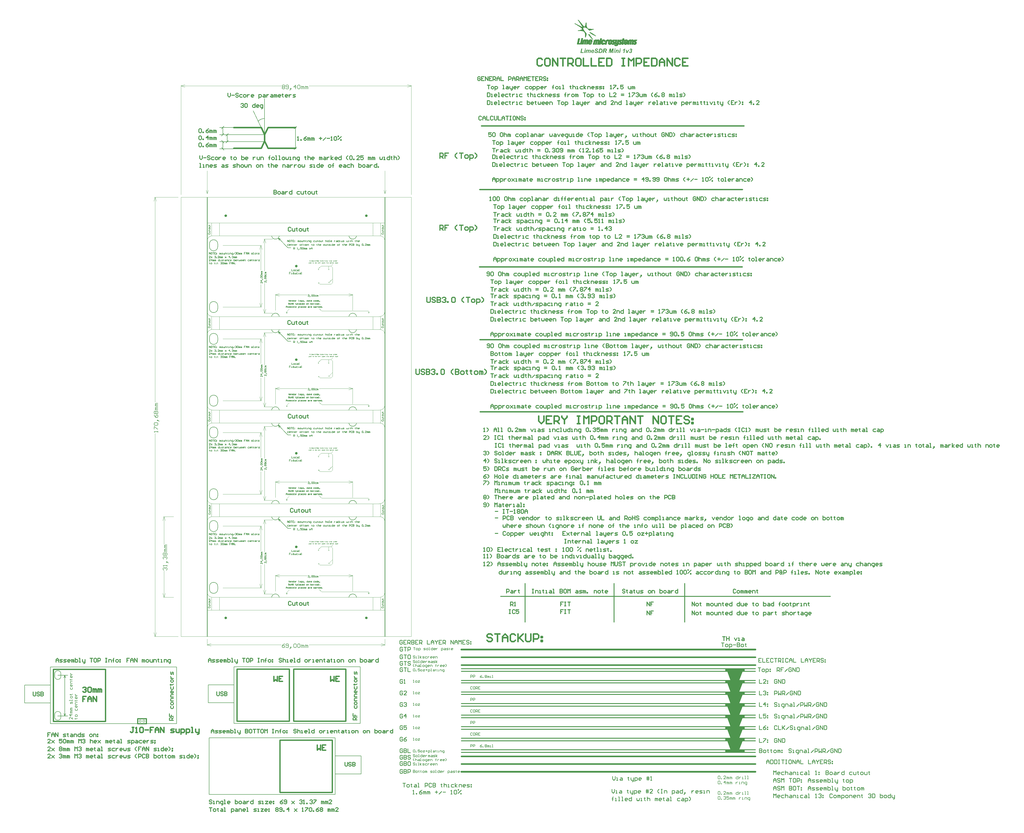
<source format=gm1>
G04*
G04 #@! TF.GenerationSoftware,Altium Limited,Altium Designer,19.1.5 (86)*
G04*
G04 Layer_Color=16711935*
%FSLAX44Y44*%
%MOMM*%
G71*
G01*
G75*
%ADD12C,0.2000*%
%ADD13C,0.3000*%
%ADD54C,0.4000*%
%ADD55C,0.1500*%
%ADD57C,0.3500*%
%ADD58C,0.7000*%
%ADD60C,0.5000*%
%ADD61C,0.1000*%
%ADD62C,0.6000*%
%ADD63C,0.2500*%
%ADD128C,0.0254*%
%ADD208C,0.2540*%
%ADD209C,0.0260*%
%ADD210C,0.1524*%
G36*
X2087000Y-287500D02*
X2011250D01*
Y-277750D01*
X2087000D01*
Y-287500D01*
D02*
G37*
G36*
X2065875Y-322750D02*
X2087000D01*
Y-332500D01*
X2011250D01*
Y-322750D01*
X2032125D01*
X2019000Y-287750D01*
X2079000D01*
X2065875Y-322750D01*
D02*
G37*
G36*
Y-367750D02*
X2087000D01*
Y-377500D01*
X2011250D01*
Y-367750D01*
X2032125D01*
X2019000Y-332750D01*
X2079000D01*
X2065875Y-367750D01*
D02*
G37*
G36*
Y-412750D02*
X2087000D01*
Y-422500D01*
X2011250D01*
Y-412750D01*
X2032125D01*
X2019000Y-377750D01*
X2079000D01*
X2065875Y-412750D01*
D02*
G37*
G36*
Y-457750D02*
X2087000D01*
Y-467500D01*
X2011250D01*
Y-457750D01*
X2032125D01*
X2019000Y-422750D01*
X2079000D01*
X2065875Y-457750D01*
D02*
G37*
G36*
Y-502750D02*
X2087000D01*
Y-512500D01*
X2011250D01*
Y-502750D01*
X2032125D01*
X2019000Y-467750D01*
X2079000D01*
X2065875Y-502750D01*
D02*
G37*
G36*
Y-547750D02*
X2087000D01*
Y-557500D01*
X2011250D01*
Y-547750D01*
X2032125D01*
X2019000Y-512750D01*
X2079000D01*
X2065875Y-547750D01*
D02*
G37*
G36*
X2065875Y-592750D02*
X2087000D01*
Y-602500D01*
X2011250D01*
Y-592750D01*
X2032125D01*
X2019000Y-557750D01*
X2079000D01*
X2065875Y-592750D01*
D02*
G37*
G36*
X1605387Y2128933D02*
X1602137D01*
X1602744Y2131879D01*
X1606016D01*
X1605387Y2128933D01*
D02*
G37*
G36*
X1584718D02*
X1581468D01*
X1582074Y2131879D01*
X1585346D01*
X1584718Y2128933D01*
D02*
G37*
G36*
X1469649Y2128933D02*
X1466399D01*
X1467005Y2131879D01*
X1470277D01*
X1469649Y2128933D01*
D02*
G37*
G36*
X1512569Y2132161D02*
X1512829Y2132139D01*
X1513111Y2132118D01*
X1513436Y2132074D01*
X1513761Y2132009D01*
X1514498Y2131836D01*
X1514888Y2131728D01*
X1515256Y2131598D01*
X1515624Y2131446D01*
X1515993Y2131251D01*
X1516318Y2131034D01*
X1516643Y2130796D01*
X1516664Y2130774D01*
X1516708Y2130731D01*
X1516794Y2130666D01*
X1516903Y2130558D01*
X1517011Y2130406D01*
X1517162Y2130254D01*
X1517314Y2130059D01*
X1517466Y2129821D01*
X1517617Y2129583D01*
X1517791Y2129301D01*
X1517921Y2128998D01*
X1518073Y2128673D01*
X1518181Y2128326D01*
X1518289Y2127958D01*
X1518376Y2127546D01*
X1518419Y2127134D01*
X1515126Y2127004D01*
Y2127026D01*
Y2127048D01*
X1515104Y2127113D01*
Y2127199D01*
X1515039Y2127416D01*
X1514974Y2127676D01*
X1514866Y2127979D01*
X1514714Y2128283D01*
X1514519Y2128564D01*
X1514259Y2128824D01*
X1514216Y2128846D01*
X1514129Y2128933D01*
X1513956Y2129041D01*
X1513718Y2129149D01*
X1513393Y2129279D01*
X1513024Y2129366D01*
X1512591Y2129453D01*
X1512071Y2129474D01*
X1511833D01*
X1511594Y2129453D01*
X1511291Y2129409D01*
X1510966Y2129344D01*
X1510619Y2129258D01*
X1510316Y2129128D01*
X1510056Y2128954D01*
X1510034Y2128933D01*
X1509969Y2128868D01*
X1509861Y2128759D01*
X1509753Y2128608D01*
X1509644Y2128434D01*
X1509536Y2128218D01*
X1509471Y2127979D01*
X1509449Y2127698D01*
Y2127676D01*
Y2127589D01*
X1509471Y2127438D01*
X1509514Y2127286D01*
X1509579Y2127091D01*
X1509688Y2126896D01*
X1509818Y2126701D01*
X1509991Y2126506D01*
X1510013Y2126484D01*
X1510099Y2126419D01*
X1510273Y2126311D01*
X1510381Y2126246D01*
X1510511Y2126159D01*
X1510663Y2126073D01*
X1510836Y2125986D01*
X1511053Y2125878D01*
X1511269Y2125748D01*
X1511529Y2125639D01*
X1511811Y2125509D01*
X1512114Y2125358D01*
X1512461Y2125206D01*
X1512504Y2125184D01*
X1512591Y2125141D01*
X1512743Y2125076D01*
X1512916Y2124989D01*
X1513154Y2124903D01*
X1513414Y2124773D01*
X1513696Y2124643D01*
X1513999Y2124491D01*
X1514628Y2124166D01*
X1515213Y2123819D01*
X1515494Y2123668D01*
X1515733Y2123494D01*
X1515949Y2123343D01*
X1516123Y2123191D01*
X1516144Y2123169D01*
X1516166Y2123148D01*
X1516231Y2123083D01*
X1516318Y2122974D01*
X1516404Y2122866D01*
X1516491Y2122736D01*
X1516599Y2122585D01*
X1516729Y2122390D01*
X1516946Y2121978D01*
X1517119Y2121458D01*
X1517271Y2120894D01*
X1517292Y2120569D01*
X1517314Y2120244D01*
Y2120223D01*
Y2120158D01*
X1517292Y2120028D01*
Y2119876D01*
X1517271Y2119681D01*
X1517227Y2119465D01*
X1517162Y2119226D01*
X1517098Y2118945D01*
X1517011Y2118663D01*
X1516881Y2118360D01*
X1516751Y2118035D01*
X1516578Y2117731D01*
X1516383Y2117406D01*
X1516144Y2117081D01*
X1515863Y2116778D01*
X1515559Y2116475D01*
X1515538Y2116453D01*
X1515473Y2116410D01*
X1515386Y2116323D01*
X1515234Y2116236D01*
X1515061Y2116106D01*
X1514844Y2115976D01*
X1514584Y2115846D01*
X1514303Y2115695D01*
X1513978Y2115543D01*
X1513609Y2115413D01*
X1513198Y2115283D01*
X1512764Y2115153D01*
X1512309Y2115066D01*
X1511811Y2114980D01*
X1511269Y2114936D01*
X1510706Y2114915D01*
X1510489D01*
X1510338Y2114936D01*
X1510164D01*
X1509948Y2114958D01*
X1509709Y2114980D01*
X1509428Y2115001D01*
X1508864Y2115088D01*
X1508236Y2115218D01*
X1507586Y2115391D01*
X1506979Y2115630D01*
X1506958D01*
X1506914Y2115673D01*
X1506828Y2115695D01*
X1506719Y2115760D01*
X1506589Y2115825D01*
X1506438Y2115933D01*
X1506113Y2116150D01*
X1505744Y2116431D01*
X1505376Y2116778D01*
X1505029Y2117168D01*
X1504878Y2117385D01*
X1504748Y2117623D01*
Y2117645D01*
X1504726Y2117688D01*
X1504683Y2117753D01*
X1504639Y2117861D01*
X1504596Y2117970D01*
X1504553Y2118121D01*
X1504488Y2118295D01*
X1504423Y2118490D01*
X1504315Y2118923D01*
X1504228Y2119421D01*
X1504163Y2119984D01*
Y2120591D01*
X1507434Y2120764D01*
Y2120743D01*
Y2120699D01*
Y2120613D01*
X1507456Y2120504D01*
X1507478Y2120244D01*
X1507521Y2119919D01*
X1507586Y2119551D01*
X1507673Y2119205D01*
X1507803Y2118901D01*
X1507868Y2118750D01*
X1507954Y2118641D01*
X1507998Y2118598D01*
X1508106Y2118511D01*
X1508193Y2118446D01*
X1508301Y2118360D01*
X1508431Y2118295D01*
X1508583Y2118208D01*
X1508756Y2118121D01*
X1508973Y2118056D01*
X1509189Y2117970D01*
X1509449Y2117905D01*
X1509731Y2117861D01*
X1510034Y2117818D01*
X1510359Y2117775D01*
X1511009D01*
X1511139Y2117796D01*
X1511313D01*
X1511659Y2117840D01*
X1512071Y2117926D01*
X1512483Y2118013D01*
X1512851Y2118165D01*
X1513024Y2118251D01*
X1513176Y2118360D01*
X1513219Y2118381D01*
X1513306Y2118468D01*
X1513414Y2118598D01*
X1513566Y2118771D01*
X1513696Y2118988D01*
X1513826Y2119248D01*
X1513913Y2119530D01*
X1513934Y2119833D01*
Y2119876D01*
Y2119963D01*
X1513913Y2120093D01*
X1513848Y2120266D01*
X1513783Y2120461D01*
X1513674Y2120678D01*
X1513523Y2120894D01*
X1513306Y2121089D01*
X1513284Y2121111D01*
X1513219Y2121154D01*
X1513068Y2121241D01*
X1512959Y2121306D01*
X1512851Y2121371D01*
X1512699Y2121458D01*
X1512526Y2121544D01*
X1512331Y2121653D01*
X1512114Y2121761D01*
X1511876Y2121870D01*
X1511594Y2122000D01*
X1511269Y2122151D01*
X1510923Y2122303D01*
X1510901D01*
X1510836Y2122346D01*
X1510749Y2122390D01*
X1510598Y2122455D01*
X1510446Y2122520D01*
X1510273Y2122606D01*
X1509839Y2122801D01*
X1509384Y2123018D01*
X1508908Y2123256D01*
X1508474Y2123494D01*
X1508258Y2123603D01*
X1508084Y2123711D01*
X1508041Y2123733D01*
X1507933Y2123819D01*
X1507781Y2123928D01*
X1507586Y2124101D01*
X1507348Y2124318D01*
X1507109Y2124556D01*
X1506893Y2124838D01*
X1506676Y2125163D01*
X1506654Y2125206D01*
X1506589Y2125314D01*
X1506524Y2125509D01*
X1506438Y2125769D01*
X1506329Y2126073D01*
X1506264Y2126441D01*
X1506199Y2126853D01*
X1506178Y2127286D01*
Y2127308D01*
Y2127373D01*
Y2127481D01*
X1506199Y2127633D01*
X1506221Y2127806D01*
X1506264Y2128023D01*
X1506308Y2128261D01*
X1506373Y2128521D01*
X1506438Y2128781D01*
X1506546Y2129063D01*
X1506676Y2129344D01*
X1506828Y2129648D01*
X1507001Y2129929D01*
X1507196Y2130233D01*
X1507434Y2130514D01*
X1507694Y2130774D01*
X1507716Y2130796D01*
X1507759Y2130839D01*
X1507846Y2130904D01*
X1507976Y2130991D01*
X1508128Y2131099D01*
X1508323Y2131229D01*
X1508561Y2131338D01*
X1508821Y2131489D01*
X1509103Y2131619D01*
X1509428Y2131728D01*
X1509796Y2131858D01*
X1510186Y2131966D01*
X1510619Y2132053D01*
X1511074Y2132118D01*
X1511573Y2132161D01*
X1512093Y2132183D01*
X1512374D01*
X1512569Y2132161D01*
D02*
G37*
G36*
X1594966Y2127568D02*
X1595096D01*
X1595247Y2127546D01*
X1595594Y2127481D01*
X1595963Y2127373D01*
X1596353Y2127221D01*
X1596743Y2127004D01*
X1597089Y2126723D01*
X1597133Y2126679D01*
X1597219Y2126571D01*
X1597371Y2126376D01*
X1597522Y2126116D01*
X1597674Y2125791D01*
X1597826Y2125379D01*
X1597912Y2124946D01*
X1597956Y2124426D01*
Y2124404D01*
Y2124296D01*
X1597934Y2124144D01*
X1597891Y2123884D01*
X1597869Y2123733D01*
X1597847Y2123560D01*
X1597804Y2123365D01*
X1597782Y2123148D01*
X1597717Y2122910D01*
X1597674Y2122628D01*
X1597609Y2122346D01*
X1597544Y2122021D01*
X1596093Y2115218D01*
X1592843D01*
X1594316Y2122043D01*
Y2122065D01*
X1594338Y2122108D01*
Y2122195D01*
X1594359Y2122281D01*
X1594424Y2122541D01*
X1594468Y2122845D01*
X1594532Y2123170D01*
X1594576Y2123473D01*
X1594619Y2123711D01*
X1594641Y2123819D01*
Y2123884D01*
Y2123906D01*
Y2123993D01*
X1594619Y2124101D01*
X1594597Y2124253D01*
X1594554Y2124404D01*
X1594489Y2124578D01*
X1594403Y2124729D01*
X1594273Y2124881D01*
X1594251Y2124903D01*
X1594208Y2124946D01*
X1594121Y2124989D01*
X1594013Y2125076D01*
X1593861Y2125141D01*
X1593688Y2125184D01*
X1593471Y2125228D01*
X1593233Y2125249D01*
X1593103D01*
X1592951Y2125228D01*
X1592756Y2125184D01*
X1592518Y2125098D01*
X1592236Y2124989D01*
X1591933Y2124838D01*
X1591608Y2124643D01*
X1591564Y2124621D01*
X1591456Y2124534D01*
X1591304Y2124404D01*
X1591109Y2124209D01*
X1590871Y2123993D01*
X1590654Y2123711D01*
X1590416Y2123386D01*
X1590221Y2123040D01*
X1590199Y2122996D01*
X1590156Y2122888D01*
X1590113Y2122823D01*
X1590091Y2122715D01*
X1590026Y2122585D01*
X1589983Y2122411D01*
X1589918Y2122238D01*
X1589853Y2122021D01*
X1589788Y2121805D01*
X1589723Y2121523D01*
X1589636Y2121241D01*
X1589571Y2120916D01*
X1589484Y2120548D01*
X1589398Y2120158D01*
X1588358Y2115218D01*
X1585108D01*
X1587621Y2127286D01*
X1590719D01*
X1590416Y2125704D01*
X1590438Y2125726D01*
X1590459Y2125748D01*
X1590524Y2125813D01*
X1590611Y2125878D01*
X1590849Y2126051D01*
X1591131Y2126268D01*
X1591456Y2126506D01*
X1591824Y2126744D01*
X1592214Y2126961D01*
X1592583Y2127156D01*
X1592604D01*
X1592626Y2127178D01*
X1592756Y2127221D01*
X1592973Y2127286D01*
X1593233Y2127373D01*
X1593558Y2127459D01*
X1593926Y2127524D01*
X1594316Y2127568D01*
X1594727Y2127589D01*
X1594879D01*
X1594966Y2127568D01*
D02*
G37*
G36*
X1486505Y2127568D02*
X1486635D01*
X1486765Y2127546D01*
X1487090Y2127481D01*
X1487458Y2127394D01*
X1487827Y2127243D01*
X1488195Y2127048D01*
X1488520Y2126788D01*
X1488563Y2126744D01*
X1488650Y2126636D01*
X1488780Y2126484D01*
X1488931Y2126246D01*
X1489083Y2125943D01*
X1489213Y2125596D01*
X1489300Y2125184D01*
X1489343Y2124729D01*
Y2124708D01*
Y2124599D01*
X1489321Y2124448D01*
X1489300Y2124231D01*
X1489256Y2123928D01*
X1489191Y2123559D01*
X1489105Y2123104D01*
X1488996Y2122563D01*
X1487415Y2115218D01*
X1484165D01*
X1485725Y2122585D01*
Y2122606D01*
X1485747Y2122650D01*
Y2122714D01*
X1485768Y2122801D01*
X1485812Y2123018D01*
X1485877Y2123299D01*
X1485920Y2123559D01*
X1485963Y2123819D01*
X1486007Y2124014D01*
X1486028Y2124101D01*
Y2124144D01*
Y2124166D01*
Y2124231D01*
X1486007Y2124318D01*
X1485985Y2124426D01*
X1485898Y2124686D01*
X1485833Y2124816D01*
X1485725Y2124946D01*
X1485703Y2124968D01*
X1485660Y2124989D01*
X1485595Y2125033D01*
X1485508Y2125098D01*
X1485378Y2125163D01*
X1485205Y2125206D01*
X1485032Y2125228D01*
X1484815Y2125249D01*
X1484685D01*
X1484598Y2125228D01*
X1484382Y2125184D01*
X1484078Y2125098D01*
X1483732Y2124924D01*
X1483558Y2124838D01*
X1483363Y2124708D01*
X1483190Y2124556D01*
X1482995Y2124383D01*
X1482800Y2124188D01*
X1482627Y2123949D01*
X1482605Y2123906D01*
X1482562Y2123841D01*
X1482518Y2123776D01*
X1482453Y2123668D01*
X1482367Y2123538D01*
X1482302Y2123364D01*
X1482215Y2123191D01*
X1482128Y2122974D01*
X1482020Y2122736D01*
X1481933Y2122476D01*
X1481825Y2122173D01*
X1481717Y2121848D01*
X1481630Y2121501D01*
X1481522Y2121111D01*
X1481435Y2120678D01*
X1480287Y2115218D01*
X1477037D01*
X1478553Y2122520D01*
Y2122541D01*
X1478575Y2122585D01*
Y2122628D01*
X1478597Y2122714D01*
X1478640Y2122931D01*
X1478683Y2123191D01*
X1478727Y2123473D01*
X1478770Y2123733D01*
X1478813Y2123971D01*
Y2124144D01*
Y2124166D01*
Y2124231D01*
X1478792Y2124318D01*
X1478770Y2124426D01*
X1478727Y2124534D01*
X1478683Y2124686D01*
X1478597Y2124794D01*
X1478488Y2124924D01*
X1478467Y2124946D01*
X1478423Y2124968D01*
X1478358Y2125033D01*
X1478250Y2125098D01*
X1478120Y2125141D01*
X1477968Y2125206D01*
X1477795Y2125228D01*
X1477600Y2125249D01*
X1477513D01*
X1477405Y2125228D01*
X1477253Y2125206D01*
X1477102Y2125163D01*
X1476907Y2125119D01*
X1476712Y2125033D01*
X1476495Y2124924D01*
X1476473Y2124903D01*
X1476408Y2124859D01*
X1476300Y2124794D01*
X1476170Y2124686D01*
X1475997Y2124556D01*
X1475845Y2124404D01*
X1475672Y2124231D01*
X1475498Y2124036D01*
X1475477Y2124014D01*
X1475433Y2123928D01*
X1475347Y2123819D01*
X1475238Y2123646D01*
X1475130Y2123451D01*
X1475000Y2123213D01*
X1474892Y2122931D01*
X1474762Y2122606D01*
Y2122585D01*
X1474740Y2122520D01*
X1474697Y2122390D01*
X1474653Y2122216D01*
X1474610Y2121978D01*
X1474523Y2121653D01*
X1474480Y2121458D01*
X1474437Y2121241D01*
X1474393Y2121003D01*
X1474328Y2120743D01*
X1473159Y2115218D01*
X1469909D01*
X1472422Y2127286D01*
X1475498D01*
X1475195Y2125813D01*
X1475217Y2125834D01*
X1475282Y2125899D01*
X1475368Y2125986D01*
X1475498Y2126094D01*
X1475672Y2126224D01*
X1475867Y2126376D01*
X1476083Y2126528D01*
X1476343Y2126701D01*
X1476603Y2126874D01*
X1476907Y2127026D01*
X1477535Y2127308D01*
X1477882Y2127416D01*
X1478228Y2127524D01*
X1478597Y2127568D01*
X1478965Y2127589D01*
X1479203D01*
X1479442Y2127568D01*
X1479745Y2127524D01*
X1480092Y2127438D01*
X1480438Y2127351D01*
X1480785Y2127199D01*
X1481088Y2127004D01*
X1481132Y2126983D01*
X1481197Y2126896D01*
X1481327Y2126766D01*
X1481478Y2126593D01*
X1481630Y2126376D01*
X1481803Y2126094D01*
X1481933Y2125791D01*
X1482020Y2125423D01*
Y2125444D01*
X1482042Y2125466D01*
X1482128Y2125574D01*
X1482280Y2125748D01*
X1482475Y2125964D01*
X1482735Y2126203D01*
X1483038Y2126463D01*
X1483407Y2126723D01*
X1483818Y2126961D01*
X1483840D01*
X1483883Y2126983D01*
X1483927Y2127026D01*
X1484035Y2127069D01*
X1484252Y2127156D01*
X1484577Y2127286D01*
X1484945Y2127394D01*
X1485357Y2127503D01*
X1485812Y2127568D01*
X1486266Y2127589D01*
X1486396D01*
X1486505Y2127568D01*
D02*
G37*
G36*
X1645838Y2131944D02*
X1646033Y2131923D01*
X1646250Y2131901D01*
X1646510Y2131858D01*
X1646770Y2131814D01*
X1647333Y2131641D01*
X1647615Y2131554D01*
X1647918Y2131424D01*
X1648200Y2131273D01*
X1648460Y2131099D01*
X1648720Y2130904D01*
X1648958Y2130666D01*
X1648980Y2130644D01*
X1649001Y2130601D01*
X1649066Y2130536D01*
X1649153Y2130449D01*
X1649240Y2130319D01*
X1649326Y2130168D01*
X1649435Y2129994D01*
X1649565Y2129799D01*
X1649781Y2129366D01*
X1649955Y2128846D01*
X1650106Y2128261D01*
X1650128Y2127936D01*
X1650150Y2127611D01*
Y2127589D01*
Y2127546D01*
Y2127481D01*
X1650128Y2127394D01*
X1650106Y2127134D01*
X1650063Y2126831D01*
X1649955Y2126463D01*
X1649825Y2126073D01*
X1649630Y2125661D01*
X1649370Y2125249D01*
Y2125228D01*
X1649326Y2125206D01*
X1649240Y2125076D01*
X1649066Y2124903D01*
X1648828Y2124664D01*
X1648525Y2124426D01*
X1648178Y2124166D01*
X1647766Y2123928D01*
X1647290Y2123711D01*
X1647311D01*
X1647333Y2123690D01*
X1647463Y2123603D01*
X1647658Y2123495D01*
X1647875Y2123321D01*
X1648135Y2123126D01*
X1648395Y2122888D01*
X1648633Y2122606D01*
X1648850Y2122281D01*
X1648871Y2122238D01*
X1648936Y2122130D01*
X1649001Y2121956D01*
X1649110Y2121718D01*
X1649196Y2121436D01*
X1649261Y2121111D01*
X1649326Y2120786D01*
X1649348Y2120418D01*
Y2120396D01*
Y2120331D01*
Y2120244D01*
X1649326Y2120114D01*
X1649305Y2119941D01*
X1649283Y2119746D01*
X1649240Y2119530D01*
X1649175Y2119313D01*
X1649023Y2118771D01*
X1648915Y2118490D01*
X1648785Y2118208D01*
X1648633Y2117905D01*
X1648460Y2117601D01*
X1648265Y2117320D01*
X1648026Y2117016D01*
X1648005Y2116995D01*
X1647940Y2116930D01*
X1647853Y2116821D01*
X1647701Y2116691D01*
X1647528Y2116540D01*
X1647311Y2116345D01*
X1647073Y2116171D01*
X1646791Y2115976D01*
X1646466Y2115760D01*
X1646120Y2115586D01*
X1645751Y2115413D01*
X1645340Y2115240D01*
X1644906Y2115110D01*
X1644430Y2115001D01*
X1643953Y2114936D01*
X1643433Y2114915D01*
X1643238D01*
X1643087Y2114936D01*
X1642913Y2114958D01*
X1642697Y2114980D01*
X1642458Y2115023D01*
X1642220Y2115066D01*
X1641656Y2115218D01*
X1641093Y2115435D01*
X1640790Y2115565D01*
X1640508Y2115738D01*
X1640227Y2115911D01*
X1639967Y2116128D01*
X1639945Y2116150D01*
X1639902Y2116193D01*
X1639837Y2116258D01*
X1639750Y2116345D01*
X1639642Y2116475D01*
X1639512Y2116626D01*
X1639382Y2116800D01*
X1639252Y2117016D01*
X1639100Y2117233D01*
X1638970Y2117493D01*
X1638818Y2117775D01*
X1638688Y2118078D01*
X1638580Y2118425D01*
X1638472Y2118771D01*
X1638385Y2119140D01*
X1638320Y2119551D01*
X1641440Y2119941D01*
Y2119919D01*
Y2119876D01*
X1641461Y2119811D01*
X1641483Y2119724D01*
X1641526Y2119486D01*
X1641591Y2119205D01*
X1641678Y2118901D01*
X1641786Y2118598D01*
X1641938Y2118316D01*
X1642112Y2118078D01*
X1642133Y2118056D01*
X1642198Y2117991D01*
X1642328Y2117926D01*
X1642480Y2117840D01*
X1642675Y2117731D01*
X1642892Y2117666D01*
X1643152Y2117601D01*
X1643455Y2117580D01*
X1643498D01*
X1643650Y2117601D01*
X1643845Y2117623D01*
X1644105Y2117666D01*
X1644386Y2117753D01*
X1644690Y2117883D01*
X1645015Y2118078D01*
X1645296Y2118316D01*
X1645318Y2118360D01*
X1645405Y2118446D01*
X1645535Y2118620D01*
X1645665Y2118836D01*
X1645795Y2119118D01*
X1645925Y2119465D01*
X1646011Y2119833D01*
X1646033Y2120266D01*
Y2120288D01*
Y2120309D01*
Y2120439D01*
X1646011Y2120613D01*
X1645968Y2120851D01*
X1645881Y2121111D01*
X1645795Y2121393D01*
X1645643Y2121653D01*
X1645448Y2121891D01*
X1645426Y2121913D01*
X1645340Y2121978D01*
X1645210Y2122086D01*
X1645036Y2122195D01*
X1644798Y2122303D01*
X1644538Y2122411D01*
X1644213Y2122476D01*
X1643866Y2122498D01*
X1643715D01*
X1643563Y2122476D01*
X1643368Y2122433D01*
X1643910Y2125163D01*
X1644018D01*
X1644126Y2125141D01*
X1644386D01*
X1644473Y2125163D01*
X1644711Y2125184D01*
X1644993Y2125228D01*
X1645318Y2125293D01*
X1645643Y2125423D01*
X1645946Y2125574D01*
X1646228Y2125791D01*
X1646250Y2125813D01*
X1646336Y2125921D01*
X1646445Y2126073D01*
X1646575Y2126268D01*
X1646705Y2126528D01*
X1646813Y2126853D01*
X1646900Y2127199D01*
X1646921Y2127611D01*
Y2127654D01*
Y2127741D01*
X1646900Y2127893D01*
X1646856Y2128066D01*
X1646813Y2128283D01*
X1646726Y2128499D01*
X1646596Y2128694D01*
X1646445Y2128889D01*
X1646423Y2128911D01*
X1646358Y2128954D01*
X1646271Y2129041D01*
X1646120Y2129128D01*
X1645946Y2129214D01*
X1645751Y2129301D01*
X1645513Y2129344D01*
X1645253Y2129366D01*
X1645123D01*
X1644993Y2129344D01*
X1644820Y2129301D01*
X1644625Y2129236D01*
X1644408Y2129149D01*
X1644191Y2129019D01*
X1643975Y2128846D01*
X1643953Y2128824D01*
X1643888Y2128738D01*
X1643780Y2128608D01*
X1643672Y2128434D01*
X1643520Y2128196D01*
X1643390Y2127893D01*
X1643238Y2127524D01*
X1643108Y2127091D01*
X1640140Y2127676D01*
Y2127698D01*
X1640162Y2127763D01*
X1640205Y2127849D01*
X1640248Y2127979D01*
X1640292Y2128131D01*
X1640378Y2128304D01*
X1640552Y2128716D01*
X1640768Y2129171D01*
X1641028Y2129626D01*
X1641353Y2130081D01*
X1641700Y2130493D01*
X1641721Y2130514D01*
X1641765Y2130558D01*
X1641852Y2130623D01*
X1641982Y2130731D01*
X1642133Y2130839D01*
X1642307Y2130969D01*
X1642523Y2131099D01*
X1642740Y2131229D01*
X1643000Y2131359D01*
X1643303Y2131511D01*
X1643607Y2131619D01*
X1643931Y2131728D01*
X1644300Y2131836D01*
X1644668Y2131901D01*
X1645058Y2131944D01*
X1645470Y2131966D01*
X1645686D01*
X1645838Y2131944D01*
D02*
G37*
G36*
X1575228Y2115218D02*
X1572130D01*
X1575011Y2129041D01*
X1568836Y2115218D01*
X1565587D01*
X1564958Y2129128D01*
X1562337Y2115218D01*
X1559238D01*
X1562705Y2131879D01*
X1567601D01*
X1568121Y2120396D01*
X1573343Y2131879D01*
X1578261D01*
X1575228Y2115218D01*
D02*
G37*
G36*
X1631148D02*
X1628332D01*
X1625927Y2127286D01*
X1629133D01*
X1629978Y2122021D01*
Y2122000D01*
X1630000Y2121935D01*
X1630022Y2121826D01*
X1630043Y2121674D01*
X1630065Y2121501D01*
X1630087Y2121306D01*
X1630152Y2120873D01*
X1630238Y2120396D01*
X1630303Y2119919D01*
X1630325Y2119703D01*
X1630347Y2119508D01*
X1630368Y2119335D01*
X1630390Y2119183D01*
X1630412Y2119226D01*
X1630455Y2119313D01*
X1630542Y2119421D01*
X1630628Y2119616D01*
X1630780Y2119876D01*
X1630867Y2120028D01*
X1630953Y2120201D01*
X1631062Y2120418D01*
X1631192Y2120634D01*
Y2120656D01*
X1631213Y2120699D01*
X1631257Y2120764D01*
X1631300Y2120829D01*
X1631430Y2121046D01*
X1631560Y2121306D01*
X1631712Y2121588D01*
X1631842Y2121826D01*
X1631950Y2122043D01*
X1631993Y2122130D01*
X1632037Y2122195D01*
X1635048Y2127286D01*
X1638580D01*
X1631148Y2115218D01*
D02*
G37*
G36*
X1619600D02*
X1616329D01*
X1618734Y2126744D01*
X1618712D01*
X1618690Y2126723D01*
X1618625Y2126679D01*
X1618560Y2126636D01*
X1618344Y2126506D01*
X1618062Y2126333D01*
X1617715Y2126159D01*
X1617304Y2125943D01*
X1616870Y2125748D01*
X1616372Y2125531D01*
X1616350D01*
X1616307Y2125509D01*
X1616242Y2125488D01*
X1616155Y2125444D01*
X1615895Y2125358D01*
X1615592Y2125228D01*
X1615224Y2125119D01*
X1614812Y2124989D01*
X1614400Y2124859D01*
X1614010Y2124773D01*
X1614617Y2127676D01*
X1614639D01*
X1614660Y2127698D01*
X1614725Y2127719D01*
X1614812Y2127763D01*
X1615029Y2127871D01*
X1615310Y2128001D01*
X1615657Y2128174D01*
X1616069Y2128391D01*
X1616524Y2128629D01*
X1617000Y2128911D01*
X1617520Y2129214D01*
X1618062Y2129539D01*
X1618604Y2129886D01*
X1619145Y2130254D01*
X1619687Y2130666D01*
X1620185Y2131078D01*
X1620684Y2131511D01*
X1621139Y2131966D01*
X1623110D01*
X1619600Y2115218D01*
D02*
G37*
G36*
X1602527D02*
X1599277D01*
X1601791Y2127286D01*
X1605041D01*
X1602527Y2115218D01*
D02*
G37*
G36*
X1581858D02*
X1578608D01*
X1581121Y2127286D01*
X1584371D01*
X1581858Y2115218D01*
D02*
G37*
G36*
X1547387Y2131858D02*
X1547560D01*
X1547994Y2131836D01*
X1548470Y2131771D01*
X1548969Y2131706D01*
X1549445Y2131598D01*
X1549879Y2131468D01*
X1549900D01*
X1549922Y2131446D01*
X1550052Y2131381D01*
X1550247Y2131294D01*
X1550485Y2131143D01*
X1550767Y2130948D01*
X1551048Y2130709D01*
X1551330Y2130406D01*
X1551590Y2130038D01*
Y2130016D01*
X1551612Y2129994D01*
X1551655Y2129929D01*
X1551698Y2129843D01*
X1551807Y2129626D01*
X1551937Y2129323D01*
X1552045Y2128954D01*
X1552153Y2128521D01*
X1552240Y2128044D01*
X1552262Y2127503D01*
Y2127481D01*
Y2127416D01*
Y2127308D01*
X1552240Y2127156D01*
X1552218Y2126961D01*
X1552197Y2126766D01*
X1552153Y2126528D01*
X1552110Y2126268D01*
X1551958Y2125704D01*
X1551850Y2125423D01*
X1551720Y2125119D01*
X1551568Y2124838D01*
X1551417Y2124534D01*
X1551200Y2124253D01*
X1550983Y2123993D01*
X1550962Y2123971D01*
X1550918Y2123928D01*
X1550853Y2123863D01*
X1550745Y2123776D01*
X1550615Y2123668D01*
X1550442Y2123538D01*
X1550247Y2123408D01*
X1550030Y2123278D01*
X1549770Y2123126D01*
X1549489Y2122975D01*
X1549164Y2122823D01*
X1548817Y2122693D01*
X1548448Y2122563D01*
X1548037Y2122455D01*
X1547604Y2122368D01*
X1547127Y2122281D01*
X1547149Y2122260D01*
X1547235Y2122173D01*
X1547365Y2122043D01*
X1547539Y2121870D01*
X1547734Y2121653D01*
X1547950Y2121371D01*
X1548167Y2121068D01*
X1548383Y2120721D01*
X1548405Y2120699D01*
X1548427Y2120634D01*
X1548492Y2120526D01*
X1548578Y2120353D01*
X1548687Y2120158D01*
X1548817Y2119919D01*
X1548969Y2119638D01*
X1549120Y2119313D01*
X1549315Y2118923D01*
X1549510Y2118511D01*
X1549705Y2118078D01*
X1549944Y2117580D01*
X1550182Y2117038D01*
X1550420Y2116475D01*
X1550680Y2115868D01*
X1550940Y2115218D01*
X1547257D01*
Y2115240D01*
X1547235Y2115283D01*
X1547214Y2115370D01*
X1547170Y2115478D01*
X1547105Y2115630D01*
X1547040Y2115825D01*
X1546954Y2116041D01*
X1546867Y2116301D01*
X1546759Y2116583D01*
X1546629Y2116908D01*
X1546477Y2117276D01*
X1546325Y2117666D01*
X1546152Y2118100D01*
X1545957Y2118576D01*
X1545740Y2119075D01*
X1545502Y2119616D01*
Y2119638D01*
X1545480Y2119681D01*
X1545437Y2119768D01*
X1545372Y2119876D01*
X1545307Y2120006D01*
X1545242Y2120158D01*
X1545047Y2120504D01*
X1544830Y2120851D01*
X1544570Y2121219D01*
X1544310Y2121544D01*
X1544159Y2121674D01*
X1544007Y2121783D01*
X1543985Y2121805D01*
X1543920Y2121848D01*
X1543790Y2121891D01*
X1543617Y2121956D01*
X1543379Y2122021D01*
X1543075Y2122086D01*
X1542729Y2122108D01*
X1542295Y2122130D01*
X1540909D01*
X1539457Y2115218D01*
X1536034D01*
X1539500Y2131879D01*
X1547235D01*
X1547387Y2131858D01*
D02*
G37*
G36*
X1528581D02*
X1528992D01*
X1529166Y2131836D01*
X1529469D01*
X1529577Y2131814D01*
X1529621D01*
X1529751Y2131793D01*
X1529946Y2131771D01*
X1530206Y2131728D01*
X1530487Y2131663D01*
X1530791Y2131576D01*
X1531116Y2131489D01*
X1531419Y2131381D01*
X1531462Y2131359D01*
X1531549Y2131316D01*
X1531722Y2131251D01*
X1531917Y2131164D01*
X1532156Y2131034D01*
X1532394Y2130883D01*
X1532654Y2130709D01*
X1532914Y2130493D01*
X1532935Y2130471D01*
X1533022Y2130384D01*
X1533152Y2130276D01*
X1533304Y2130103D01*
X1533499Y2129908D01*
X1533672Y2129669D01*
X1533867Y2129409D01*
X1534062Y2129106D01*
X1534084Y2129063D01*
X1534149Y2128954D01*
X1534236Y2128803D01*
X1534344Y2128564D01*
X1534452Y2128304D01*
X1534582Y2127979D01*
X1534691Y2127633D01*
X1534799Y2127243D01*
Y2127221D01*
X1534821Y2127199D01*
Y2127134D01*
X1534842Y2127069D01*
X1534886Y2126853D01*
X1534951Y2126571D01*
X1534994Y2126224D01*
X1535037Y2125834D01*
X1535059Y2125423D01*
X1535081Y2124968D01*
Y2124946D01*
Y2124838D01*
Y2124708D01*
X1535059Y2124513D01*
Y2124274D01*
X1535037Y2123993D01*
X1534994Y2123690D01*
X1534951Y2123365D01*
X1534886Y2122996D01*
X1534821Y2122606D01*
X1534647Y2121805D01*
X1534387Y2120981D01*
X1534214Y2120569D01*
X1534041Y2120179D01*
X1534019Y2120158D01*
X1533997Y2120093D01*
X1533932Y2119984D01*
X1533846Y2119833D01*
X1533759Y2119659D01*
X1533629Y2119465D01*
X1533477Y2119226D01*
X1533326Y2118988D01*
X1532957Y2118446D01*
X1532502Y2117905D01*
X1532004Y2117363D01*
X1531441Y2116865D01*
X1531419D01*
X1531376Y2116821D01*
X1531311Y2116778D01*
X1531224Y2116713D01*
X1531116Y2116626D01*
X1530964Y2116540D01*
X1530791Y2116431D01*
X1530617Y2116323D01*
X1530401Y2116215D01*
X1530162Y2116106D01*
X1529642Y2115868D01*
X1529036Y2115651D01*
X1528364Y2115456D01*
X1528321D01*
X1528256Y2115435D01*
X1528169Y2115413D01*
X1528061Y2115391D01*
X1527909D01*
X1527736Y2115370D01*
X1527562Y2115348D01*
X1527346Y2115326D01*
X1527086Y2115305D01*
X1526826Y2115283D01*
X1526522Y2115261D01*
X1526197Y2115240D01*
X1525851D01*
X1525482Y2115218D01*
X1519199Y2115218D01*
X1522666Y2131879D01*
X1528191D01*
X1528581Y2131858D01*
D02*
G37*
G36*
X1466789Y2115218D02*
X1463539D01*
X1466052Y2127286D01*
X1469302D01*
X1466789Y2115218D01*
D02*
G37*
G36*
X1453442Y2117991D02*
X1461935D01*
X1461350Y2115218D01*
X1449434D01*
X1452901Y2131879D01*
X1456346D01*
X1453442Y2117991D01*
D02*
G37*
G36*
X1498183Y2127568D02*
X1498378Y2127546D01*
X1498573Y2127524D01*
X1498833Y2127481D01*
X1499093Y2127416D01*
X1499635Y2127243D01*
X1499938Y2127134D01*
X1500220Y2127004D01*
X1500523Y2126853D01*
X1500805Y2126658D01*
X1501065Y2126441D01*
X1501325Y2126203D01*
X1501346Y2126181D01*
X1501390Y2126138D01*
X1501455Y2126051D01*
X1501541Y2125943D01*
X1501628Y2125813D01*
X1501736Y2125639D01*
X1501866Y2125444D01*
X1501996Y2125206D01*
X1502104Y2124946D01*
X1502234Y2124664D01*
X1502343Y2124361D01*
X1502451Y2124014D01*
X1502516Y2123646D01*
X1502581Y2123234D01*
X1502625Y2122823D01*
X1502646Y2122368D01*
Y2122346D01*
Y2122325D01*
Y2122260D01*
Y2122173D01*
X1502625Y2121935D01*
Y2121653D01*
X1502581Y2121328D01*
X1502538Y2120959D01*
X1502495Y2120613D01*
X1502408Y2120244D01*
X1494240D01*
Y2120223D01*
Y2120136D01*
X1494218Y2120028D01*
Y2119941D01*
Y2119919D01*
Y2119898D01*
Y2119833D01*
X1494240Y2119746D01*
X1494261Y2119530D01*
X1494305Y2119248D01*
X1494391Y2118923D01*
X1494521Y2118598D01*
X1494673Y2118295D01*
X1494911Y2117991D01*
X1494933Y2117970D01*
X1495041Y2117883D01*
X1495193Y2117753D01*
X1495388Y2117623D01*
X1495626Y2117493D01*
X1495908Y2117363D01*
X1496233Y2117276D01*
X1496580Y2117255D01*
X1496645D01*
X1496731Y2117276D01*
X1496840D01*
X1496991Y2117298D01*
X1497143Y2117341D01*
X1497511Y2117471D01*
X1497706Y2117558D01*
X1497923Y2117666D01*
X1498140Y2117796D01*
X1498335Y2117970D01*
X1498551Y2118165D01*
X1498768Y2118381D01*
X1498963Y2118641D01*
X1499136Y2118945D01*
X1502061Y2118446D01*
Y2118425D01*
X1502018Y2118360D01*
X1501974Y2118273D01*
X1501909Y2118165D01*
X1501823Y2118013D01*
X1501714Y2117840D01*
X1501455Y2117450D01*
X1501130Y2117016D01*
X1500718Y2116583D01*
X1500285Y2116150D01*
X1499765Y2115781D01*
X1499743D01*
X1499700Y2115738D01*
X1499613Y2115695D01*
X1499505Y2115651D01*
X1499375Y2115586D01*
X1499223Y2115500D01*
X1499028Y2115435D01*
X1498833Y2115348D01*
X1498356Y2115196D01*
X1497815Y2115045D01*
X1497230Y2114958D01*
X1496580Y2114915D01*
X1496341D01*
X1496168Y2114936D01*
X1495973Y2114958D01*
X1495735Y2115001D01*
X1495453Y2115045D01*
X1495171Y2115110D01*
X1494868Y2115196D01*
X1494543Y2115283D01*
X1494196Y2115413D01*
X1493871Y2115565D01*
X1493546Y2115738D01*
X1493221Y2115955D01*
X1492918Y2116193D01*
X1492615Y2116453D01*
X1492593Y2116475D01*
X1492550Y2116518D01*
X1492485Y2116605D01*
X1492376Y2116735D01*
X1492268Y2116886D01*
X1492138Y2117081D01*
X1492008Y2117298D01*
X1491856Y2117536D01*
X1491726Y2117818D01*
X1491575Y2118121D01*
X1491445Y2118468D01*
X1491336Y2118815D01*
X1491228Y2119205D01*
X1491163Y2119616D01*
X1491120Y2120071D01*
X1491098Y2120526D01*
Y2120548D01*
Y2120634D01*
Y2120764D01*
X1491120Y2120938D01*
X1491141Y2121154D01*
X1491163Y2121414D01*
X1491206Y2121696D01*
X1491271Y2122021D01*
X1491336Y2122346D01*
X1491423Y2122714D01*
X1491553Y2123083D01*
X1491683Y2123451D01*
X1491835Y2123841D01*
X1492008Y2124209D01*
X1492225Y2124599D01*
X1492463Y2124968D01*
X1492485Y2124989D01*
X1492550Y2125076D01*
X1492658Y2125206D01*
X1492810Y2125379D01*
X1493005Y2125574D01*
X1493243Y2125791D01*
X1493503Y2126029D01*
X1493828Y2126289D01*
X1494196Y2126528D01*
X1494586Y2126766D01*
X1495020Y2126983D01*
X1495518Y2127178D01*
X1496016Y2127351D01*
X1496580Y2127481D01*
X1497186Y2127568D01*
X1497815Y2127589D01*
X1498031D01*
X1498183Y2127568D01*
D02*
G37*
%LPC*%
G36*
X1546412Y2129106D02*
X1542360D01*
X1541429Y2124621D01*
X1543920D01*
X1544159Y2124643D01*
X1544440D01*
X1544744Y2124664D01*
X1545350Y2124708D01*
X1545935Y2124751D01*
X1546217Y2124794D01*
X1546477Y2124838D01*
X1546694Y2124881D01*
X1546889Y2124946D01*
X1546932Y2124968D01*
X1547040Y2125011D01*
X1547214Y2125076D01*
X1547409Y2125206D01*
X1547647Y2125336D01*
X1547885Y2125509D01*
X1548102Y2125726D01*
X1548318Y2125964D01*
X1548340Y2126008D01*
X1548405Y2126094D01*
X1548492Y2126224D01*
X1548578Y2126419D01*
X1548665Y2126636D01*
X1548752Y2126896D01*
X1548817Y2127178D01*
X1548839Y2127459D01*
Y2127503D01*
X1548817Y2127611D01*
X1548795Y2127763D01*
X1548752Y2127979D01*
X1548643Y2128196D01*
X1548513Y2128413D01*
X1548340Y2128629D01*
X1548080Y2128824D01*
X1548058Y2128846D01*
X1547994Y2128868D01*
X1547864Y2128911D01*
X1547669Y2128976D01*
X1547409Y2129019D01*
X1547084Y2129063D01*
X1546867Y2129084D01*
X1546650D01*
X1546412Y2129106D01*
D02*
G37*
G36*
X1528039Y2129128D02*
X1525526D01*
X1523186Y2117905D01*
X1525396D01*
X1525569Y2117926D01*
X1525981D01*
X1526436Y2117948D01*
X1526891Y2117991D01*
X1527302Y2118056D01*
X1527497Y2118078D01*
X1527671Y2118121D01*
X1527714Y2118143D01*
X1527822Y2118165D01*
X1527974Y2118230D01*
X1528191Y2118316D01*
X1528429Y2118446D01*
X1528689Y2118598D01*
X1528949Y2118771D01*
X1529231Y2118988D01*
X1529252Y2119010D01*
X1529274Y2119031D01*
X1529404Y2119161D01*
X1529577Y2119356D01*
X1529816Y2119638D01*
X1530076Y2120006D01*
X1530357Y2120418D01*
X1530639Y2120894D01*
X1530921Y2121436D01*
Y2121458D01*
X1530942Y2121501D01*
X1530986Y2121588D01*
X1531029Y2121718D01*
X1531094Y2121848D01*
X1531137Y2122043D01*
X1531202Y2122238D01*
X1531289Y2122476D01*
X1531354Y2122715D01*
X1531419Y2122996D01*
X1531527Y2123603D01*
X1531614Y2124296D01*
X1531636Y2125054D01*
Y2125076D01*
Y2125141D01*
Y2125228D01*
Y2125336D01*
X1531614Y2125488D01*
Y2125661D01*
X1531571Y2126051D01*
X1531484Y2126484D01*
X1531397Y2126939D01*
X1531246Y2127351D01*
X1531051Y2127719D01*
X1531029Y2127763D01*
X1530942Y2127871D01*
X1530812Y2128023D01*
X1530661Y2128196D01*
X1530444Y2128391D01*
X1530206Y2128608D01*
X1529924Y2128781D01*
X1529621Y2128911D01*
X1529599D01*
X1529512Y2128954D01*
X1529361Y2128976D01*
X1529144Y2129019D01*
X1528841Y2129063D01*
X1528494Y2129084D01*
X1528039Y2129128D01*
D02*
G37*
G36*
X1497468Y2125249D02*
X1497425D01*
X1497295Y2125228D01*
X1497100Y2125206D01*
X1496861Y2125163D01*
X1496580Y2125054D01*
X1496276Y2124924D01*
X1495951Y2124729D01*
X1495648Y2124469D01*
X1495605Y2124426D01*
X1495518Y2124339D01*
X1495388Y2124144D01*
X1495215Y2123906D01*
X1495041Y2123603D01*
X1494846Y2123213D01*
X1494695Y2122758D01*
X1494565Y2122238D01*
X1499678D01*
Y2122281D01*
Y2122346D01*
Y2122455D01*
Y2122563D01*
Y2122585D01*
Y2122628D01*
Y2122693D01*
Y2122779D01*
X1499656Y2123018D01*
X1499613Y2123321D01*
X1499526Y2123646D01*
X1499418Y2123971D01*
X1499266Y2124296D01*
X1499071Y2124578D01*
X1499050Y2124599D01*
X1498963Y2124686D01*
X1498833Y2124794D01*
X1498638Y2124924D01*
X1498421Y2125033D01*
X1498140Y2125141D01*
X1497815Y2125228D01*
X1497468Y2125249D01*
D02*
G37*
%LPD*%
D12*
X-241757Y-481000D02*
G03*
X-241757Y-481000I-4243J0D01*
G01*
X-255757D02*
G03*
X-255757Y-481000I-4243J0D01*
G01*
X-567958Y-455500D02*
G03*
X-592042Y-455500I-12042J0D01*
G01*
X-592042Y-465500D02*
G03*
X-567958Y-465500I12042J0D01*
G01*
Y-297000D02*
G03*
X-592042Y-297000I-12042J0D01*
G01*
X-592042Y-307000D02*
G03*
X-567958Y-307000I12042J0D01*
G01*
X222750Y1860500D02*
G03*
X197969Y1850235I0J-35046D01*
G01*
X-556000Y-452000D02*
X-553000Y-461000D01*
X-550000Y-452000D01*
X-553000Y-303000D02*
X-550000Y-312000D01*
X-556000D02*
X-553000Y-303000D01*
Y-461000D02*
Y-303000D01*
X-581000Y-461000D02*
X-541000D01*
X-580000Y-303000D02*
X-541000D01*
X-592042Y-465500D02*
Y-455500D01*
X-592042Y-455500D01*
X-567958Y-465500D02*
Y-455500D01*
X-567958Y-455500D01*
X-567958Y-307000D02*
X-567958Y-307000D01*
X-567958Y-307000D02*
Y-297000D01*
X-592042Y-307000D02*
X-592042Y-307000D01*
X-592042Y-307000D02*
Y-297000D01*
X-608750Y-490750D02*
Y-270750D01*
Y-490750D02*
X-118750D01*
Y-270750D01*
X-608750D02*
X-118750D01*
X-708750Y-340750D02*
X-608750D01*
X-708750Y-410750D02*
Y-340750D01*
Y-410750D02*
X-608750D01*
X497250Y-766000D02*
Y-546000D01*
X7250Y-766000D02*
X497250D01*
X7250D02*
Y-546000D01*
X497250D01*
Y-616000D02*
X597250D01*
Y-686000D02*
Y-616000D01*
X497250Y-686000D02*
X597250D01*
X4250Y-409750D02*
X104250D01*
X4250D02*
Y-339750D01*
X104250D01*
Y-269750D02*
X594250D01*
Y-489750D02*
Y-269750D01*
X104250Y-489750D02*
X594250D01*
X104250D02*
Y-269750D01*
X178613Y1890894D02*
X209764Y1825000D01*
X48000Y1798000D02*
X223000D01*
X48000Y1825500D02*
X103000D01*
X60500Y1798000D02*
Y1825500D01*
X55500Y1820500D02*
X65500Y1830500D01*
X55500Y1793000D02*
X65500Y1803000D01*
X55500Y1775500D02*
X65500Y1765500D01*
X55500Y1748000D02*
X65500Y1738000D01*
X60500Y1743000D02*
Y1770500D01*
X48000Y1743000D02*
X103000D01*
X48000Y1770500D02*
X223000D01*
X73000Y1765500D02*
X83000Y1775500D01*
X73000Y1793000D02*
X83000Y1803000D01*
X78000Y1770500D02*
Y1798000D01*
X338000Y1740500D02*
X348000Y1750500D01*
X338000Y1820500D02*
X348000Y1830500D01*
X343000Y1745500D02*
Y1825500D01*
X223000Y1798000D02*
Y1938000D01*
X1983500Y-756268D02*
X1985499Y-754269D01*
X1989498D01*
X1991497Y-756268D01*
Y-764266D01*
X1989498Y-766265D01*
X1985499D01*
X1983500Y-764266D01*
Y-756268D01*
X1995496Y-766265D02*
Y-764266D01*
X1997496D01*
Y-766265D01*
X1995496D01*
X2013490D02*
X2005493D01*
X2013490Y-758268D01*
Y-756268D01*
X2011491Y-754269D01*
X2007492D01*
X2005493Y-756268D01*
X2017489Y-766265D02*
Y-758268D01*
X2019488D01*
X2021488Y-760267D01*
Y-766265D01*
Y-760267D01*
X2023487Y-758268D01*
X2025486Y-760267D01*
Y-766265D01*
X2029485D02*
Y-758268D01*
X2031485D01*
X2033484Y-760267D01*
Y-766265D01*
Y-760267D01*
X2035483Y-758268D01*
X2037482Y-760267D01*
Y-766265D01*
X2061475Y-754269D02*
Y-766265D01*
X2055477D01*
X2053477Y-764266D01*
Y-760267D01*
X2055477Y-758268D01*
X2061475D01*
X2065473D02*
Y-766265D01*
Y-762267D01*
X2067473Y-760267D01*
X2069472Y-758268D01*
X2071472D01*
X2077470Y-766265D02*
X2081468D01*
X2079469D01*
Y-758268D01*
X2077470D01*
X2087466Y-766265D02*
X2091465D01*
X2089466D01*
Y-754269D01*
X2087466D01*
X2097463Y-766265D02*
X2101462D01*
X2099462D01*
Y-754269D01*
X2097463D01*
X1983500Y-775464D02*
X1985499Y-773465D01*
X1989498D01*
X1991497Y-775464D01*
Y-783461D01*
X1989498Y-785461D01*
X1985499D01*
X1983500Y-783461D01*
Y-775464D01*
X1995496Y-785461D02*
Y-783461D01*
X1997496D01*
Y-785461D01*
X1995496D01*
X2005493Y-775464D02*
X2007492Y-773465D01*
X2011491D01*
X2013490Y-775464D01*
Y-777463D01*
X2011491Y-779463D01*
X2009492D01*
X2011491D01*
X2013490Y-781462D01*
Y-783461D01*
X2011491Y-785461D01*
X2007492D01*
X2005493Y-783461D01*
X2025486Y-773465D02*
X2017489D01*
Y-779463D01*
X2021488Y-777463D01*
X2023487D01*
X2025486Y-779463D01*
Y-783461D01*
X2023487Y-785461D01*
X2019488D01*
X2017489Y-783461D01*
X2029485Y-785461D02*
Y-777463D01*
X2031485D01*
X2033484Y-779463D01*
Y-785461D01*
Y-779463D01*
X2035483Y-777463D01*
X2037482Y-779463D01*
Y-785461D01*
X2041481D02*
Y-777463D01*
X2043481D01*
X2045480Y-779463D01*
Y-785461D01*
Y-779463D01*
X2047479Y-777463D01*
X2049479Y-779463D01*
Y-785461D01*
X2065473Y-777463D02*
Y-785461D01*
Y-781462D01*
X2067473Y-779463D01*
X2069472Y-777463D01*
X2071472D01*
X2077470Y-785461D02*
X2081468D01*
X2079469D01*
Y-777463D01*
X2077470D01*
X2087466Y-785461D02*
Y-777463D01*
X2093464D01*
X2095464Y-779463D01*
Y-785461D01*
X2103461Y-789459D02*
X2105461D01*
X2107460Y-787460D01*
Y-777463D01*
X2101462D01*
X2099462Y-779463D01*
Y-783461D01*
X2101462Y-785461D01*
X2107460D01*
X1983500Y-696268D02*
X1985499Y-694269D01*
X1989498D01*
X1991497Y-696268D01*
Y-704266D01*
X1989498Y-706265D01*
X1985499D01*
X1983500Y-704266D01*
Y-696268D01*
X1995496Y-706265D02*
Y-704266D01*
X1997496D01*
Y-706265D01*
X1995496D01*
X2013490D02*
X2005493D01*
X2013490Y-698268D01*
Y-696268D01*
X2011491Y-694269D01*
X2007492D01*
X2005493Y-696268D01*
X2017489Y-706265D02*
Y-698268D01*
X2019488D01*
X2021488Y-700267D01*
Y-706265D01*
Y-700267D01*
X2023487Y-698268D01*
X2025486Y-700267D01*
Y-706265D01*
X2029485D02*
Y-698268D01*
X2031485D01*
X2033484Y-700267D01*
Y-706265D01*
Y-700267D01*
X2035483Y-698268D01*
X2037482Y-700267D01*
Y-706265D01*
X2061475Y-694269D02*
Y-706265D01*
X2055477D01*
X2053477Y-704266D01*
Y-700267D01*
X2055477Y-698268D01*
X2061475D01*
X2065473D02*
Y-706265D01*
Y-702267D01*
X2067473Y-700267D01*
X2069472Y-698268D01*
X2071472D01*
X2077470Y-706265D02*
X2081468D01*
X2079469D01*
Y-698268D01*
X2077470D01*
X2087466Y-706265D02*
X2091465D01*
X2089466D01*
Y-694269D01*
X2087466D01*
X2097463Y-706265D02*
X2101462D01*
X2099462D01*
Y-694269D01*
X2097463D01*
X1983500Y-715464D02*
X1985499Y-713465D01*
X1989498D01*
X1991497Y-715464D01*
Y-723461D01*
X1989498Y-725461D01*
X1985499D01*
X1983500Y-723461D01*
Y-715464D01*
X1995496Y-725461D02*
Y-723461D01*
X1997496D01*
Y-725461D01*
X1995496D01*
X2011491D02*
Y-713465D01*
X2005493Y-719463D01*
X2013490D01*
X2017489Y-725461D02*
Y-717463D01*
X2019488D01*
X2021488Y-719463D01*
Y-725461D01*
Y-719463D01*
X2023487Y-717463D01*
X2025486Y-719463D01*
Y-725461D01*
X2029485D02*
Y-717463D01*
X2031485D01*
X2033484Y-719463D01*
Y-725461D01*
Y-719463D01*
X2035483Y-717463D01*
X2037482Y-719463D01*
Y-725461D01*
X2053477Y-717463D02*
Y-725461D01*
Y-721462D01*
X2055477Y-719463D01*
X2057476Y-717463D01*
X2059475D01*
X2065473Y-725461D02*
X2069472D01*
X2067473D01*
Y-717463D01*
X2065473D01*
X2075470Y-725461D02*
Y-717463D01*
X2081468D01*
X2083468Y-719463D01*
Y-725461D01*
X2091465Y-729459D02*
X2093464D01*
X2095464Y-727460D01*
Y-717463D01*
X2089466D01*
X2087466Y-719463D01*
Y-723461D01*
X2089466Y-725461D01*
X2095464D01*
X-523195Y-466003D02*
Y-474000D01*
X-531193Y-466003D01*
X-533192D01*
X-535191Y-468002D01*
Y-472001D01*
X-533192Y-474000D01*
X-523195Y-456006D02*
X-535191D01*
X-529193Y-462004D01*
Y-454007D01*
X-523195Y-450008D02*
X-531193D01*
Y-448008D01*
X-529193Y-446009D01*
X-523195D01*
X-529193D01*
X-531193Y-444010D01*
X-529193Y-442010D01*
X-523195D01*
Y-438012D02*
X-531193D01*
Y-436012D01*
X-529193Y-434013D01*
X-523195D01*
X-529193D01*
X-531193Y-432014D01*
X-529193Y-430014D01*
X-523195D01*
Y-414019D02*
Y-408021D01*
X-525195Y-406022D01*
X-527194Y-408021D01*
Y-412020D01*
X-529193Y-414019D01*
X-531193Y-412020D01*
Y-406022D01*
X-523195Y-402023D02*
Y-398025D01*
Y-400024D01*
X-535191D01*
Y-402023D01*
X-523195Y-390027D02*
Y-386029D01*
X-525195Y-384029D01*
X-529193D01*
X-531193Y-386029D01*
Y-390027D01*
X-529193Y-392026D01*
X-525195D01*
X-523195Y-390027D01*
X-533192Y-378031D02*
X-531193D01*
Y-380030D01*
Y-376032D01*
Y-378031D01*
X-525195D01*
X-523195Y-376032D01*
X-531193Y-350040D02*
Y-356038D01*
X-529193Y-358037D01*
X-525195D01*
X-523195Y-356038D01*
Y-350040D01*
Y-340043D02*
Y-344042D01*
X-525195Y-346041D01*
X-529193D01*
X-531193Y-344042D01*
Y-340043D01*
X-529193Y-338044D01*
X-527194D01*
Y-346041D01*
X-523195Y-334045D02*
X-531193D01*
Y-328047D01*
X-529193Y-326048D01*
X-523195D01*
X-533192Y-320050D02*
X-531193D01*
Y-322049D01*
Y-318050D01*
Y-320050D01*
X-525195D01*
X-523195Y-318050D01*
Y-306054D02*
Y-310053D01*
X-525195Y-312052D01*
X-529193D01*
X-531193Y-310053D01*
Y-306054D01*
X-529193Y-304055D01*
X-527194D01*
Y-312052D01*
X-531193Y-300056D02*
X-523195D01*
X-527194D01*
X-529193Y-298057D01*
X-531193Y-296058D01*
Y-294058D01*
X-513997Y-472001D02*
X-511997D01*
Y-474000D01*
Y-470001D01*
Y-472001D01*
X-505999D01*
X-504000Y-470001D01*
Y-462004D02*
Y-458005D01*
X-505999Y-456006D01*
X-509998D01*
X-511997Y-458005D01*
Y-462004D01*
X-509998Y-464003D01*
X-505999D01*
X-504000Y-462004D01*
X-511997Y-432014D02*
Y-438012D01*
X-509998Y-440011D01*
X-505999D01*
X-504000Y-438012D01*
Y-432014D01*
Y-422017D02*
Y-426016D01*
X-505999Y-428015D01*
X-509998D01*
X-511997Y-426016D01*
Y-422017D01*
X-509998Y-420017D01*
X-507999D01*
Y-428015D01*
X-504000Y-416019D02*
X-511997D01*
Y-410021D01*
X-509998Y-408021D01*
X-504000D01*
X-513997Y-402023D02*
X-511997D01*
Y-404023D01*
Y-400024D01*
Y-402023D01*
X-505999D01*
X-504000Y-400024D01*
Y-388028D02*
Y-392026D01*
X-505999Y-394026D01*
X-509998D01*
X-511997Y-392026D01*
Y-388028D01*
X-509998Y-386028D01*
X-507999D01*
Y-394026D01*
X-511997Y-382030D02*
X-504000D01*
X-507999D01*
X-509998Y-380030D01*
X-511997Y-378031D01*
Y-376032D01*
X579773Y616D02*
G03*
X550274Y868I-14773J-2616D01*
G01*
X279773Y616D02*
G03*
X250274Y868I-14773J-2616D01*
G01*
X250227Y313084D02*
G03*
X279726Y312832I14773J2616D01*
G01*
X550274D02*
G03*
X579773Y313084I14726J2868D01*
G01*
X8998Y31300D02*
G03*
X41001Y31300I16001J0D01*
G01*
Y42300D02*
G03*
X8998Y42300I-16001J0D01*
G01*
X41001Y282300D02*
G03*
X8998Y282300I-16001J0D01*
G01*
Y271300D02*
G03*
X41001Y271300I16001J0D01*
G01*
X8998Y31300D02*
Y42300D01*
X41001Y31300D02*
Y42300D01*
Y271300D02*
Y282300D01*
X8998Y271300D02*
Y282300D01*
X579773Y364316D02*
G03*
X550274Y364568I-14773J-2616D01*
G01*
X279773Y364316D02*
G03*
X250274Y364568I-14773J-2616D01*
G01*
X250227Y676785D02*
G03*
X279726Y676532I14773J2616D01*
G01*
X550274D02*
G03*
X579773Y676785I14726J2868D01*
G01*
X8998Y395000D02*
G03*
X41001Y395000I16001J0D01*
G01*
Y406000D02*
G03*
X8998Y406000I-16001J0D01*
G01*
X41001Y646000D02*
G03*
X8998Y646000I-16001J0D01*
G01*
Y635000D02*
G03*
X41001Y635000I16001J0D01*
G01*
X8998Y395000D02*
Y406000D01*
X41001Y395000D02*
Y406000D01*
Y635000D02*
Y646000D01*
X8998Y635000D02*
Y646000D01*
X579773Y728016D02*
G03*
X550274Y728268I-14773J-2616D01*
G01*
X279773Y728016D02*
G03*
X250274Y728268I-14773J-2616D01*
G01*
X250227Y1040485D02*
G03*
X279726Y1040232I14773J2616D01*
G01*
X550274D02*
G03*
X579773Y1040485I14726J2868D01*
G01*
X8998Y758700D02*
G03*
X41001Y758700I16001J0D01*
G01*
Y769700D02*
G03*
X8998Y769700I-16001J0D01*
G01*
X41001Y1009700D02*
G03*
X8998Y1009700I-16001J0D01*
G01*
Y998700D02*
G03*
X41001Y998700I16001J0D01*
G01*
X8998Y758700D02*
Y769700D01*
X41001Y758700D02*
Y769700D01*
Y998700D02*
Y1009700D01*
X8998Y998700D02*
Y1009700D01*
X579773Y1091716D02*
G03*
X550274Y1091968I-14773J-2616D01*
G01*
X279773Y1091716D02*
G03*
X250274Y1091968I-14773J-2616D01*
G01*
X250227Y1404185D02*
G03*
X279726Y1403932I14773J2616D01*
G01*
X550274D02*
G03*
X579773Y1404185I14726J2868D01*
G01*
X8998Y1122400D02*
G03*
X41001Y1122400I16001J0D01*
G01*
Y1133400D02*
G03*
X8998Y1133400I-16001J0D01*
G01*
X41001Y1373400D02*
G03*
X8998Y1373400I-16001J0D01*
G01*
Y1362400D02*
G03*
X41001Y1362400I16001J0D01*
G01*
X8998Y1122400D02*
Y1133400D01*
X41001Y1122400D02*
Y1133400D01*
Y1362400D02*
Y1373400D01*
X8998Y1362400D02*
Y1373400D01*
D13*
X987375Y-602750D02*
X2128250Y-602750D01*
X987375Y-592750D02*
X2128250D01*
X987375Y-277750D02*
X2128250Y-277750D01*
X987375Y-557750D02*
X2128250Y-557750D01*
X987375Y-547750D02*
X2128250D01*
X987375Y-467750D02*
X2128250Y-467750D01*
X987375Y-457750D02*
X2128250D01*
X987375Y-512750D02*
X2128250Y-512750D01*
X987375Y-502750D02*
X2128250D01*
X987375Y-412750D02*
X2128250D01*
X987375Y-422750D02*
X2128250Y-422750D01*
X987375Y-367750D02*
X2128250D01*
X987375Y-377750D02*
X2128250Y-377750D01*
X987375Y-332750D02*
X2128250Y-332750D01*
X987375Y-322750D02*
X2128250D01*
X987375Y-287750D02*
X2128250D01*
X1139500Y3750D02*
X2419500D01*
X1234500Y-96250D02*
Y53750D01*
X1579500Y-96250D02*
Y53750D01*
X1854500Y-96250D02*
Y53750D01*
X1882500Y-33252D02*
Y-18256D01*
X1892497Y-33252D01*
Y-18256D01*
X1899994Y-33252D02*
X1904993D01*
X1907492Y-30752D01*
Y-25754D01*
X1904993Y-23255D01*
X1899994D01*
X1897495Y-25754D01*
Y-30752D01*
X1899994Y-33252D01*
X1914989Y-20756D02*
Y-23255D01*
X1912490D01*
X1917489D01*
X1914989D01*
Y-30752D01*
X1917489Y-33252D01*
X1939981D02*
Y-23255D01*
X1942481D01*
X1944980Y-25754D01*
Y-33252D01*
Y-25754D01*
X1947479Y-23255D01*
X1949978Y-25754D01*
Y-33252D01*
X1957476D02*
X1962474D01*
X1964973Y-30752D01*
Y-25754D01*
X1962474Y-23255D01*
X1957476D01*
X1954977Y-25754D01*
Y-30752D01*
X1957476Y-33252D01*
X1969972Y-23255D02*
Y-30752D01*
X1972471Y-33252D01*
X1979968D01*
Y-23255D01*
X1984967Y-33252D02*
Y-23255D01*
X1992464D01*
X1994964Y-25754D01*
Y-33252D01*
X2002461Y-20756D02*
Y-23255D01*
X1999962D01*
X2004960D01*
X2002461D01*
Y-30752D01*
X2004960Y-33252D01*
X2019955D02*
X2014957D01*
X2012458Y-30752D01*
Y-25754D01*
X2014957Y-23255D01*
X2019955D01*
X2022455Y-25754D01*
Y-28253D01*
X2012458D01*
X2037450Y-18256D02*
Y-33252D01*
X2029952D01*
X2027453Y-30752D01*
Y-25754D01*
X2029952Y-23255D01*
X2037450D01*
X2067440Y-18256D02*
Y-33252D01*
X2059942D01*
X2057443Y-30752D01*
Y-25754D01*
X2059942Y-23255D01*
X2067440D01*
X2072439D02*
Y-30752D01*
X2074938Y-33252D01*
X2082435D01*
Y-23255D01*
X2094931Y-33252D02*
X2089933D01*
X2087434Y-30752D01*
Y-25754D01*
X2089933Y-23255D01*
X2094931D01*
X2097430Y-25754D01*
Y-28253D01*
X2087434D01*
X2119923Y-20756D02*
Y-23255D01*
X2117424D01*
X2122422D01*
X2119923D01*
Y-30752D01*
X2122422Y-33252D01*
X2132419D02*
X2137417D01*
X2139917Y-30752D01*
Y-25754D01*
X2137417Y-23255D01*
X2132419D01*
X2129920Y-25754D01*
Y-30752D01*
X2132419Y-33252D01*
X2159910Y-18256D02*
Y-33252D01*
X2167408D01*
X2169907Y-30752D01*
Y-28253D01*
Y-25754D01*
X2167408Y-23255D01*
X2159910D01*
X2177404D02*
X2182403D01*
X2184902Y-25754D01*
Y-33252D01*
X2177404D01*
X2174905Y-30752D01*
X2177404Y-28253D01*
X2184902D01*
X2199897Y-18256D02*
Y-33252D01*
X2192400D01*
X2189901Y-30752D01*
Y-25754D01*
X2192400Y-23255D01*
X2199897D01*
X2222390Y-33252D02*
Y-20756D01*
Y-25754D01*
X2219891D01*
X2224889D01*
X2222390D01*
Y-20756D01*
X2224889Y-18256D01*
X2234886Y-33252D02*
X2239884D01*
X2242384Y-30752D01*
Y-25754D01*
X2239884Y-23255D01*
X2234886D01*
X2232387Y-25754D01*
Y-30752D01*
X2234886Y-33252D01*
X2249881D02*
X2254879D01*
X2257379Y-30752D01*
Y-25754D01*
X2254879Y-23255D01*
X2249881D01*
X2247382Y-25754D01*
Y-30752D01*
X2249881Y-33252D01*
X2264876Y-20756D02*
Y-23255D01*
X2262377D01*
X2267375D01*
X2264876D01*
Y-30752D01*
X2267375Y-33252D01*
X2274873Y-38250D02*
Y-23255D01*
X2282370D01*
X2284870Y-25754D01*
Y-30752D01*
X2282370Y-33252D01*
X2274873D01*
X2289868Y-23255D02*
Y-33252D01*
Y-28253D01*
X2292367Y-25754D01*
X2294866Y-23255D01*
X2297366D01*
X2304863Y-33252D02*
X2309862D01*
X2307362D01*
Y-23255D01*
X2304863D01*
X2317359Y-33252D02*
Y-23255D01*
X2324857D01*
X2327356Y-25754D01*
Y-33252D01*
X2334854Y-20756D02*
Y-23255D01*
X2332354D01*
X2337353D01*
X2334854D01*
Y-30752D01*
X2337353Y-33252D01*
X-29000Y1715785D02*
Y1705788D01*
X-24002Y1700790D01*
X-19003Y1705788D01*
Y1715785D01*
X-14005Y1708287D02*
X-4008D01*
X10987Y1713286D02*
X8488Y1715785D01*
X3489D01*
X990Y1713286D01*
Y1710786D01*
X3489Y1708287D01*
X8488D01*
X10987Y1705788D01*
Y1703289D01*
X8488Y1700790D01*
X3489D01*
X990Y1703289D01*
X25982Y1710786D02*
X18485D01*
X15985Y1708287D01*
Y1703289D01*
X18485Y1700790D01*
X25982D01*
X33480D02*
X38478D01*
X40977Y1703289D01*
Y1708287D01*
X38478Y1710786D01*
X33480D01*
X30981Y1708287D01*
Y1703289D01*
X33480Y1700790D01*
X45976Y1710786D02*
Y1700790D01*
Y1705788D01*
X48475Y1708287D01*
X50974Y1710786D01*
X53473D01*
X68468Y1700790D02*
X63470D01*
X60971Y1703289D01*
Y1708287D01*
X63470Y1710786D01*
X68468D01*
X70968Y1708287D01*
Y1705788D01*
X60971D01*
X93460Y1713286D02*
Y1710786D01*
X90961D01*
X95960D01*
X93460D01*
Y1703289D01*
X95960Y1700790D01*
X105956D02*
X110955D01*
X113454Y1703289D01*
Y1708287D01*
X110955Y1710786D01*
X105956D01*
X103457Y1708287D01*
Y1703289D01*
X105956Y1700790D01*
X133447Y1715785D02*
Y1700790D01*
X140945D01*
X143444Y1703289D01*
Y1705788D01*
Y1708287D01*
X140945Y1710786D01*
X133447D01*
X155940Y1700790D02*
X150942D01*
X148443Y1703289D01*
Y1708287D01*
X150942Y1710786D01*
X155940D01*
X158439Y1708287D01*
Y1705788D01*
X148443D01*
X178433Y1710786D02*
Y1700790D01*
Y1705788D01*
X180932Y1708287D01*
X183431Y1710786D01*
X185930D01*
X193428D02*
Y1703289D01*
X195927Y1700790D01*
X203425D01*
Y1710786D01*
X208423Y1700790D02*
Y1710786D01*
X215921D01*
X218420Y1708287D01*
Y1700790D01*
X240913D02*
Y1713286D01*
Y1708287D01*
X238413D01*
X243412D01*
X240913D01*
Y1713286D01*
X243412Y1715785D01*
X253409Y1700790D02*
X258407D01*
X260906Y1703289D01*
Y1708287D01*
X258407Y1710786D01*
X253409D01*
X250909Y1708287D01*
Y1703289D01*
X253409Y1700790D01*
X265905D02*
X270903D01*
X268404D01*
Y1715785D01*
X265905D01*
X278400Y1700790D02*
X283399D01*
X280900D01*
Y1715785D01*
X278400D01*
X293396Y1700790D02*
X298394D01*
X300893Y1703289D01*
Y1708287D01*
X298394Y1710786D01*
X293396D01*
X290896Y1708287D01*
Y1703289D01*
X293396Y1700790D01*
X305892Y1710786D02*
Y1703289D01*
X308391Y1700790D01*
X310890Y1703289D01*
X313389Y1700790D01*
X315888Y1703289D01*
Y1710786D01*
X320887Y1700790D02*
X325885D01*
X323386D01*
Y1710786D01*
X320887D01*
X333383Y1700790D02*
Y1710786D01*
X340880D01*
X343380Y1708287D01*
Y1700790D01*
X353376Y1695791D02*
X355875D01*
X358375Y1698290D01*
Y1710786D01*
X350877D01*
X348378Y1708287D01*
Y1703289D01*
X350877Y1700790D01*
X358375D01*
X380867Y1713286D02*
Y1710786D01*
X378368D01*
X383367D01*
X380867D01*
Y1703289D01*
X383367Y1700790D01*
X390864Y1715785D02*
Y1700790D01*
Y1708287D01*
X393363Y1710786D01*
X398362D01*
X400861Y1708287D01*
Y1700790D01*
X413357D02*
X408358D01*
X405859Y1703289D01*
Y1708287D01*
X408358Y1710786D01*
X413357D01*
X415856Y1708287D01*
Y1705788D01*
X405859D01*
X435849Y1700790D02*
Y1710786D01*
X438349D01*
X440848Y1708287D01*
Y1700790D01*
Y1708287D01*
X443347Y1710786D01*
X445846Y1708287D01*
Y1700790D01*
X453344Y1710786D02*
X458342D01*
X460841Y1708287D01*
Y1700790D01*
X453344D01*
X450845Y1703289D01*
X453344Y1705788D01*
X460841D01*
X465840Y1710786D02*
Y1700790D01*
Y1705788D01*
X468339Y1708287D01*
X470838Y1710786D01*
X473337D01*
X480835Y1700790D02*
Y1715785D01*
Y1705788D02*
X488332Y1710786D01*
X480835Y1705788D02*
X488332Y1700790D01*
X503328D02*
X498329D01*
X495830Y1703289D01*
Y1708287D01*
X498329Y1710786D01*
X503328D01*
X505827Y1708287D01*
Y1705788D01*
X495830D01*
X520822Y1715785D02*
Y1700790D01*
X513324D01*
X510825Y1703289D01*
Y1708287D01*
X513324Y1710786D01*
X520822D01*
X545814Y1700790D02*
X540816Y1705788D01*
Y1710786D01*
X545814Y1715785D01*
X553312Y1713286D02*
X555811Y1715785D01*
X560809D01*
X563308Y1713286D01*
Y1703289D01*
X560809Y1700790D01*
X555811D01*
X553312Y1703289D01*
Y1713286D01*
X568307Y1700790D02*
Y1703289D01*
X570806D01*
Y1700790D01*
X568307D01*
X590799D02*
X580803D01*
X590799Y1710786D01*
Y1713286D01*
X588300Y1715785D01*
X583302D01*
X580803Y1713286D01*
X605794Y1715785D02*
X595798D01*
Y1708287D01*
X600796Y1710786D01*
X603295D01*
X605794Y1708287D01*
Y1703289D01*
X603295Y1700790D01*
X598297D01*
X595798Y1703289D01*
X625788Y1700790D02*
Y1710786D01*
X628287D01*
X630786Y1708287D01*
Y1700790D01*
Y1708287D01*
X633286Y1710786D01*
X635785Y1708287D01*
Y1700790D01*
X640783D02*
Y1710786D01*
X643282D01*
X645782Y1708287D01*
Y1700790D01*
Y1708287D01*
X648281Y1710786D01*
X650780Y1708287D01*
Y1700790D01*
X670773Y1710786D02*
Y1703289D01*
X673273Y1700790D01*
X675772Y1703289D01*
X678271Y1700790D01*
X680770Y1703289D01*
Y1710786D01*
X685769Y1700790D02*
X690767D01*
X688268D01*
Y1710786D01*
X685769D01*
X708261Y1715785D02*
Y1700790D01*
X700764D01*
X698265Y1703289D01*
Y1708287D01*
X700764Y1710786D01*
X708261D01*
X715759Y1713286D02*
Y1710786D01*
X713260D01*
X718258D01*
X715759D01*
Y1703289D01*
X718258Y1700790D01*
X725756Y1715785D02*
Y1700790D01*
Y1708287D01*
X728255Y1710786D01*
X733253D01*
X735752Y1708287D01*
Y1700790D01*
X740751D02*
X745749Y1705788D01*
Y1710786D01*
X740751Y1715785D01*
X-29000Y1670597D02*
X-24002D01*
X-26501D01*
Y1685592D01*
X-29000D01*
X-16504Y1670597D02*
X-11506D01*
X-14005D01*
Y1680594D01*
X-16504D01*
X-4008Y1670597D02*
Y1680594D01*
X3489D01*
X5989Y1678095D01*
Y1670597D01*
X18485D02*
X13486D01*
X10987Y1673096D01*
Y1678095D01*
X13486Y1680594D01*
X18485D01*
X20984Y1678095D01*
Y1675596D01*
X10987D01*
X25982Y1670597D02*
X33480D01*
X35979Y1673096D01*
X33480Y1675596D01*
X28481D01*
X25982Y1678095D01*
X28481Y1680594D01*
X35979D01*
X58472D02*
X63470D01*
X65969Y1678095D01*
Y1670597D01*
X58472D01*
X55972Y1673096D01*
X58472Y1675596D01*
X65969D01*
X70968Y1670597D02*
X78465D01*
X80964Y1673096D01*
X78465Y1675596D01*
X73467D01*
X70968Y1678095D01*
X73467Y1680594D01*
X80964D01*
X100958Y1670597D02*
X108455D01*
X110955Y1673096D01*
X108455Y1675596D01*
X103457D01*
X100958Y1678095D01*
X103457Y1680594D01*
X110955D01*
X115953Y1685592D02*
Y1670597D01*
Y1678095D01*
X118452Y1680594D01*
X123451D01*
X125950Y1678095D01*
Y1670597D01*
X133447D02*
X138446D01*
X140945Y1673096D01*
Y1678095D01*
X138446Y1680594D01*
X133447D01*
X130948Y1678095D01*
Y1673096D01*
X133447Y1670597D01*
X145943Y1680594D02*
Y1673096D01*
X148443Y1670597D01*
X150942Y1673096D01*
X153441Y1670597D01*
X155940Y1673096D01*
Y1680594D01*
X160938Y1670597D02*
Y1680594D01*
X168436D01*
X170935Y1678095D01*
Y1670597D01*
X193428D02*
X198426D01*
X200926Y1673096D01*
Y1678095D01*
X198426Y1680594D01*
X193428D01*
X190929Y1678095D01*
Y1673096D01*
X193428Y1670597D01*
X205924D02*
Y1680594D01*
X213421D01*
X215921Y1678095D01*
Y1670597D01*
X238413Y1683093D02*
Y1680594D01*
X235914D01*
X240913D01*
X238413D01*
Y1673096D01*
X240913Y1670597D01*
X248410Y1685592D02*
Y1670597D01*
Y1678095D01*
X250909Y1680594D01*
X255908D01*
X258407Y1678095D01*
Y1670597D01*
X270903D02*
X265905D01*
X263405Y1673096D01*
Y1678095D01*
X265905Y1680594D01*
X270903D01*
X273402Y1678095D01*
Y1675596D01*
X263405D01*
X293396Y1670597D02*
Y1680594D01*
X300893D01*
X303392Y1678095D01*
Y1670597D01*
X310890Y1680594D02*
X315888D01*
X318388Y1678095D01*
Y1670597D01*
X310890D01*
X308391Y1673096D01*
X310890Y1675596D01*
X318388D01*
X323386Y1680594D02*
Y1670597D01*
Y1675596D01*
X325885Y1678095D01*
X328384Y1680594D01*
X330883D01*
X338381D02*
Y1670597D01*
Y1675596D01*
X340880Y1678095D01*
X343380Y1680594D01*
X345879D01*
X355875Y1670597D02*
X360874D01*
X363373Y1673096D01*
Y1678095D01*
X360874Y1680594D01*
X355875D01*
X353376Y1678095D01*
Y1673096D01*
X355875Y1670597D01*
X368371Y1680594D02*
Y1673096D01*
X370871Y1670597D01*
X373370Y1673096D01*
X375869Y1670597D01*
X378368Y1673096D01*
Y1680594D01*
X398362Y1670597D02*
X405859D01*
X408358Y1673096D01*
X405859Y1675596D01*
X400861D01*
X398362Y1678095D01*
X400861Y1680594D01*
X408358D01*
X413357Y1670597D02*
X418355D01*
X415856D01*
Y1680594D01*
X413357D01*
X435849Y1685592D02*
Y1670597D01*
X428352D01*
X425853Y1673096D01*
Y1678095D01*
X428352Y1680594D01*
X435849D01*
X448345Y1670597D02*
X443347D01*
X440848Y1673096D01*
Y1678095D01*
X443347Y1680594D01*
X448345D01*
X450845Y1678095D01*
Y1675596D01*
X440848D01*
X473337Y1670597D02*
X478336D01*
X480835Y1673096D01*
Y1678095D01*
X478336Y1680594D01*
X473337D01*
X470838Y1678095D01*
Y1673096D01*
X473337Y1670597D01*
X488332D02*
Y1683093D01*
Y1678095D01*
X485833D01*
X490832D01*
X488332D01*
Y1683093D01*
X490832Y1685592D01*
X520822Y1670597D02*
X515824D01*
X513324Y1673096D01*
Y1678095D01*
X515824Y1680594D01*
X520822D01*
X523321Y1678095D01*
Y1675596D01*
X513324D01*
X530819Y1680594D02*
X535817D01*
X538316Y1678095D01*
Y1670597D01*
X530819D01*
X528320Y1673096D01*
X530819Y1675596D01*
X538316D01*
X553312Y1680594D02*
X545814D01*
X543315Y1678095D01*
Y1673096D01*
X545814Y1670597D01*
X553312D01*
X558310Y1685592D02*
Y1670597D01*
Y1678095D01*
X560809Y1680594D01*
X565807D01*
X568307Y1678095D01*
Y1670597D01*
X588300Y1685592D02*
Y1670597D01*
X595798D01*
X598297Y1673096D01*
Y1675596D01*
Y1678095D01*
X595798Y1680594D01*
X588300D01*
X605794Y1670597D02*
X610793D01*
X613292Y1673096D01*
Y1678095D01*
X610793Y1680594D01*
X605794D01*
X603295Y1678095D01*
Y1673096D01*
X605794Y1670597D01*
X620790Y1680594D02*
X625788D01*
X628287Y1678095D01*
Y1670597D01*
X620790D01*
X618290Y1673096D01*
X620790Y1675596D01*
X628287D01*
X633286Y1680594D02*
Y1670597D01*
Y1675596D01*
X635785Y1678095D01*
X638284Y1680594D01*
X640783D01*
X658278Y1685592D02*
Y1670597D01*
X650780D01*
X648281Y1673096D01*
Y1678095D01*
X650780Y1680594D01*
X658278D01*
X663276Y1670597D02*
Y1673096D01*
X665775D01*
Y1670597D01*
X663276D01*
X1086750Y972040D02*
X1089249Y969541D01*
X1094248D01*
X1096747Y972040D01*
Y982037D01*
X1094248Y984536D01*
X1089249D01*
X1086750Y982037D01*
Y979538D01*
X1089249Y977039D01*
X1096747D01*
X1101745Y982037D02*
X1104244Y984536D01*
X1109243D01*
X1111742Y982037D01*
Y972040D01*
X1109243Y969541D01*
X1104244D01*
X1101745Y972040D01*
Y982037D01*
X1139233Y984536D02*
X1134235D01*
X1131736Y982037D01*
Y972040D01*
X1134235Y969541D01*
X1139233D01*
X1141732Y972040D01*
Y982037D01*
X1139233Y984536D01*
X1146731D02*
Y969541D01*
Y977039D01*
X1149230Y979538D01*
X1154228D01*
X1156727Y977039D01*
Y969541D01*
X1161726D02*
Y979538D01*
X1164225D01*
X1166724Y977039D01*
Y969541D01*
Y977039D01*
X1169223Y979538D01*
X1171722Y977039D01*
Y969541D01*
X1201713Y979538D02*
X1194215D01*
X1191716Y977039D01*
Y972040D01*
X1194215Y969541D01*
X1201713D01*
X1209210D02*
X1214209D01*
X1216708Y972040D01*
Y977039D01*
X1214209Y979538D01*
X1209210D01*
X1206711Y977039D01*
Y972040D01*
X1209210Y969541D01*
X1221706Y979538D02*
Y972040D01*
X1224205Y969541D01*
X1231703D01*
Y979538D01*
X1236702Y964543D02*
Y979538D01*
X1244199D01*
X1246698Y977039D01*
Y972040D01*
X1244199Y969541D01*
X1236702D01*
X1251697D02*
X1256695D01*
X1254196D01*
Y984536D01*
X1251697D01*
X1271690Y969541D02*
X1266692D01*
X1264193Y972040D01*
Y977039D01*
X1266692Y979538D01*
X1271690D01*
X1274189Y977039D01*
Y974540D01*
X1264193D01*
X1289185Y984536D02*
Y969541D01*
X1281687D01*
X1279188Y972040D01*
Y977039D01*
X1281687Y979538D01*
X1289185D01*
X1309178Y969541D02*
Y979538D01*
X1311677D01*
X1314176Y977039D01*
Y969541D01*
Y977039D01*
X1316676Y979538D01*
X1319175Y977039D01*
Y969541D01*
X1324173D02*
X1329171D01*
X1326672D01*
Y979538D01*
X1324173D01*
X1346666D02*
X1339168D01*
X1336669Y977039D01*
Y972040D01*
X1339168Y969541D01*
X1346666D01*
X1351664Y979538D02*
Y969541D01*
Y974540D01*
X1354163Y977039D01*
X1356663Y979538D01*
X1359162D01*
X1369159Y969541D02*
X1374157D01*
X1376656Y972040D01*
Y977039D01*
X1374157Y979538D01*
X1369159D01*
X1366659Y977039D01*
Y972040D01*
X1369159Y969541D01*
X1381655D02*
X1389152D01*
X1391651Y972040D01*
X1389152Y974540D01*
X1384154D01*
X1381655Y977039D01*
X1384154Y979538D01*
X1391651D01*
X1399149Y982037D02*
Y979538D01*
X1396650D01*
X1401648D01*
X1399149D01*
Y972040D01*
X1401648Y969541D01*
X1409146Y979538D02*
Y969541D01*
Y974540D01*
X1411645Y977039D01*
X1414144Y979538D01*
X1416643D01*
X1424141Y969541D02*
X1429139D01*
X1426640D01*
Y979538D01*
X1424141D01*
X1436637Y964543D02*
Y979538D01*
X1444134D01*
X1446633Y977039D01*
Y972040D01*
X1444134Y969541D01*
X1436637D01*
X1466627D02*
X1471625D01*
X1469126D01*
Y984536D01*
X1466627D01*
X1479123Y969541D02*
X1484121D01*
X1481622D01*
Y979538D01*
X1479123D01*
X1491619Y969541D02*
Y979538D01*
X1499117D01*
X1501616Y977039D01*
Y969541D01*
X1514112D02*
X1509113D01*
X1506614Y972040D01*
Y977039D01*
X1509113Y979538D01*
X1514112D01*
X1516611Y977039D01*
Y974540D01*
X1506614D01*
X1541603Y969541D02*
X1536604Y974540D01*
Y979538D01*
X1541603Y984536D01*
X1549100D02*
Y969541D01*
X1556598D01*
X1559097Y972040D01*
Y974540D01*
X1556598Y977039D01*
X1549100D01*
X1556598D01*
X1559097Y979538D01*
Y982037D01*
X1556598Y984536D01*
X1549100D01*
X1566595Y969541D02*
X1571593D01*
X1574092Y972040D01*
Y977039D01*
X1571593Y979538D01*
X1566595D01*
X1564095Y977039D01*
Y972040D01*
X1566595Y969541D01*
X1581590Y982037D02*
Y979538D01*
X1579091D01*
X1584089D01*
X1581590D01*
Y972040D01*
X1584089Y969541D01*
X1594086Y982037D02*
Y979538D01*
X1591587D01*
X1596585D01*
X1594086D01*
Y972040D01*
X1596585Y969541D01*
X1606582D02*
X1611580D01*
X1614079Y972040D01*
Y977039D01*
X1611580Y979538D01*
X1606582D01*
X1604083Y977039D01*
Y972040D01*
X1606582Y969541D01*
X1619078D02*
Y979538D01*
X1621577D01*
X1624076Y977039D01*
Y969541D01*
Y977039D01*
X1626575Y979538D01*
X1629075Y977039D01*
Y969541D01*
X1649068D02*
X1654066D01*
X1651567D01*
Y984536D01*
X1649068D01*
X1664063Y979538D02*
X1669061D01*
X1671561Y977039D01*
Y969541D01*
X1664063D01*
X1661564Y972040D01*
X1664063Y974540D01*
X1671561D01*
X1676559Y979538D02*
Y972040D01*
X1679058Y969541D01*
X1686556D01*
Y967042D01*
X1684057Y964543D01*
X1681557D01*
X1686556Y969541D02*
Y979538D01*
X1699052Y969541D02*
X1694053D01*
X1691554Y972040D01*
Y977039D01*
X1694053Y979538D01*
X1699052D01*
X1701551Y977039D01*
Y974540D01*
X1691554D01*
X1706549Y979538D02*
Y969541D01*
Y974540D01*
X1709049Y977039D01*
X1711548Y979538D01*
X1714047D01*
X1724044Y967042D02*
X1726543Y969541D01*
Y972040D01*
X1724044D01*
Y969541D01*
X1726543D01*
X1724044Y967042D01*
X1721544Y964543D01*
X1751535Y979538D02*
Y972040D01*
X1754034Y969541D01*
X1756533Y972040D01*
X1759032Y969541D01*
X1761532Y972040D01*
Y979538D01*
X1766530Y969541D02*
X1771528D01*
X1769029D01*
Y979538D01*
X1766530D01*
X1781525Y982037D02*
Y979538D01*
X1779026D01*
X1784024D01*
X1781525D01*
Y972040D01*
X1784024Y969541D01*
X1791522Y984536D02*
Y969541D01*
Y977039D01*
X1794021Y979538D01*
X1799019D01*
X1801519Y977039D01*
Y969541D01*
X1809016D02*
X1814015D01*
X1816514Y972040D01*
Y977039D01*
X1814015Y979538D01*
X1809016D01*
X1806517Y977039D01*
Y972040D01*
X1809016Y969541D01*
X1821512Y979538D02*
Y972040D01*
X1824011Y969541D01*
X1831509D01*
Y979538D01*
X1839007Y982037D02*
Y979538D01*
X1836507D01*
X1841506D01*
X1839007D01*
Y972040D01*
X1841506Y969541D01*
X1873995Y982037D02*
X1871496Y984536D01*
X1866498D01*
X1863998Y982037D01*
Y972040D01*
X1866498Y969541D01*
X1871496D01*
X1873995Y972040D01*
Y977039D01*
X1868997D01*
X1878994Y969541D02*
Y984536D01*
X1888990Y969541D01*
Y984536D01*
X1893989D02*
Y969541D01*
X1901486D01*
X1903985Y972040D01*
Y982037D01*
X1901486Y984536D01*
X1893989D01*
X1908984Y969541D02*
X1913982Y974540D01*
Y979538D01*
X1908984Y984536D01*
X1946472Y979538D02*
X1938974D01*
X1936475Y977039D01*
Y972040D01*
X1938974Y969541D01*
X1946472D01*
X1951470Y984536D02*
Y969541D01*
Y977039D01*
X1953969Y979538D01*
X1958968D01*
X1961467Y977039D01*
Y969541D01*
X1968964Y979538D02*
X1973963D01*
X1976462Y977039D01*
Y969541D01*
X1968964D01*
X1966465Y972040D01*
X1968964Y974540D01*
X1976462D01*
X1981460Y979538D02*
Y969541D01*
Y974540D01*
X1983960Y977039D01*
X1986459Y979538D01*
X1988958D01*
X1998955D02*
X2003953D01*
X2006452Y977039D01*
Y969541D01*
X1998955D01*
X1996456Y972040D01*
X1998955Y974540D01*
X2006452D01*
X2021447Y979538D02*
X2013950D01*
X2011451Y977039D01*
Y972040D01*
X2013950Y969541D01*
X2021447D01*
X2028945Y982037D02*
Y979538D01*
X2026446D01*
X2031444D01*
X2028945D01*
Y972040D01*
X2031444Y969541D01*
X2046439D02*
X2041441D01*
X2038942Y972040D01*
Y977039D01*
X2041441Y979538D01*
X2046439D01*
X2048938Y977039D01*
Y974540D01*
X2038942D01*
X2053937Y979538D02*
Y969541D01*
Y974540D01*
X2056436Y977039D01*
X2058935Y979538D01*
X2061434D01*
X2068932Y969541D02*
X2073931D01*
X2071431D01*
Y979538D01*
X2068932D01*
X2081428Y969541D02*
X2088926D01*
X2091425Y972040D01*
X2088926Y974540D01*
X2083927D01*
X2081428Y977039D01*
X2083927Y979538D01*
X2091425D01*
X2098922Y982037D02*
Y979538D01*
X2096423D01*
X2101422D01*
X2098922D01*
Y972040D01*
X2101422Y969541D01*
X2108919D02*
X2113918D01*
X2111418D01*
Y979538D01*
X2108919D01*
X2131412D02*
X2123914D01*
X2121415Y977039D01*
Y972040D01*
X2123914Y969541D01*
X2131412D01*
X2136410D02*
X2143908D01*
X2146407Y972040D01*
X2143908Y974540D01*
X2138909D01*
X2136410Y977039D01*
X2138909Y979538D01*
X2146407D01*
X2151405D02*
X2153905D01*
Y977039D01*
X2151405D01*
Y979538D01*
Y972040D02*
X2153905D01*
Y969541D01*
X2151405D01*
Y972040D01*
X1101745Y954344D02*
Y939349D01*
X1109243D01*
X1111742Y941848D01*
Y944347D01*
X1109243Y946846D01*
X1101745D01*
X1109243D01*
X1111742Y949345D01*
Y951845D01*
X1109243Y954344D01*
X1101745D01*
X1119240Y939349D02*
X1124238D01*
X1126737Y941848D01*
Y946846D01*
X1124238Y949345D01*
X1119240D01*
X1116740Y946846D01*
Y941848D01*
X1119240Y939349D01*
X1134235Y951845D02*
Y949345D01*
X1131736D01*
X1136734D01*
X1134235D01*
Y941848D01*
X1136734Y939349D01*
X1146731Y951845D02*
Y949345D01*
X1144231D01*
X1149230D01*
X1146731D01*
Y941848D01*
X1149230Y939349D01*
X1159227D02*
X1164225D01*
X1166724Y941848D01*
Y946846D01*
X1164225Y949345D01*
X1159227D01*
X1156727Y946846D01*
Y941848D01*
X1159227Y939349D01*
X1171722D02*
Y949345D01*
X1174222D01*
X1176721Y946846D01*
Y939349D01*
Y946846D01*
X1179220Y949345D01*
X1181719Y946846D01*
Y939349D01*
X1201713D02*
X1206711D01*
X1204212D01*
Y954344D01*
X1201713D01*
X1216708Y949345D02*
X1221706D01*
X1224205Y946846D01*
Y939349D01*
X1216708D01*
X1214209Y941848D01*
X1216708Y944347D01*
X1224205D01*
X1229204Y949345D02*
Y941848D01*
X1231703Y939349D01*
X1239201D01*
Y936849D01*
X1236702Y934350D01*
X1234202D01*
X1239201Y939349D02*
Y949345D01*
X1251697Y939349D02*
X1246698D01*
X1244199Y941848D01*
Y946846D01*
X1246698Y949345D01*
X1251697D01*
X1254196Y946846D01*
Y944347D01*
X1244199D01*
X1259194Y949345D02*
Y939349D01*
Y944347D01*
X1261693Y946846D01*
X1264193Y949345D01*
X1266692D01*
X1299181D02*
X1291684D01*
X1289185Y946846D01*
Y941848D01*
X1291684Y939349D01*
X1299181D01*
X1306679D02*
X1311677D01*
X1314176Y941848D01*
Y946846D01*
X1311677Y949345D01*
X1306679D01*
X1304180Y946846D01*
Y941848D01*
X1306679Y939349D01*
X1319175Y934350D02*
Y949345D01*
X1326672D01*
X1329171Y946846D01*
Y941848D01*
X1326672Y939349D01*
X1319175D01*
X1334170Y934350D02*
Y949345D01*
X1341667D01*
X1344167Y946846D01*
Y941848D01*
X1341667Y939349D01*
X1334170D01*
X1356663D02*
X1351664D01*
X1349165Y941848D01*
Y946846D01*
X1351664Y949345D01*
X1356663D01*
X1359162Y946846D01*
Y944347D01*
X1349165D01*
X1364160Y949345D02*
Y939349D01*
Y944347D01*
X1366659Y946846D01*
X1369159Y949345D01*
X1371658D01*
X1396650Y939349D02*
Y951845D01*
Y946846D01*
X1394151D01*
X1399149D01*
X1396650D01*
Y951845D01*
X1399149Y954344D01*
X1409146Y939349D02*
X1414144D01*
X1416643Y941848D01*
Y946846D01*
X1414144Y949345D01*
X1409146D01*
X1406647Y946846D01*
Y941848D01*
X1409146Y939349D01*
X1421642D02*
X1426640D01*
X1424141D01*
Y949345D01*
X1421642D01*
X1434138Y939349D02*
X1439136D01*
X1436637D01*
Y954344D01*
X1434138D01*
X1464128Y951845D02*
Y949345D01*
X1461629D01*
X1466627D01*
X1464128D01*
Y941848D01*
X1466627Y939349D01*
X1474125Y954344D02*
Y939349D01*
Y946846D01*
X1476624Y949345D01*
X1481622D01*
X1484121Y946846D01*
Y939349D01*
X1489120D02*
X1494118D01*
X1491619D01*
Y949345D01*
X1489120D01*
X1511613D02*
X1504115D01*
X1501616Y946846D01*
Y941848D01*
X1504115Y939349D01*
X1511613D01*
X1516611D02*
Y954344D01*
Y944347D02*
X1524108Y949345D01*
X1516611Y944347D02*
X1524108Y939349D01*
X1531606D02*
Y949345D01*
X1539104D01*
X1541603Y946846D01*
Y939349D01*
X1554099D02*
X1549100D01*
X1546601Y941848D01*
Y946846D01*
X1549100Y949345D01*
X1554099D01*
X1556598Y946846D01*
Y944347D01*
X1546601D01*
X1561596Y939349D02*
X1569094D01*
X1571593Y941848D01*
X1569094Y944347D01*
X1564095D01*
X1561596Y946846D01*
X1564095Y949345D01*
X1571593D01*
X1576591Y939349D02*
X1584089D01*
X1586588Y941848D01*
X1584089Y944347D01*
X1579091D01*
X1576591Y946846D01*
X1579091Y949345D01*
X1586588D01*
X1591587D02*
X1594086D01*
Y946846D01*
X1591587D01*
Y949345D01*
Y941848D02*
X1594086D01*
Y939349D01*
X1591587D01*
Y941848D01*
X1619078Y939349D02*
X1624076D01*
X1621577D01*
Y954344D01*
X1619078Y951845D01*
X1631574Y954344D02*
X1641570D01*
Y951845D01*
X1631574Y941848D01*
Y939349D01*
X1646569D02*
Y941848D01*
X1649068D01*
Y939349D01*
X1646569D01*
X1669061Y954344D02*
X1659065D01*
Y946846D01*
X1664063Y949345D01*
X1666562D01*
X1669061Y946846D01*
Y941848D01*
X1666562Y939349D01*
X1661564D01*
X1659065Y941848D01*
X1689055Y949345D02*
Y941848D01*
X1691554Y939349D01*
X1699052D01*
Y949345D01*
X1704050Y939349D02*
Y949345D01*
X1706549D01*
X1709049Y946846D01*
Y939349D01*
Y946846D01*
X1711548Y949345D01*
X1714047Y946846D01*
Y939349D01*
X1101745Y924151D02*
X1111742D01*
X1106744D01*
Y909156D01*
X1116740Y919153D02*
Y909156D01*
Y914155D01*
X1119240Y916654D01*
X1121739Y919153D01*
X1124238D01*
X1134235D02*
X1139233D01*
X1141732Y916654D01*
Y909156D01*
X1134235D01*
X1131736Y911655D01*
X1134235Y914155D01*
X1141732D01*
X1156727Y919153D02*
X1149230D01*
X1146731Y916654D01*
Y911655D01*
X1149230Y909156D01*
X1156727D01*
X1161726D02*
Y924151D01*
Y914155D02*
X1169223Y919153D01*
X1161726Y914155D02*
X1169223Y909156D01*
X1191716Y919153D02*
Y911655D01*
X1194215Y909156D01*
X1196714Y911655D01*
X1199214Y909156D01*
X1201713Y911655D01*
Y919153D01*
X1206711Y909156D02*
X1211710D01*
X1209210D01*
Y919153D01*
X1206711D01*
X1229204Y924151D02*
Y909156D01*
X1221706D01*
X1219207Y911655D01*
Y916654D01*
X1221706Y919153D01*
X1229204D01*
X1236702Y921652D02*
Y919153D01*
X1234202D01*
X1239201D01*
X1236702D01*
Y911655D01*
X1239201Y909156D01*
X1246698Y924151D02*
Y909156D01*
Y916654D01*
X1249197Y919153D01*
X1254196D01*
X1256695Y916654D01*
Y909156D01*
X1276689Y914155D02*
X1286685D01*
X1276689Y919153D02*
X1286685D01*
X1306679Y921652D02*
X1309178Y924151D01*
X1314176D01*
X1316676Y921652D01*
Y911655D01*
X1314176Y909156D01*
X1309178D01*
X1306679Y911655D01*
Y921652D01*
X1321674Y909156D02*
Y911655D01*
X1324173D01*
Y909156D01*
X1321674D01*
X1344167D02*
X1334170D01*
X1344167Y919153D01*
Y921652D01*
X1341667Y924151D01*
X1336669D01*
X1334170Y921652D01*
X1364160Y909156D02*
Y919153D01*
X1366659D01*
X1369159Y916654D01*
Y909156D01*
Y916654D01*
X1371658Y919153D01*
X1374157Y916654D01*
Y909156D01*
X1379155D02*
Y919153D01*
X1381655D01*
X1384154Y916654D01*
Y909156D01*
Y916654D01*
X1386653Y919153D01*
X1389152Y916654D01*
Y909156D01*
X1414144D02*
X1409146Y914155D01*
Y919153D01*
X1414144Y924151D01*
X1421642D02*
X1431638D01*
Y921652D01*
X1421642Y911655D01*
Y909156D01*
X1436637D02*
Y911655D01*
X1439136D01*
Y909156D01*
X1436637D01*
X1449133Y921652D02*
X1451632Y924151D01*
X1456630D01*
X1459129Y921652D01*
Y919153D01*
X1456630Y916654D01*
X1459129Y914155D01*
Y911655D01*
X1456630Y909156D01*
X1451632D01*
X1449133Y911655D01*
Y914155D01*
X1451632Y916654D01*
X1449133Y919153D01*
Y921652D01*
X1451632Y916654D02*
X1456630D01*
X1464128Y924151D02*
X1474125D01*
Y921652D01*
X1464128Y911655D01*
Y909156D01*
X1486621D02*
Y924151D01*
X1479123Y916654D01*
X1489120D01*
X1509113Y909156D02*
Y919153D01*
X1511613D01*
X1514112Y916654D01*
Y909156D01*
Y916654D01*
X1516611Y919153D01*
X1519110Y916654D01*
Y909156D01*
X1524108D02*
X1529107D01*
X1526608D01*
Y919153D01*
X1524108D01*
X1536604Y909156D02*
X1541603D01*
X1539104D01*
Y924151D01*
X1536604D01*
X1549100Y909156D02*
X1556598D01*
X1559097Y911655D01*
X1556598Y914155D01*
X1551599D01*
X1549100Y916654D01*
X1551599Y919153D01*
X1559097D01*
X1564095Y909156D02*
X1569094Y914155D01*
Y919153D01*
X1564095Y924151D01*
X1101745Y898957D02*
X1111742D01*
X1106744D01*
Y883962D01*
X1116740Y893959D02*
Y883962D01*
Y888960D01*
X1119240Y891460D01*
X1121739Y893959D01*
X1124238D01*
X1134235D02*
X1139233D01*
X1141732Y891460D01*
Y883962D01*
X1134235D01*
X1131736Y886461D01*
X1134235Y888960D01*
X1141732D01*
X1156727Y893959D02*
X1149230D01*
X1146731Y891460D01*
Y886461D01*
X1149230Y883962D01*
X1156727D01*
X1161726D02*
Y898957D01*
Y888960D02*
X1169223Y893959D01*
X1161726Y888960D02*
X1169223Y883962D01*
X1191716D02*
X1199214D01*
X1201713Y886461D01*
X1199214Y888960D01*
X1194215D01*
X1191716Y891460D01*
X1194215Y893959D01*
X1201713D01*
X1206711Y878963D02*
Y893959D01*
X1214209D01*
X1216708Y891460D01*
Y886461D01*
X1214209Y883962D01*
X1206711D01*
X1224205Y893959D02*
X1229204D01*
X1231703Y891460D01*
Y883962D01*
X1224205D01*
X1221706Y886461D01*
X1224205Y888960D01*
X1231703D01*
X1246698Y893959D02*
X1239201D01*
X1236702Y891460D01*
Y886461D01*
X1239201Y883962D01*
X1246698D01*
X1251697D02*
X1256695D01*
X1254196D01*
Y893959D01*
X1251697D01*
X1264193Y883962D02*
Y893959D01*
X1271690D01*
X1274189Y891460D01*
Y883962D01*
X1284186Y878963D02*
X1286685D01*
X1289185Y881463D01*
Y893959D01*
X1281687D01*
X1279188Y891460D01*
Y886461D01*
X1281687Y883962D01*
X1289185D01*
X1309178Y888960D02*
X1319175D01*
X1309178Y893959D02*
X1319175D01*
X1339168Y896458D02*
X1341667Y898957D01*
X1346666D01*
X1349165Y896458D01*
Y886461D01*
X1346666Y883962D01*
X1341667D01*
X1339168Y886461D01*
Y896458D01*
X1354163Y883962D02*
Y886461D01*
X1356663D01*
Y883962D01*
X1354163D01*
X1366659D02*
X1371658D01*
X1369159D01*
Y898957D01*
X1366659Y896458D01*
X1394151Y883962D02*
Y893959D01*
X1396650D01*
X1399149Y891460D01*
Y883962D01*
Y891460D01*
X1401648Y893959D01*
X1404147Y891460D01*
Y883962D01*
X1409146D02*
Y893959D01*
X1411645D01*
X1414144Y891460D01*
Y883962D01*
Y891460D01*
X1416643Y893959D01*
X1419142Y891460D01*
Y883962D01*
X1444134D02*
X1439136Y888960D01*
Y893959D01*
X1444134Y898957D01*
X1451632Y896458D02*
X1454131Y898957D01*
X1459129D01*
X1461629Y896458D01*
Y893959D01*
X1459129Y891460D01*
X1456630D01*
X1459129D01*
X1461629Y888960D01*
Y886461D01*
X1459129Y883962D01*
X1454131D01*
X1451632Y886461D01*
X1466627Y883962D02*
Y886461D01*
X1469126D01*
Y883962D01*
X1466627D01*
X1479123Y886461D02*
X1481622Y883962D01*
X1486621D01*
X1489120Y886461D01*
Y896458D01*
X1486621Y898957D01*
X1481622D01*
X1479123Y896458D01*
Y893959D01*
X1481622Y891460D01*
X1489120D01*
X1494118Y896458D02*
X1496617Y898957D01*
X1501616D01*
X1504115Y896458D01*
Y893959D01*
X1501616Y891460D01*
X1499117D01*
X1501616D01*
X1504115Y888960D01*
Y886461D01*
X1501616Y883962D01*
X1496617D01*
X1494118Y886461D01*
X1524108Y883962D02*
Y893959D01*
X1526608D01*
X1529107Y891460D01*
Y883962D01*
Y891460D01*
X1531606Y893959D01*
X1534105Y891460D01*
Y883962D01*
X1539104D02*
X1544102D01*
X1541603D01*
Y893959D01*
X1539104D01*
X1551599Y883962D02*
X1556598D01*
X1554099D01*
Y898957D01*
X1551599D01*
X1564095Y883962D02*
X1571593D01*
X1574092Y886461D01*
X1571593Y888960D01*
X1566595D01*
X1564095Y891460D01*
X1566595Y893959D01*
X1574092D01*
X1579091Y883962D02*
X1584089Y888960D01*
Y893959D01*
X1579091Y898957D01*
X1101745Y868764D02*
X1111742D01*
X1106744D01*
Y853769D01*
X1116740Y863766D02*
Y853769D01*
Y858768D01*
X1119240Y861267D01*
X1121739Y863766D01*
X1124238D01*
X1134235D02*
X1139233D01*
X1141732Y861267D01*
Y853769D01*
X1134235D01*
X1131736Y856268D01*
X1134235Y858768D01*
X1141732D01*
X1156727Y863766D02*
X1149230D01*
X1146731Y861267D01*
Y856268D01*
X1149230Y853769D01*
X1156727D01*
X1161726D02*
Y868764D01*
Y858768D02*
X1169223Y863766D01*
X1161726Y858768D02*
X1169223Y853769D01*
X1191716Y863766D02*
Y856268D01*
X1194215Y853769D01*
X1196714Y856268D01*
X1199214Y853769D01*
X1201713Y856268D01*
Y863766D01*
X1206711Y853769D02*
X1211710D01*
X1209210D01*
Y863766D01*
X1206711D01*
X1229204Y868764D02*
Y853769D01*
X1221706D01*
X1219207Y856268D01*
Y861267D01*
X1221706Y863766D01*
X1229204D01*
X1236702Y866265D02*
Y863766D01*
X1234202D01*
X1239201D01*
X1236702D01*
Y856268D01*
X1239201Y853769D01*
X1246698Y868764D02*
Y853769D01*
Y861267D01*
X1249197Y863766D01*
X1254196D01*
X1256695Y861267D01*
Y853769D01*
X1261693D02*
X1271690Y863766D01*
X1276689Y853769D02*
X1284186D01*
X1286685Y856268D01*
X1284186Y858768D01*
X1279188D01*
X1276689Y861267D01*
X1279188Y863766D01*
X1286685D01*
X1291684Y848771D02*
Y863766D01*
X1299181D01*
X1301680Y861267D01*
Y856268D01*
X1299181Y853769D01*
X1291684D01*
X1309178Y863766D02*
X1314176D01*
X1316676Y861267D01*
Y853769D01*
X1309178D01*
X1306679Y856268D01*
X1309178Y858768D01*
X1316676D01*
X1331671Y863766D02*
X1324173D01*
X1321674Y861267D01*
Y856268D01*
X1324173Y853769D01*
X1331671D01*
X1336669D02*
X1341667D01*
X1339168D01*
Y863766D01*
X1336669D01*
X1349165Y853769D02*
Y863766D01*
X1356663D01*
X1359162Y861267D01*
Y853769D01*
X1369159Y848771D02*
X1371658D01*
X1374157Y851270D01*
Y863766D01*
X1366659D01*
X1364160Y861267D01*
Y856268D01*
X1366659Y853769D01*
X1374157D01*
X1394151Y863766D02*
Y853769D01*
Y858768D01*
X1396650Y861267D01*
X1399149Y863766D01*
X1401648D01*
X1411645D02*
X1416643D01*
X1419142Y861267D01*
Y853769D01*
X1411645D01*
X1409146Y856268D01*
X1411645Y858768D01*
X1419142D01*
X1426640Y866265D02*
Y863766D01*
X1424141D01*
X1429139D01*
X1426640D01*
Y856268D01*
X1429139Y853769D01*
X1436637D02*
X1441635D01*
X1439136D01*
Y863766D01*
X1436637D01*
X1451632Y853769D02*
X1456630D01*
X1459129Y856268D01*
Y861267D01*
X1456630Y863766D01*
X1451632D01*
X1449133Y861267D01*
Y856268D01*
X1451632Y853769D01*
X1479123Y858768D02*
X1489120D01*
X1479123Y863766D02*
X1489120D01*
X1519110Y853769D02*
X1509113D01*
X1519110Y863766D01*
Y866265D01*
X1516611Y868764D01*
X1511613D01*
X1509113Y866265D01*
X1101745Y838572D02*
Y823577D01*
X1109243D01*
X1111742Y826076D01*
Y836073D01*
X1109243Y838572D01*
X1101745D01*
X1116740Y823577D02*
X1121739D01*
X1119240D01*
Y833574D01*
X1116740D01*
X1136734Y823577D02*
X1131736D01*
X1129236Y826076D01*
Y831074D01*
X1131736Y833574D01*
X1136734D01*
X1139233Y831074D01*
Y828575D01*
X1129236D01*
X1144231Y823577D02*
X1149230D01*
X1146731D01*
Y838572D01*
X1144231D01*
X1164225Y823577D02*
X1159227D01*
X1156727Y826076D01*
Y831074D01*
X1159227Y833574D01*
X1164225D01*
X1166724Y831074D01*
Y828575D01*
X1156727D01*
X1181719Y833574D02*
X1174222D01*
X1171722Y831074D01*
Y826076D01*
X1174222Y823577D01*
X1181719D01*
X1189217Y836073D02*
Y833574D01*
X1186718D01*
X1191716D01*
X1189217D01*
Y826076D01*
X1191716Y823577D01*
X1199214Y833574D02*
Y823577D01*
Y828575D01*
X1201713Y831074D01*
X1204212Y833574D01*
X1206711D01*
X1214209Y823577D02*
X1219207D01*
X1216708D01*
Y833574D01*
X1214209D01*
X1236702D02*
X1229204D01*
X1226705Y831074D01*
Y826076D01*
X1229204Y823577D01*
X1236702D01*
X1259194Y836073D02*
Y833574D01*
X1256695D01*
X1261693D01*
X1259194D01*
Y826076D01*
X1261693Y823577D01*
X1269191Y838572D02*
Y823577D01*
Y831074D01*
X1271690Y833574D01*
X1276689D01*
X1279188Y831074D01*
Y823577D01*
X1284186D02*
X1289185D01*
X1286685D01*
Y833574D01*
X1284186D01*
X1306679D02*
X1299181D01*
X1296682Y831074D01*
Y826076D01*
X1299181Y823577D01*
X1306679D01*
X1311677D02*
Y838572D01*
Y828575D02*
X1319175Y833574D01*
X1311677Y828575D02*
X1319175Y823577D01*
X1326672D02*
Y833574D01*
X1334170D01*
X1336669Y831074D01*
Y823577D01*
X1349165D02*
X1344167D01*
X1341667Y826076D01*
Y831074D01*
X1344167Y833574D01*
X1349165D01*
X1351664Y831074D01*
Y828575D01*
X1341667D01*
X1356663Y823577D02*
X1364160D01*
X1366659Y826076D01*
X1364160Y828575D01*
X1359162D01*
X1356663Y831074D01*
X1359162Y833574D01*
X1366659D01*
X1371658Y823577D02*
X1379155D01*
X1381655Y826076D01*
X1379155Y828575D01*
X1374157D01*
X1371658Y831074D01*
X1374157Y833574D01*
X1381655D01*
X1404147Y823577D02*
Y836073D01*
Y831074D01*
X1401648D01*
X1406647D01*
X1404147D01*
Y836073D01*
X1406647Y838572D01*
X1414144Y833574D02*
Y823577D01*
Y828575D01*
X1416643Y831074D01*
X1419142Y833574D01*
X1421642D01*
X1431638Y823577D02*
X1436637D01*
X1439136Y826076D01*
Y831074D01*
X1436637Y833574D01*
X1431638D01*
X1429139Y831074D01*
Y826076D01*
X1431638Y823577D01*
X1444134D02*
Y833574D01*
X1446633D01*
X1449133Y831074D01*
Y823577D01*
Y831074D01*
X1451632Y833574D01*
X1454131Y831074D01*
Y823577D01*
X1474125Y838572D02*
Y823577D01*
X1481622D01*
X1484121Y826076D01*
Y828575D01*
X1481622Y831074D01*
X1474125D01*
X1481622D01*
X1484121Y833574D01*
Y836073D01*
X1481622Y838572D01*
X1474125D01*
X1491619Y823577D02*
X1496617D01*
X1499117Y826076D01*
Y831074D01*
X1496617Y833574D01*
X1491619D01*
X1489120Y831074D01*
Y826076D01*
X1491619Y823577D01*
X1506614Y836073D02*
Y833574D01*
X1504115D01*
X1509113D01*
X1506614D01*
Y826076D01*
X1509113Y823577D01*
X1519110Y836073D02*
Y833574D01*
X1516611D01*
X1521609D01*
X1519110D01*
Y826076D01*
X1521609Y823577D01*
X1531606D02*
X1536604D01*
X1539104Y826076D01*
Y831074D01*
X1536604Y833574D01*
X1531606D01*
X1529107Y831074D01*
Y826076D01*
X1531606Y823577D01*
X1544102D02*
Y833574D01*
X1546601D01*
X1549100Y831074D01*
Y823577D01*
Y831074D01*
X1551600Y833574D01*
X1554099Y831074D01*
Y823577D01*
X1576591Y836073D02*
Y833574D01*
X1574092D01*
X1579091D01*
X1576591D01*
Y826076D01*
X1579091Y823577D01*
X1589087D02*
X1594086D01*
X1596585Y826076D01*
Y831074D01*
X1594086Y833574D01*
X1589087D01*
X1586588Y831074D01*
Y826076D01*
X1589087Y823577D01*
X1616579Y838572D02*
X1626575D01*
Y836073D01*
X1616579Y826076D01*
Y823577D01*
X1634073Y836073D02*
Y833574D01*
X1631574D01*
X1636572D01*
X1634073D01*
Y826076D01*
X1636572Y823577D01*
X1644070Y838572D02*
Y823577D01*
Y831074D01*
X1646569Y833574D01*
X1651567D01*
X1654066Y831074D01*
Y823577D01*
X1674060D02*
X1679058D01*
X1676559D01*
Y838572D01*
X1674060D01*
X1689055Y833574D02*
X1694053D01*
X1696553Y831074D01*
Y823577D01*
X1689055D01*
X1686556Y826076D01*
X1689055Y828575D01*
X1696553D01*
X1701551Y833574D02*
Y826076D01*
X1704050Y823577D01*
X1711548D01*
Y821078D01*
X1709049Y818578D01*
X1706549D01*
X1711548Y823577D02*
Y833574D01*
X1724044Y823577D02*
X1719045D01*
X1716546Y826076D01*
Y831074D01*
X1719045Y833574D01*
X1724044D01*
X1726543Y831074D01*
Y828575D01*
X1716546D01*
X1731541Y833574D02*
Y823577D01*
Y828575D01*
X1734041Y831074D01*
X1736540Y833574D01*
X1739039D01*
X1761532Y828575D02*
X1771528D01*
X1761532Y833574D02*
X1771528D01*
X1791522Y823577D02*
X1796520D01*
X1794021D01*
Y838572D01*
X1791522Y836073D01*
X1804018Y838572D02*
X1814015D01*
Y836073D01*
X1804018Y826076D01*
Y823577D01*
X1819013Y836073D02*
X1821512Y838572D01*
X1826511D01*
X1829010Y836073D01*
Y833574D01*
X1826511Y831074D01*
X1824011D01*
X1826511D01*
X1829010Y828575D01*
Y826076D01*
X1826511Y823577D01*
X1821512D01*
X1819013Y826076D01*
X1834008Y833574D02*
Y826076D01*
X1836507Y823577D01*
X1844005D01*
Y833574D01*
X1849003Y823577D02*
Y833574D01*
X1851503D01*
X1854002Y831074D01*
Y823577D01*
Y831074D01*
X1856501Y833574D01*
X1859000Y831074D01*
Y823577D01*
X1883992D02*
X1878994Y828575D01*
Y833574D01*
X1883992Y838572D01*
X1901486D02*
X1896488Y836073D01*
X1891490Y831074D01*
Y826076D01*
X1893989Y823577D01*
X1898987D01*
X1901486Y826076D01*
Y828575D01*
X1898987Y831074D01*
X1891490D01*
X1906485Y823577D02*
Y826076D01*
X1908984D01*
Y823577D01*
X1906485D01*
X1918981Y836073D02*
X1921480Y838572D01*
X1926478D01*
X1928977Y836073D01*
Y833574D01*
X1926478Y831074D01*
X1928977Y828575D01*
Y826076D01*
X1926478Y823577D01*
X1921480D01*
X1918981Y826076D01*
Y828575D01*
X1921480Y831074D01*
X1918981Y833574D01*
Y836073D01*
X1921480Y831074D02*
X1926478D01*
X1948971Y823577D02*
Y833574D01*
X1951470D01*
X1953969Y831074D01*
Y823577D01*
Y831074D01*
X1956469Y833574D01*
X1958968Y831074D01*
Y823577D01*
X1963966D02*
X1968965D01*
X1966465D01*
Y833574D01*
X1963966D01*
X1976462Y823577D02*
X1981460D01*
X1978961D01*
Y838572D01*
X1976462D01*
X1988958Y823577D02*
X1996456D01*
X1998955Y826076D01*
X1996456Y828575D01*
X1991457D01*
X1988958Y831074D01*
X1991457Y833574D01*
X1998955D01*
X2003953Y823577D02*
X2008952Y828575D01*
Y833574D01*
X2003953Y838572D01*
X1101745Y808379D02*
Y793384D01*
X1109243D01*
X1111742Y795883D01*
Y805880D01*
X1109243Y808379D01*
X1101745D01*
X1116740Y793384D02*
X1121739D01*
X1119240D01*
Y803381D01*
X1116740D01*
X1136734Y793384D02*
X1131736D01*
X1129236Y795883D01*
Y800882D01*
X1131736Y803381D01*
X1136734D01*
X1139233Y800882D01*
Y798383D01*
X1129236D01*
X1144231Y793384D02*
X1149230D01*
X1146731D01*
Y808379D01*
X1144231D01*
X1164225Y793384D02*
X1159227D01*
X1156727Y795883D01*
Y800882D01*
X1159227Y803381D01*
X1164225D01*
X1166724Y800882D01*
Y798383D01*
X1156727D01*
X1181719Y803381D02*
X1174222D01*
X1171722Y800882D01*
Y795883D01*
X1174222Y793384D01*
X1181719D01*
X1189217Y805880D02*
Y803381D01*
X1186718D01*
X1191716D01*
X1189217D01*
Y795883D01*
X1191716Y793384D01*
X1199214Y803381D02*
Y793384D01*
Y798383D01*
X1201713Y800882D01*
X1204212Y803381D01*
X1206711D01*
X1214209Y793384D02*
X1219207D01*
X1216708D01*
Y803381D01*
X1214209D01*
X1236702D02*
X1229204D01*
X1226705Y800882D01*
Y795883D01*
X1229204Y793384D01*
X1236702D01*
X1256695Y808379D02*
Y793384D01*
X1264193D01*
X1266692Y795883D01*
Y798383D01*
Y800882D01*
X1264193Y803381D01*
X1256695D01*
X1279188Y793384D02*
X1274189D01*
X1271690Y795883D01*
Y800882D01*
X1274189Y803381D01*
X1279188D01*
X1281687Y800882D01*
Y798383D01*
X1271690D01*
X1289185Y805880D02*
Y803381D01*
X1286685D01*
X1291684D01*
X1289185D01*
Y795883D01*
X1291684Y793384D01*
X1299181Y803381D02*
Y795883D01*
X1301680Y793384D01*
X1304180Y795883D01*
X1306679Y793384D01*
X1309178Y795883D01*
Y803381D01*
X1321674Y793384D02*
X1316676D01*
X1314176Y795883D01*
Y800882D01*
X1316676Y803381D01*
X1321674D01*
X1324173Y800882D01*
Y798383D01*
X1314176D01*
X1336669Y793384D02*
X1331671D01*
X1329172Y795883D01*
Y800882D01*
X1331671Y803381D01*
X1336669D01*
X1339168Y800882D01*
Y798383D01*
X1329172D01*
X1344167Y793384D02*
Y803381D01*
X1351664D01*
X1354164Y800882D01*
Y793384D01*
X1374157Y808379D02*
Y793384D01*
X1381655D01*
X1384154Y795883D01*
Y798383D01*
X1381655Y800882D01*
X1374157D01*
X1381655D01*
X1384154Y803381D01*
Y805880D01*
X1381655Y808379D01*
X1374157D01*
X1391651Y793384D02*
X1396650D01*
X1399149Y795883D01*
Y800882D01*
X1396650Y803381D01*
X1391651D01*
X1389152Y800882D01*
Y795883D01*
X1391651Y793384D01*
X1406647Y805880D02*
Y803381D01*
X1404147D01*
X1409146D01*
X1406647D01*
Y795883D01*
X1409146Y793384D01*
X1419142Y805880D02*
Y803381D01*
X1416643D01*
X1421642D01*
X1419142D01*
Y795883D01*
X1421642Y793384D01*
X1431638D02*
X1436637D01*
X1439136Y795883D01*
Y800882D01*
X1436637Y803381D01*
X1431638D01*
X1429139Y800882D01*
Y795883D01*
X1431638Y793384D01*
X1444134D02*
Y803381D01*
X1446633D01*
X1449133Y800882D01*
Y793384D01*
Y800882D01*
X1451632Y803381D01*
X1454131Y800882D01*
Y793384D01*
X1474125D02*
X1479123D01*
X1476624D01*
Y808379D01*
X1474125D01*
X1489120Y803381D02*
X1494118D01*
X1496617Y800882D01*
Y793384D01*
X1489120D01*
X1486621Y795883D01*
X1489120Y798383D01*
X1496617D01*
X1501616Y803381D02*
Y795883D01*
X1504115Y793384D01*
X1511613D01*
Y790885D01*
X1509113Y788386D01*
X1506614D01*
X1511613Y793384D02*
Y803381D01*
X1524108Y793384D02*
X1519110D01*
X1516611Y795883D01*
Y800882D01*
X1519110Y803381D01*
X1524108D01*
X1526608Y800882D01*
Y798383D01*
X1516611D01*
X1531606Y803381D02*
Y793384D01*
Y798383D01*
X1534105Y800882D01*
X1536604Y803381D01*
X1539104D01*
X1564095D02*
X1569094D01*
X1571593Y800882D01*
Y793384D01*
X1564095D01*
X1561596Y795883D01*
X1564095Y798383D01*
X1571593D01*
X1576591Y793384D02*
Y803381D01*
X1584089D01*
X1586588Y800882D01*
Y793384D01*
X1601583Y808379D02*
Y793384D01*
X1594086D01*
X1591587Y795883D01*
Y800882D01*
X1594086Y803381D01*
X1601583D01*
X1621577Y808379D02*
X1631574D01*
Y805880D01*
X1621577Y795883D01*
Y793384D01*
X1639071Y805880D02*
Y803381D01*
X1636572D01*
X1641570D01*
X1639071D01*
Y795883D01*
X1641570Y793384D01*
X1649068Y808379D02*
Y793384D01*
Y800882D01*
X1651567Y803381D01*
X1656566D01*
X1659065Y800882D01*
Y793384D01*
X1679058D02*
X1684057D01*
X1681557D01*
Y808379D01*
X1679058D01*
X1694053Y803381D02*
X1699052D01*
X1701551Y800882D01*
Y793384D01*
X1694053D01*
X1691554Y795883D01*
X1694053Y798383D01*
X1701551D01*
X1706549Y803381D02*
Y795883D01*
X1709049Y793384D01*
X1716546D01*
Y790885D01*
X1714047Y788386D01*
X1711548D01*
X1716546Y793384D02*
Y803381D01*
X1729042Y793384D02*
X1724044D01*
X1721544Y795883D01*
Y800882D01*
X1724044Y803381D01*
X1729042D01*
X1731541Y800882D01*
Y798383D01*
X1721544D01*
X1736540Y803381D02*
Y793384D01*
Y798383D01*
X1739039Y800882D01*
X1741538Y803381D01*
X1744037D01*
X1766530D02*
Y793384D01*
Y798383D01*
X1769029Y800882D01*
X1771528Y803381D01*
X1774028D01*
X1789023Y793384D02*
X1784024D01*
X1781525Y795883D01*
Y800882D01*
X1784024Y803381D01*
X1789023D01*
X1791522Y800882D01*
Y798383D01*
X1781525D01*
X1796520Y793384D02*
X1801519D01*
X1799019D01*
Y808379D01*
X1796520D01*
X1811515Y803381D02*
X1816514D01*
X1819013Y800882D01*
Y793384D01*
X1811515D01*
X1809016Y795883D01*
X1811515Y798383D01*
X1819013D01*
X1826510Y805880D02*
Y803381D01*
X1824011D01*
X1829010D01*
X1826510D01*
Y795883D01*
X1829010Y793384D01*
X1836507D02*
X1841506D01*
X1839007D01*
Y803381D01*
X1836507D01*
X1849003D02*
X1854002Y793384D01*
X1859000Y803381D01*
X1871496Y793384D02*
X1866498D01*
X1863998Y795883D01*
Y800882D01*
X1866498Y803381D01*
X1871496D01*
X1873995Y800882D01*
Y798383D01*
X1863998D01*
X1893989Y788386D02*
Y803381D01*
X1901486D01*
X1903985Y800882D01*
Y795883D01*
X1901486Y793384D01*
X1893989D01*
X1916481D02*
X1911483D01*
X1908984Y795883D01*
Y800882D01*
X1911483Y803381D01*
X1916481D01*
X1918981Y800882D01*
Y798383D01*
X1908984D01*
X1923979Y803381D02*
Y793384D01*
Y798383D01*
X1926478Y800882D01*
X1928977Y803381D01*
X1931477D01*
X1938974Y793384D02*
Y803381D01*
X1941473D01*
X1943972Y800882D01*
Y793384D01*
Y800882D01*
X1946472Y803381D01*
X1948971Y800882D01*
Y793384D01*
X1953969D02*
X1958968D01*
X1956469D01*
Y803381D01*
X1953969D01*
X1968964Y805880D02*
Y803381D01*
X1966465D01*
X1971464D01*
X1968964D01*
Y795883D01*
X1971464Y793384D01*
X1981460Y805880D02*
Y803381D01*
X1978961D01*
X1983960D01*
X1981460D01*
Y795883D01*
X1983960Y793384D01*
X1991457D02*
X1996456D01*
X1993956D01*
Y803381D01*
X1991457D01*
X2003953D02*
X2008952Y793384D01*
X2013950Y803381D01*
X2018948Y793384D02*
X2023947D01*
X2021447D01*
Y803381D01*
X2018948D01*
X2033943Y805880D02*
Y803381D01*
X2031444D01*
X2036443D01*
X2033943D01*
Y795883D01*
X2036443Y793384D01*
X2043940Y803381D02*
Y795883D01*
X2046439Y793384D01*
X2053937D01*
Y790885D01*
X2051438Y788386D01*
X2048939D01*
X2053937Y793384D02*
Y803381D01*
X2078929Y793384D02*
X2073931Y798383D01*
Y803381D01*
X2078929Y808379D01*
X2096423D02*
X2086427D01*
Y793384D01*
X2096423D01*
X2086427Y800882D02*
X2091425D01*
X2101422Y803381D02*
Y793384D01*
Y798383D01*
X2103921Y800882D01*
X2106420Y803381D01*
X2108919D01*
X2116417Y793384D02*
X2121415Y798383D01*
Y803381D01*
X2116417Y808379D01*
X2128913Y803381D02*
X2131412D01*
Y800882D01*
X2128913D01*
Y803381D01*
Y795883D02*
X2131412D01*
Y793384D01*
X2128913D01*
Y795883D01*
X2163901Y793384D02*
Y808379D01*
X2156404Y800882D01*
X2166401D01*
X2171399Y793384D02*
Y795883D01*
X2173898D01*
Y793384D01*
X2171399D01*
X2193892D02*
X2183895D01*
X2193892Y803381D01*
Y805880D01*
X2191393Y808379D01*
X2186394D01*
X2183895Y805880D01*
X1101745Y735498D02*
Y745495D01*
X1106744Y750493D01*
X1111742Y745495D01*
Y735498D01*
Y742996D01*
X1101745D01*
X1116740Y730500D02*
Y745495D01*
X1124238D01*
X1126737Y742996D01*
Y737998D01*
X1124238Y735498D01*
X1116740D01*
X1131736Y730500D02*
Y745495D01*
X1139233D01*
X1141732Y742996D01*
Y737998D01*
X1139233Y735498D01*
X1131736D01*
X1146731Y745495D02*
Y735498D01*
Y740497D01*
X1149230Y742996D01*
X1151729Y745495D01*
X1154228D01*
X1164225Y735498D02*
X1169223D01*
X1171722Y737998D01*
Y742996D01*
X1169223Y745495D01*
X1164225D01*
X1161726Y742996D01*
Y737998D01*
X1164225Y735498D01*
X1176721Y745495D02*
X1186718Y735498D01*
X1181719Y740497D01*
X1186718Y745495D01*
X1176721Y735498D01*
X1191716D02*
X1196714D01*
X1194215D01*
Y745495D01*
X1191716D01*
X1204212Y735498D02*
Y745495D01*
X1206711D01*
X1209210Y742996D01*
Y735498D01*
Y742996D01*
X1211710Y745495D01*
X1214209Y742996D01*
Y735498D01*
X1221706Y745495D02*
X1226705D01*
X1229204Y742996D01*
Y735498D01*
X1221706D01*
X1219207Y737998D01*
X1221706Y740497D01*
X1229204D01*
X1236702Y747994D02*
Y745495D01*
X1234202D01*
X1239201D01*
X1236702D01*
Y737998D01*
X1239201Y735498D01*
X1254196D02*
X1249197D01*
X1246698Y737998D01*
Y742996D01*
X1249197Y745495D01*
X1254196D01*
X1256695Y742996D01*
Y740497D01*
X1246698D01*
X1286685Y745495D02*
X1279188D01*
X1276689Y742996D01*
Y737998D01*
X1279188Y735498D01*
X1286685D01*
X1294183D02*
X1299181D01*
X1301680Y737998D01*
Y742996D01*
X1299181Y745495D01*
X1294183D01*
X1291684Y742996D01*
Y737998D01*
X1294183Y735498D01*
X1306679Y745495D02*
Y737998D01*
X1309178Y735498D01*
X1316676D01*
Y745495D01*
X1321674Y730500D02*
Y745495D01*
X1329171D01*
X1331671Y742996D01*
Y737998D01*
X1329171Y735498D01*
X1321674D01*
X1336669D02*
X1341667D01*
X1339168D01*
Y750493D01*
X1336669D01*
X1356663Y735498D02*
X1351664D01*
X1349165Y737998D01*
Y742996D01*
X1351664Y745495D01*
X1356663D01*
X1359162Y742996D01*
Y740497D01*
X1349165D01*
X1374157Y750493D02*
Y735498D01*
X1366659D01*
X1364160Y737998D01*
Y742996D01*
X1366659Y745495D01*
X1374157D01*
X1394151Y735498D02*
Y745495D01*
X1396650D01*
X1399149Y742996D01*
Y735498D01*
Y742996D01*
X1401648Y745495D01*
X1404147Y742996D01*
Y735498D01*
X1409146D02*
X1414144D01*
X1411645D01*
Y745495D01*
X1409146D01*
X1431638D02*
X1424141D01*
X1421642Y742996D01*
Y737998D01*
X1424141Y735498D01*
X1431638D01*
X1436637Y745495D02*
Y735498D01*
Y740497D01*
X1439136Y742996D01*
X1441635Y745495D01*
X1444134D01*
X1454131Y735498D02*
X1459129D01*
X1461629Y737998D01*
Y742996D01*
X1459129Y745495D01*
X1454131D01*
X1451632Y742996D01*
Y737998D01*
X1454131Y735498D01*
X1466627D02*
X1474125D01*
X1476624Y737998D01*
X1474125Y740497D01*
X1469126D01*
X1466627Y742996D01*
X1469126Y745495D01*
X1476624D01*
X1484121Y747994D02*
Y745495D01*
X1481622D01*
X1486621D01*
X1484121D01*
Y737998D01*
X1486621Y735498D01*
X1494118Y745495D02*
Y735498D01*
Y740497D01*
X1496617Y742996D01*
X1499117Y745495D01*
X1501616D01*
X1509113Y735498D02*
X1514112D01*
X1511613D01*
Y745495D01*
X1509113D01*
X1521609Y730500D02*
Y745495D01*
X1529107D01*
X1531606Y742996D01*
Y737998D01*
X1529107Y735498D01*
X1521609D01*
X1551599D02*
X1556598D01*
X1554099D01*
Y750493D01*
X1551599D01*
X1564095Y735498D02*
X1569094D01*
X1566595D01*
Y745495D01*
X1564095D01*
X1576591Y735498D02*
Y745495D01*
X1584089D01*
X1586588Y742996D01*
Y735498D01*
X1599084D02*
X1594086D01*
X1591587Y737998D01*
Y742996D01*
X1594086Y745495D01*
X1599084D01*
X1601583Y742996D01*
Y740497D01*
X1591587D01*
X1621577Y735498D02*
X1626575D01*
X1624076D01*
Y745495D01*
X1621577D01*
X1634073Y735498D02*
Y745495D01*
X1636572D01*
X1639071Y742996D01*
Y735498D01*
Y742996D01*
X1641570Y745495D01*
X1644070Y742996D01*
Y735498D01*
X1649068Y730500D02*
Y745495D01*
X1656566D01*
X1659065Y742996D01*
Y737998D01*
X1656566Y735498D01*
X1649068D01*
X1671561D02*
X1666562D01*
X1664063Y737998D01*
Y742996D01*
X1666562Y745495D01*
X1671561D01*
X1674060Y742996D01*
Y740497D01*
X1664063D01*
X1689055Y750493D02*
Y735498D01*
X1681557D01*
X1679058Y737998D01*
Y742996D01*
X1681557Y745495D01*
X1689055D01*
X1696553D02*
X1701551D01*
X1704050Y742996D01*
Y735498D01*
X1696553D01*
X1694053Y737998D01*
X1696553Y740497D01*
X1704050D01*
X1709049Y735498D02*
Y745495D01*
X1716546D01*
X1719045Y742996D01*
Y735498D01*
X1734041Y745495D02*
X1726543D01*
X1724044Y742996D01*
Y737998D01*
X1726543Y735498D01*
X1734041D01*
X1746536D02*
X1741538D01*
X1739039Y737998D01*
Y742996D01*
X1741538Y745495D01*
X1746536D01*
X1749036Y742996D01*
Y740497D01*
X1739039D01*
X1769029D02*
X1779026D01*
X1769029Y745495D02*
X1779026D01*
X1799019Y737998D02*
X1801519Y735498D01*
X1806517D01*
X1809016Y737998D01*
Y747994D01*
X1806517Y750493D01*
X1801519D01*
X1799019Y747994D01*
Y745495D01*
X1801519Y742996D01*
X1809016D01*
X1814015Y747994D02*
X1816514Y750493D01*
X1821512D01*
X1824011Y747994D01*
Y737998D01*
X1821512Y735498D01*
X1816514D01*
X1814015Y737998D01*
Y747994D01*
X1829010Y735498D02*
Y737998D01*
X1831509D01*
Y735498D01*
X1829010D01*
X1851502Y750493D02*
X1841506D01*
Y742996D01*
X1846504Y745495D01*
X1849003D01*
X1851502Y742996D01*
Y737998D01*
X1849003Y735498D01*
X1844005D01*
X1841506Y737998D01*
X1878994Y750493D02*
X1873995D01*
X1871496Y747994D01*
Y737998D01*
X1873995Y735498D01*
X1878994D01*
X1881493Y737998D01*
Y747994D01*
X1878994Y750493D01*
X1886491D02*
Y735498D01*
Y742996D01*
X1888990Y745495D01*
X1893989D01*
X1896488Y742996D01*
Y735498D01*
X1901486D02*
Y745495D01*
X1903985D01*
X1906485Y742996D01*
Y735498D01*
Y742996D01*
X1908984Y745495D01*
X1911483Y742996D01*
Y735498D01*
X1916481D02*
X1923979D01*
X1926478Y737998D01*
X1923979Y740497D01*
X1918981D01*
X1916481Y742996D01*
X1918981Y745495D01*
X1926478D01*
X1951470Y735498D02*
X1946472Y740497D01*
Y745495D01*
X1951470Y750493D01*
X1958968Y742996D02*
X1968964D01*
X1963966Y747994D02*
Y737998D01*
X1973963Y735498D02*
X1983960Y745495D01*
X1988958Y742996D02*
X1998955D01*
X2018948Y735498D02*
X2023947D01*
X2021447D01*
Y750493D01*
X2018948Y747994D01*
X2031444D02*
X2033943Y750493D01*
X2038942D01*
X2041441Y747994D01*
Y737998D01*
X2038942Y735498D01*
X2033943D01*
X2031444Y737998D01*
Y747994D01*
X2046439Y737998D02*
X2058935Y750493D01*
X2046439D02*
Y752993D01*
X2048938D01*
Y750493D01*
X2046439D01*
X2056436Y735498D02*
Y737998D01*
X2058935D01*
Y735498D01*
X2056436D01*
X2081428Y747994D02*
Y745495D01*
X2078929D01*
X2083927D01*
X2081428D01*
Y737998D01*
X2083927Y735498D01*
X2093924D02*
X2098922D01*
X2101422Y737998D01*
Y742996D01*
X2098922Y745495D01*
X2093924D01*
X2091425Y742996D01*
Y737998D01*
X2093924Y735498D01*
X2106420D02*
X2111418D01*
X2108919D01*
Y750493D01*
X2106420D01*
X2126414Y735498D02*
X2121415D01*
X2118916Y737998D01*
Y742996D01*
X2121415Y745495D01*
X2126414D01*
X2128913Y742996D01*
Y740497D01*
X2118916D01*
X2133911Y745495D02*
Y735498D01*
Y740497D01*
X2136410Y742996D01*
X2138909Y745495D01*
X2141409D01*
X2151405D02*
X2156404D01*
X2158903Y742996D01*
Y735498D01*
X2151405D01*
X2148906Y737998D01*
X2151405Y740497D01*
X2158903D01*
X2163901Y735498D02*
Y745495D01*
X2171399D01*
X2173898Y742996D01*
Y735498D01*
X2188893Y745495D02*
X2181396D01*
X2178896Y742996D01*
Y737998D01*
X2181396Y735498D01*
X2188893D01*
X2201389D02*
X2196391D01*
X2193892Y737998D01*
Y742996D01*
X2196391Y745495D01*
X2201389D01*
X2203888Y742996D01*
Y740497D01*
X2193892D01*
X2208887Y735498D02*
X2213885Y740497D01*
Y745495D01*
X2208887Y750493D01*
X1087750Y1990225D02*
X1097747D01*
X1092748D01*
Y1975230D01*
X1105244D02*
X1110243D01*
X1112742Y1977729D01*
Y1982727D01*
X1110243Y1985226D01*
X1105244D01*
X1102745Y1982727D01*
Y1977729D01*
X1105244Y1975230D01*
X1117740Y1970231D02*
Y1985226D01*
X1125238D01*
X1127737Y1982727D01*
Y1977729D01*
X1125238Y1975230D01*
X1117740D01*
X1147731D02*
X1152729D01*
X1150230D01*
Y1990225D01*
X1147731D01*
X1162726Y1985226D02*
X1167724D01*
X1170223Y1982727D01*
Y1975230D01*
X1162726D01*
X1160227Y1977729D01*
X1162726Y1980228D01*
X1170223D01*
X1175222Y1985226D02*
Y1977729D01*
X1177721Y1975230D01*
X1185218D01*
Y1972731D01*
X1182719Y1970231D01*
X1180220D01*
X1185218Y1975230D02*
Y1985226D01*
X1197714Y1975230D02*
X1192716D01*
X1190217Y1977729D01*
Y1982727D01*
X1192716Y1985226D01*
X1197714D01*
X1200214Y1982727D01*
Y1980228D01*
X1190217D01*
X1205212Y1985226D02*
Y1975230D01*
Y1980228D01*
X1207711Y1982727D01*
X1210210Y1985226D01*
X1212710D01*
X1245199D02*
X1237701D01*
X1235202Y1982727D01*
Y1977729D01*
X1237701Y1975230D01*
X1245199D01*
X1252697D02*
X1257695D01*
X1260194Y1977729D01*
Y1982727D01*
X1257695Y1985226D01*
X1252697D01*
X1250197Y1982727D01*
Y1977729D01*
X1252697Y1975230D01*
X1265192Y1970231D02*
Y1985226D01*
X1272690D01*
X1275189Y1982727D01*
Y1977729D01*
X1272690Y1975230D01*
X1265192D01*
X1280188Y1970231D02*
Y1985226D01*
X1287685D01*
X1290184Y1982727D01*
Y1977729D01*
X1287685Y1975230D01*
X1280188D01*
X1302680D02*
X1297682D01*
X1295183Y1977729D01*
Y1982727D01*
X1297682Y1985226D01*
X1302680D01*
X1305180Y1982727D01*
Y1980228D01*
X1295183D01*
X1310178Y1985226D02*
Y1975230D01*
Y1980228D01*
X1312677Y1982727D01*
X1315176Y1985226D01*
X1317675D01*
X1342667Y1975230D02*
Y1987726D01*
Y1982727D01*
X1340168D01*
X1345167D01*
X1342667D01*
Y1987726D01*
X1345167Y1990225D01*
X1355163Y1975230D02*
X1360162D01*
X1362661Y1977729D01*
Y1982727D01*
X1360162Y1985226D01*
X1355163D01*
X1352664Y1982727D01*
Y1977729D01*
X1355163Y1975230D01*
X1367659D02*
X1372658D01*
X1370159D01*
Y1985226D01*
X1367659D01*
X1380155Y1975230D02*
X1385154D01*
X1382655D01*
Y1990225D01*
X1380155D01*
X1410146Y1987726D02*
Y1985226D01*
X1407646D01*
X1412645D01*
X1410146D01*
Y1977729D01*
X1412645Y1975230D01*
X1420142Y1990225D02*
Y1975230D01*
Y1982727D01*
X1422642Y1985226D01*
X1427640D01*
X1430139Y1982727D01*
Y1975230D01*
X1435137D02*
X1440136D01*
X1437637D01*
Y1985226D01*
X1435137D01*
X1457630D02*
X1450133D01*
X1447634Y1982727D01*
Y1977729D01*
X1450133Y1975230D01*
X1457630D01*
X1462629D02*
Y1990225D01*
Y1980228D02*
X1470126Y1985226D01*
X1462629Y1980228D02*
X1470126Y1975230D01*
X1477624D02*
Y1985226D01*
X1485121D01*
X1487621Y1982727D01*
Y1975230D01*
X1500116D02*
X1495118D01*
X1492619Y1977729D01*
Y1982727D01*
X1495118Y1985226D01*
X1500116D01*
X1502616Y1982727D01*
Y1980228D01*
X1492619D01*
X1507614Y1975230D02*
X1515112D01*
X1517611Y1977729D01*
X1515112Y1980228D01*
X1510113D01*
X1507614Y1982727D01*
X1510113Y1985226D01*
X1517611D01*
X1522609Y1975230D02*
X1530107D01*
X1532606Y1977729D01*
X1530107Y1980228D01*
X1525108D01*
X1522609Y1982727D01*
X1525108Y1985226D01*
X1532606D01*
X1537604D02*
X1540103D01*
Y1982727D01*
X1537604D01*
Y1985226D01*
Y1977729D02*
X1540103D01*
Y1975230D01*
X1537604D01*
Y1977729D01*
X1565096Y1975230D02*
X1570094D01*
X1567595D01*
Y1990225D01*
X1565096Y1987726D01*
X1577591Y1990225D02*
X1587588D01*
Y1987726D01*
X1577591Y1977729D01*
Y1975230D01*
X1592587D02*
Y1977729D01*
X1595086D01*
Y1975230D01*
X1592587D01*
X1615079Y1990225D02*
X1605083D01*
Y1982727D01*
X1610081Y1985226D01*
X1612580D01*
X1615079Y1982727D01*
Y1977729D01*
X1612580Y1975230D01*
X1607582D01*
X1605083Y1977729D01*
X1635073Y1985226D02*
Y1977729D01*
X1637572Y1975230D01*
X1645070D01*
Y1985226D01*
X1650068Y1975230D02*
Y1985226D01*
X1652567D01*
X1655066Y1982727D01*
Y1975230D01*
Y1982727D01*
X1657565Y1985226D01*
X1660065Y1982727D01*
Y1975230D01*
X1087750Y1960032D02*
Y1945037D01*
X1095248D01*
X1097747Y1947536D01*
Y1957533D01*
X1095248Y1960032D01*
X1087750D01*
X1102745Y1945037D02*
X1107744D01*
X1105244D01*
Y1955034D01*
X1102745D01*
X1122739Y1945037D02*
X1117740D01*
X1115241Y1947536D01*
Y1952535D01*
X1117740Y1955034D01*
X1122739D01*
X1125238Y1952535D01*
Y1950036D01*
X1115241D01*
X1130236Y1945037D02*
X1135235D01*
X1132735D01*
Y1960032D01*
X1130236D01*
X1150230Y1945037D02*
X1145231D01*
X1142732Y1947536D01*
Y1952535D01*
X1145231Y1955034D01*
X1150230D01*
X1152729Y1952535D01*
Y1950036D01*
X1142732D01*
X1167724Y1955034D02*
X1160227D01*
X1157727Y1952535D01*
Y1947536D01*
X1160227Y1945037D01*
X1167724D01*
X1175222Y1957533D02*
Y1955034D01*
X1172722D01*
X1177721D01*
X1175222D01*
Y1947536D01*
X1177721Y1945037D01*
X1185219Y1955034D02*
Y1945037D01*
Y1950036D01*
X1187718Y1952535D01*
X1190217Y1955034D01*
X1192716D01*
X1200214Y1945037D02*
X1205212D01*
X1202713D01*
Y1955034D01*
X1200214D01*
X1222706D02*
X1215209D01*
X1212710Y1952535D01*
Y1947536D01*
X1215209Y1945037D01*
X1222706D01*
X1245199Y1957533D02*
Y1955034D01*
X1242700D01*
X1247698D01*
X1245199D01*
Y1947536D01*
X1247698Y1945037D01*
X1255196Y1960032D02*
Y1945037D01*
Y1952535D01*
X1257695Y1955034D01*
X1262693D01*
X1265193Y1952535D01*
Y1945037D01*
X1270191D02*
X1275189D01*
X1272690D01*
Y1955034D01*
X1270191D01*
X1292684D02*
X1285186D01*
X1282687Y1952535D01*
Y1947536D01*
X1285186Y1945037D01*
X1292684D01*
X1297682D02*
Y1960032D01*
Y1950036D02*
X1305180Y1955034D01*
X1297682Y1950036D02*
X1305180Y1945037D01*
X1312677D02*
Y1955034D01*
X1320175D01*
X1322674Y1952535D01*
Y1945037D01*
X1335170D02*
X1330172D01*
X1327672Y1947536D01*
Y1952535D01*
X1330172Y1955034D01*
X1335170D01*
X1337669Y1952535D01*
Y1950036D01*
X1327672D01*
X1342668Y1945037D02*
X1350165D01*
X1352664Y1947536D01*
X1350165Y1950036D01*
X1345167D01*
X1342668Y1952535D01*
X1345167Y1955034D01*
X1352664D01*
X1357663Y1945037D02*
X1365160D01*
X1367659Y1947536D01*
X1365160Y1950036D01*
X1360162D01*
X1357663Y1952535D01*
X1360162Y1955034D01*
X1367659D01*
X1390152Y1945037D02*
Y1957533D01*
Y1952535D01*
X1387653D01*
X1392651D01*
X1390152D01*
Y1957533D01*
X1392651Y1960032D01*
X1400149Y1955034D02*
Y1945037D01*
Y1950036D01*
X1402648Y1952535D01*
X1405147Y1955034D01*
X1407646D01*
X1417643Y1945037D02*
X1422642D01*
X1425141Y1947536D01*
Y1952535D01*
X1422642Y1955034D01*
X1417643D01*
X1415144Y1952535D01*
Y1947536D01*
X1417643Y1945037D01*
X1430139D02*
Y1955034D01*
X1432638D01*
X1435138Y1952535D01*
Y1945037D01*
Y1952535D01*
X1437637Y1955034D01*
X1440136Y1952535D01*
Y1945037D01*
X1460130Y1960032D02*
X1470126D01*
X1465128D01*
Y1945037D01*
X1477624D02*
X1482622D01*
X1485121Y1947536D01*
Y1952535D01*
X1482622Y1955034D01*
X1477624D01*
X1475125Y1952535D01*
Y1947536D01*
X1477624Y1945037D01*
X1490120Y1940039D02*
Y1955034D01*
X1497617D01*
X1500116Y1952535D01*
Y1947536D01*
X1497617Y1945037D01*
X1490120D01*
X1522609Y1957533D02*
Y1955034D01*
X1520110D01*
X1525108D01*
X1522609D01*
Y1947536D01*
X1525108Y1945037D01*
X1535105D02*
X1540104D01*
X1542603Y1947536D01*
Y1952535D01*
X1540104Y1955034D01*
X1535105D01*
X1532606Y1952535D01*
Y1947536D01*
X1535105Y1945037D01*
X1562596Y1960032D02*
Y1945037D01*
X1572593D01*
X1587588D02*
X1577591D01*
X1587588Y1955034D01*
Y1957533D01*
X1585089Y1960032D01*
X1580091D01*
X1577591Y1957533D01*
X1607582Y1950036D02*
X1617578D01*
X1607582Y1955034D02*
X1617578D01*
X1637572Y1945037D02*
X1642570D01*
X1640071D01*
Y1960032D01*
X1637572Y1957533D01*
X1650068Y1960032D02*
X1660065D01*
Y1957533D01*
X1650068Y1947536D01*
Y1945037D01*
X1665063Y1957533D02*
X1667562Y1960032D01*
X1672561D01*
X1675060Y1957533D01*
Y1955034D01*
X1672561Y1952535D01*
X1670061D01*
X1672561D01*
X1675060Y1950036D01*
Y1947536D01*
X1672561Y1945037D01*
X1667562D01*
X1665063Y1947536D01*
X1680058Y1955034D02*
Y1947536D01*
X1682557Y1945037D01*
X1690055D01*
Y1955034D01*
X1695053Y1945037D02*
Y1955034D01*
X1697553D01*
X1700052Y1952535D01*
Y1945037D01*
Y1952535D01*
X1702551Y1955034D01*
X1705050Y1952535D01*
Y1945037D01*
X1730042D02*
X1725044Y1950036D01*
Y1955034D01*
X1730042Y1960032D01*
X1747536D02*
X1742538Y1957533D01*
X1737540Y1952535D01*
Y1947536D01*
X1740039Y1945037D01*
X1745037D01*
X1747536Y1947536D01*
Y1950036D01*
X1745037Y1952535D01*
X1737540D01*
X1752535Y1945037D02*
Y1947536D01*
X1755034D01*
Y1945037D01*
X1752535D01*
X1765031Y1957533D02*
X1767530Y1960032D01*
X1772528D01*
X1775027Y1957533D01*
Y1955034D01*
X1772528Y1952535D01*
X1775027Y1950036D01*
Y1947536D01*
X1772528Y1945037D01*
X1767530D01*
X1765031Y1947536D01*
Y1950036D01*
X1767530Y1952535D01*
X1765031Y1955034D01*
Y1957533D01*
X1767530Y1952535D02*
X1772528D01*
X1795021Y1945037D02*
Y1955034D01*
X1797520D01*
X1800019Y1952535D01*
Y1945037D01*
Y1952535D01*
X1802519Y1955034D01*
X1805018Y1952535D01*
Y1945037D01*
X1810016D02*
X1815015D01*
X1812515D01*
Y1955034D01*
X1810016D01*
X1822512Y1945037D02*
X1827511D01*
X1825011D01*
Y1960032D01*
X1822512D01*
X1835008Y1945037D02*
X1842506D01*
X1845005Y1947536D01*
X1842506Y1950036D01*
X1837507D01*
X1835008Y1952535D01*
X1837507Y1955034D01*
X1845005D01*
X1850003Y1945037D02*
X1855002Y1950036D01*
Y1955034D01*
X1850003Y1960032D01*
X1087750Y1929840D02*
Y1914845D01*
X1095248D01*
X1097747Y1917344D01*
Y1927341D01*
X1095248Y1929840D01*
X1087750D01*
X1102745Y1914845D02*
X1107744D01*
X1105244D01*
Y1924841D01*
X1102745D01*
X1122739Y1914845D02*
X1117740D01*
X1115241Y1917344D01*
Y1922342D01*
X1117740Y1924841D01*
X1122739D01*
X1125238Y1922342D01*
Y1919843D01*
X1115241D01*
X1130236Y1914845D02*
X1135235D01*
X1132735D01*
Y1929840D01*
X1130236D01*
X1150230Y1914845D02*
X1145231D01*
X1142732Y1917344D01*
Y1922342D01*
X1145231Y1924841D01*
X1150230D01*
X1152729Y1922342D01*
Y1919843D01*
X1142732D01*
X1167724Y1924841D02*
X1160227D01*
X1157727Y1922342D01*
Y1917344D01*
X1160227Y1914845D01*
X1167724D01*
X1175222Y1927341D02*
Y1924841D01*
X1172722D01*
X1177721D01*
X1175222D01*
Y1917344D01*
X1177721Y1914845D01*
X1185219Y1924841D02*
Y1914845D01*
Y1919843D01*
X1187718Y1922342D01*
X1190217Y1924841D01*
X1192716D01*
X1200214Y1914845D02*
X1205212D01*
X1202713D01*
Y1924841D01*
X1200214D01*
X1222706D02*
X1215209D01*
X1212710Y1922342D01*
Y1917344D01*
X1215209Y1914845D01*
X1222706D01*
X1242700Y1929840D02*
Y1914845D01*
X1250197D01*
X1252697Y1917344D01*
Y1919843D01*
Y1922342D01*
X1250197Y1924841D01*
X1242700D01*
X1265193Y1914845D02*
X1260194D01*
X1257695Y1917344D01*
Y1922342D01*
X1260194Y1924841D01*
X1265193D01*
X1267692Y1922342D01*
Y1919843D01*
X1257695D01*
X1275189Y1927341D02*
Y1924841D01*
X1272690D01*
X1277689D01*
X1275189D01*
Y1917344D01*
X1277689Y1914845D01*
X1285186Y1924841D02*
Y1917344D01*
X1287685Y1914845D01*
X1290184Y1917344D01*
X1292684Y1914845D01*
X1295183Y1917344D01*
Y1924841D01*
X1307679Y1914845D02*
X1302680D01*
X1300181Y1917344D01*
Y1922342D01*
X1302680Y1924841D01*
X1307679D01*
X1310178Y1922342D01*
Y1919843D01*
X1300181D01*
X1322674Y1914845D02*
X1317676D01*
X1315176Y1917344D01*
Y1922342D01*
X1317676Y1924841D01*
X1322674D01*
X1325173Y1922342D01*
Y1919843D01*
X1315176D01*
X1330172Y1914845D02*
Y1924841D01*
X1337669D01*
X1340168Y1922342D01*
Y1914845D01*
X1360162Y1929840D02*
X1370159D01*
X1365160D01*
Y1914845D01*
X1377656D02*
X1382655D01*
X1385154Y1917344D01*
Y1922342D01*
X1382655Y1924841D01*
X1377656D01*
X1375157Y1922342D01*
Y1917344D01*
X1377656Y1914845D01*
X1390152Y1909846D02*
Y1924841D01*
X1397650D01*
X1400149Y1922342D01*
Y1917344D01*
X1397650Y1914845D01*
X1390152D01*
X1420142D02*
X1425141D01*
X1422642D01*
Y1929840D01*
X1420142D01*
X1435137Y1924841D02*
X1440136D01*
X1442635Y1922342D01*
Y1914845D01*
X1435137D01*
X1432638Y1917344D01*
X1435137Y1919843D01*
X1442635D01*
X1447634Y1924841D02*
Y1917344D01*
X1450133Y1914845D01*
X1457630D01*
Y1912345D01*
X1455131Y1909846D01*
X1452632D01*
X1457630Y1914845D02*
Y1924841D01*
X1470126Y1914845D02*
X1465128D01*
X1462629Y1917344D01*
Y1922342D01*
X1465128Y1924841D01*
X1470126D01*
X1472625Y1922342D01*
Y1919843D01*
X1462629D01*
X1477624Y1924841D02*
Y1914845D01*
Y1919843D01*
X1480123Y1922342D01*
X1482622Y1924841D01*
X1485121D01*
X1510113D02*
X1515112D01*
X1517611Y1922342D01*
Y1914845D01*
X1510113D01*
X1507614Y1917344D01*
X1510113Y1919843D01*
X1517611D01*
X1522609Y1914845D02*
Y1924841D01*
X1530107D01*
X1532606Y1922342D01*
Y1914845D01*
X1547601Y1929840D02*
Y1914845D01*
X1540103D01*
X1537604Y1917344D01*
Y1922342D01*
X1540103Y1924841D01*
X1547601D01*
X1577591Y1914845D02*
X1567595D01*
X1577591Y1924841D01*
Y1927341D01*
X1575092Y1929840D01*
X1570094D01*
X1567595Y1927341D01*
X1582590Y1914845D02*
Y1924841D01*
X1590087D01*
X1592587Y1922342D01*
Y1914845D01*
X1607582Y1929840D02*
Y1914845D01*
X1600084D01*
X1597585Y1917344D01*
Y1922342D01*
X1600084Y1924841D01*
X1607582D01*
X1627575Y1914845D02*
X1632574D01*
X1630074D01*
Y1929840D01*
X1627575D01*
X1642570Y1924841D02*
X1647569D01*
X1650068Y1922342D01*
Y1914845D01*
X1642570D01*
X1640071Y1917344D01*
X1642570Y1919843D01*
X1650068D01*
X1655066Y1924841D02*
Y1917344D01*
X1657565Y1914845D01*
X1665063D01*
Y1912345D01*
X1662564Y1909846D01*
X1660065D01*
X1665063Y1914845D02*
Y1924841D01*
X1677559Y1914845D02*
X1672561D01*
X1670061Y1917344D01*
Y1922342D01*
X1672561Y1924841D01*
X1677559D01*
X1680058Y1922342D01*
Y1919843D01*
X1670061D01*
X1685057Y1924841D02*
Y1914845D01*
Y1919843D01*
X1687556Y1922342D01*
X1690055Y1924841D01*
X1692554D01*
X1715047D02*
Y1914845D01*
Y1919843D01*
X1717546Y1922342D01*
X1720045Y1924841D01*
X1722545D01*
X1737540Y1914845D02*
X1732541D01*
X1730042Y1917344D01*
Y1922342D01*
X1732541Y1924841D01*
X1737540D01*
X1740039Y1922342D01*
Y1919843D01*
X1730042D01*
X1745037Y1914845D02*
X1750036D01*
X1747536D01*
Y1929840D01*
X1745037D01*
X1760032Y1924841D02*
X1765031D01*
X1767530Y1922342D01*
Y1914845D01*
X1760032D01*
X1757533Y1917344D01*
X1760032Y1919843D01*
X1767530D01*
X1775027Y1927341D02*
Y1924841D01*
X1772528D01*
X1777527D01*
X1775027D01*
Y1917344D01*
X1777527Y1914845D01*
X1785024D02*
X1790023D01*
X1787523D01*
Y1924841D01*
X1785024D01*
X1797520D02*
X1802519Y1914845D01*
X1807517Y1924841D01*
X1820013Y1914845D02*
X1815015D01*
X1812515Y1917344D01*
Y1922342D01*
X1815015Y1924841D01*
X1820013D01*
X1822512Y1922342D01*
Y1919843D01*
X1812515D01*
X1842506Y1909846D02*
Y1924841D01*
X1850003D01*
X1852502Y1922342D01*
Y1917344D01*
X1850003Y1914845D01*
X1842506D01*
X1864998D02*
X1860000D01*
X1857501Y1917344D01*
Y1922342D01*
X1860000Y1924841D01*
X1864998D01*
X1867498Y1922342D01*
Y1919843D01*
X1857501D01*
X1872496Y1924841D02*
Y1914845D01*
Y1919843D01*
X1874995Y1922342D01*
X1877494Y1924841D01*
X1879993D01*
X1887491Y1914845D02*
Y1924841D01*
X1889990D01*
X1892489Y1922342D01*
Y1914845D01*
Y1922342D01*
X1894989Y1924841D01*
X1897488Y1922342D01*
Y1914845D01*
X1902486D02*
X1907485D01*
X1904985D01*
Y1924841D01*
X1902486D01*
X1917481Y1927341D02*
Y1924841D01*
X1914982D01*
X1919981D01*
X1917481D01*
Y1917344D01*
X1919981Y1914845D01*
X1929977Y1927341D02*
Y1924841D01*
X1927478D01*
X1932477D01*
X1929977D01*
Y1917344D01*
X1932477Y1914845D01*
X1939974D02*
X1944973D01*
X1942473D01*
Y1924841D01*
X1939974D01*
X1952470D02*
X1957469Y1914845D01*
X1962467Y1924841D01*
X1967465Y1914845D02*
X1972464D01*
X1969964D01*
Y1924841D01*
X1967465D01*
X1982460Y1927341D02*
Y1924841D01*
X1979961D01*
X1984960D01*
X1982460D01*
Y1917344D01*
X1984960Y1914845D01*
X1992457Y1924841D02*
Y1917344D01*
X1994956Y1914845D01*
X2002454D01*
Y1912345D01*
X1999955Y1909846D01*
X1997455D01*
X2002454Y1914845D02*
Y1924841D01*
X2027446Y1914845D02*
X2022447Y1919843D01*
Y1924841D01*
X2027446Y1929840D01*
X2044940D02*
X2034943D01*
Y1914845D01*
X2044940D01*
X2034943Y1922342D02*
X2039942D01*
X2049939Y1924841D02*
Y1914845D01*
Y1919843D01*
X2052438Y1922342D01*
X2054937Y1924841D01*
X2057436D01*
X2064934Y1914845D02*
X2069932Y1919843D01*
Y1924841D01*
X2064934Y1929840D01*
X2077430Y1924841D02*
X2079929D01*
Y1922342D01*
X2077430D01*
Y1924841D01*
Y1917344D02*
X2079929D01*
Y1914845D01*
X2077430D01*
Y1917344D01*
X2112418Y1914845D02*
Y1929840D01*
X2104921Y1922342D01*
X2114917D01*
X2119916Y1914845D02*
Y1917344D01*
X2122415D01*
Y1914845D01*
X2119916D01*
X2142409D02*
X2132412D01*
X2142409Y1924841D01*
Y1927341D01*
X2139909Y1929840D01*
X2134911D01*
X2132412Y1927341D01*
X1707500Y-33250D02*
Y-18255D01*
X1717497Y-33250D01*
Y-18255D01*
X1732492D02*
X1722495D01*
Y-25752D01*
X1727493D01*
X1722495D01*
Y-33250D01*
X16000Y-527502D02*
Y-517505D01*
X20998Y-512506D01*
X25997Y-517505D01*
Y-527502D01*
Y-520004D01*
X16000D01*
X30995Y-527502D02*
X38493D01*
X40992Y-525002D01*
X38493Y-522503D01*
X33494D01*
X30995Y-520004D01*
X33494Y-517505D01*
X40992D01*
X45990Y-527502D02*
X53488D01*
X55987Y-525002D01*
X53488Y-522503D01*
X48489D01*
X45990Y-520004D01*
X48489Y-517505D01*
X55987D01*
X68483Y-527502D02*
X63485D01*
X60985Y-525002D01*
Y-520004D01*
X63485Y-517505D01*
X68483D01*
X70982Y-520004D01*
Y-522503D01*
X60985D01*
X75981Y-527502D02*
Y-517505D01*
X78480D01*
X80979Y-520004D01*
Y-527502D01*
Y-520004D01*
X83478Y-517505D01*
X85977Y-520004D01*
Y-527502D01*
X90976Y-512506D02*
Y-527502D01*
X98473D01*
X100972Y-525002D01*
Y-522503D01*
Y-520004D01*
X98473Y-517505D01*
X90976D01*
X105971Y-527502D02*
X110969D01*
X108470D01*
Y-512506D01*
X105971D01*
X118467Y-517505D02*
Y-525002D01*
X120966Y-527502D01*
X128463D01*
Y-530001D01*
X125964Y-532500D01*
X123465D01*
X128463Y-527502D02*
Y-517505D01*
X148457Y-512506D02*
Y-527502D01*
X155955D01*
X158454Y-525002D01*
Y-522503D01*
X155955Y-520004D01*
X148457D01*
X155955D01*
X158454Y-517505D01*
Y-515006D01*
X155955Y-512506D01*
X148457D01*
X170950D02*
X165951D01*
X163452Y-515006D01*
Y-525002D01*
X165951Y-527502D01*
X170950D01*
X173449Y-525002D01*
Y-515006D01*
X170950Y-512506D01*
X178447D02*
X188444D01*
X183446D01*
Y-527502D01*
X193442Y-512506D02*
X203439D01*
X198441D01*
Y-527502D01*
X215935Y-512506D02*
X210937D01*
X208438Y-515006D01*
Y-525002D01*
X210937Y-527502D01*
X215935D01*
X218434Y-525002D01*
Y-515006D01*
X215935Y-512506D01*
X223433Y-527502D02*
Y-512506D01*
X228431Y-517505D01*
X233430Y-512506D01*
Y-527502D01*
X253423Y-512506D02*
X258421D01*
X255922D01*
Y-527502D01*
X253423D01*
X258421D01*
X265919D02*
Y-517505D01*
X273417D01*
X275916Y-520004D01*
Y-527502D01*
X283413D02*
Y-515006D01*
Y-520004D01*
X280914D01*
X285913D01*
X283413D01*
Y-515006D01*
X285913Y-512506D01*
X295909Y-527502D02*
X300908D01*
X303407Y-525002D01*
Y-520004D01*
X300908Y-517505D01*
X295909D01*
X293410Y-520004D01*
Y-525002D01*
X295909Y-527502D01*
X308405Y-517505D02*
X310905D01*
Y-520004D01*
X308405D01*
Y-517505D01*
Y-525002D02*
X310905D01*
Y-527502D01*
X308405D01*
Y-525002D01*
X345893Y-515006D02*
X343394Y-512506D01*
X338396D01*
X335896Y-515006D01*
Y-517505D01*
X338396Y-520004D01*
X343394D01*
X345893Y-522503D01*
Y-525002D01*
X343394Y-527502D01*
X338396D01*
X335896Y-525002D01*
X350892Y-512506D02*
Y-527502D01*
Y-520004D01*
X353391Y-517505D01*
X358389D01*
X360888Y-520004D01*
Y-527502D01*
X365887D02*
X370885D01*
X368386D01*
Y-517505D01*
X365887D01*
X385880Y-527502D02*
X380882D01*
X378383Y-525002D01*
Y-520004D01*
X380882Y-517505D01*
X385880D01*
X388379Y-520004D01*
Y-522503D01*
X378383D01*
X393378Y-527502D02*
X398376D01*
X395877D01*
Y-512506D01*
X393378D01*
X415871D02*
Y-527502D01*
X408373D01*
X405874Y-525002D01*
Y-520004D01*
X408373Y-517505D01*
X415871D01*
X438363Y-527502D02*
X443362D01*
X445861Y-525002D01*
Y-520004D01*
X443362Y-517505D01*
X438363D01*
X435864Y-520004D01*
Y-525002D01*
X438363Y-527502D01*
X450859Y-517505D02*
Y-527502D01*
Y-522503D01*
X453358Y-520004D01*
X455858Y-517505D01*
X458357D01*
X465854Y-527502D02*
X470853D01*
X468354D01*
Y-517505D01*
X465854D01*
X485848Y-527502D02*
X480849D01*
X478350Y-525002D01*
Y-520004D01*
X480849Y-517505D01*
X485848D01*
X488347Y-520004D01*
Y-522503D01*
X478350D01*
X493345Y-527502D02*
Y-517505D01*
X500843D01*
X503342Y-520004D01*
Y-527502D01*
X510840Y-515006D02*
Y-517505D01*
X508341D01*
X513339D01*
X510840D01*
Y-525002D01*
X513339Y-527502D01*
X523336Y-517505D02*
X528334D01*
X530833Y-520004D01*
Y-527502D01*
X523336D01*
X520837Y-525002D01*
X523336Y-522503D01*
X530833D01*
X538331Y-515006D02*
Y-517505D01*
X535832D01*
X540830D01*
X538331D01*
Y-525002D01*
X540830Y-527502D01*
X548328D02*
X553326D01*
X550827D01*
Y-517505D01*
X548328D01*
X563323Y-527502D02*
X568321D01*
X570820Y-525002D01*
Y-520004D01*
X568321Y-517505D01*
X563323D01*
X560824Y-520004D01*
Y-525002D01*
X563323Y-527502D01*
X575819D02*
Y-517505D01*
X583316D01*
X585816Y-520004D01*
Y-527502D01*
X608308D02*
X613307D01*
X615806Y-525002D01*
Y-520004D01*
X613307Y-517505D01*
X608308D01*
X605809Y-520004D01*
Y-525002D01*
X608308Y-527502D01*
X620804D02*
Y-517505D01*
X628302D01*
X630801Y-520004D01*
Y-527502D01*
X650795Y-512506D02*
Y-527502D01*
X658292D01*
X660791Y-525002D01*
Y-522503D01*
Y-520004D01*
X658292Y-517505D01*
X650795D01*
X668289Y-527502D02*
X673287D01*
X675786Y-525002D01*
Y-520004D01*
X673287Y-517505D01*
X668289D01*
X665790Y-520004D01*
Y-525002D01*
X668289Y-527502D01*
X683284Y-517505D02*
X688282D01*
X690781Y-520004D01*
Y-527502D01*
X683284D01*
X680785Y-525002D01*
X683284Y-522503D01*
X690781D01*
X695780Y-517505D02*
Y-527502D01*
Y-522503D01*
X698279Y-520004D01*
X700778Y-517505D01*
X703278D01*
X720772Y-512506D02*
Y-527502D01*
X713274D01*
X710775Y-525002D01*
Y-520004D01*
X713274Y-517505D01*
X720772D01*
X325747Y-18255D02*
X323248Y-15756D01*
X318249D01*
X315750Y-18255D01*
Y-28252D01*
X318249Y-30751D01*
X323248D01*
X325747Y-28252D01*
X330745Y-20754D02*
Y-28252D01*
X333244Y-30751D01*
X340742D01*
Y-20754D01*
X348240Y-18255D02*
Y-20754D01*
X345740D01*
X350739D01*
X348240D01*
Y-28252D01*
X350739Y-30751D01*
X360735D02*
X365734D01*
X368233Y-28252D01*
Y-23253D01*
X365734Y-20754D01*
X360735D01*
X358236Y-23253D01*
Y-28252D01*
X360735Y-30751D01*
X373231Y-20754D02*
Y-28252D01*
X375731Y-30751D01*
X383228D01*
Y-20754D01*
X390726Y-18255D02*
Y-20754D01*
X388227D01*
X393225D01*
X390726D01*
Y-28252D01*
X393225Y-30751D01*
X1102997Y1804998D02*
X1093000D01*
Y1797500D01*
X1097998Y1799999D01*
X1100498D01*
X1102997Y1797500D01*
Y1792502D01*
X1100498Y1790002D01*
X1095499D01*
X1093000Y1792502D01*
X1107995Y1802498D02*
X1110494Y1804998D01*
X1115493D01*
X1117992Y1802498D01*
Y1792502D01*
X1115493Y1790002D01*
X1110494D01*
X1107995Y1792502D01*
Y1802498D01*
X1145483Y1804998D02*
X1140485D01*
X1137985Y1802498D01*
Y1792502D01*
X1140485Y1790002D01*
X1145483D01*
X1147982Y1792502D01*
Y1802498D01*
X1145483Y1804998D01*
X1152981D02*
Y1790002D01*
Y1797500D01*
X1155480Y1799999D01*
X1160478D01*
X1162977Y1797500D01*
Y1790002D01*
X1167976D02*
Y1799999D01*
X1170475D01*
X1172974Y1797500D01*
Y1790002D01*
Y1797500D01*
X1175473Y1799999D01*
X1177972Y1797500D01*
Y1790002D01*
X1207963Y1799999D02*
X1200465D01*
X1197966Y1797500D01*
Y1792502D01*
X1200465Y1790002D01*
X1207963D01*
X1215460D02*
X1220459D01*
X1222958Y1792502D01*
Y1797500D01*
X1220459Y1799999D01*
X1215460D01*
X1212961Y1797500D01*
Y1792502D01*
X1215460Y1790002D01*
X1227956Y1785004D02*
Y1799999D01*
X1235454D01*
X1237953Y1797500D01*
Y1792502D01*
X1235454Y1790002D01*
X1227956D01*
X1242951D02*
X1247950D01*
X1245451D01*
Y1804998D01*
X1242951D01*
X1257947Y1799999D02*
X1262945D01*
X1265444Y1797500D01*
Y1790002D01*
X1257947D01*
X1255447Y1792502D01*
X1257947Y1795001D01*
X1265444D01*
X1270443Y1790002D02*
Y1799999D01*
X1277940D01*
X1280439Y1797500D01*
Y1790002D01*
X1287937Y1799999D02*
X1292935D01*
X1295434Y1797500D01*
Y1790002D01*
X1287937D01*
X1285438Y1792502D01*
X1287937Y1795001D01*
X1295434D01*
X1300433Y1799999D02*
Y1790002D01*
Y1795001D01*
X1302932Y1797500D01*
X1305431Y1799999D01*
X1307930D01*
X1330423D02*
Y1792502D01*
X1332922Y1790002D01*
X1335421Y1792502D01*
X1337921Y1790002D01*
X1340420Y1792502D01*
Y1799999D01*
X1347917D02*
X1352916D01*
X1355415Y1797500D01*
Y1790002D01*
X1347917D01*
X1345418Y1792502D01*
X1347917Y1795001D01*
X1355415D01*
X1360413Y1799999D02*
X1365412Y1790002D01*
X1370410Y1799999D01*
X1382906Y1790002D02*
X1377908D01*
X1375409Y1792502D01*
Y1797500D01*
X1377908Y1799999D01*
X1382906D01*
X1385405Y1797500D01*
Y1795001D01*
X1375409D01*
X1395402Y1785004D02*
X1397901D01*
X1400401Y1787503D01*
Y1799999D01*
X1392903D01*
X1390404Y1797500D01*
Y1792502D01*
X1392903Y1790002D01*
X1400401D01*
X1405399Y1799999D02*
Y1792502D01*
X1407898Y1790002D01*
X1415396D01*
Y1799999D01*
X1420394Y1790002D02*
X1425392D01*
X1422893D01*
Y1799999D01*
X1420394D01*
X1442887Y1804998D02*
Y1790002D01*
X1435389D01*
X1432890Y1792502D01*
Y1797500D01*
X1435389Y1799999D01*
X1442887D01*
X1455383Y1790002D02*
X1450384D01*
X1447885Y1792502D01*
Y1797500D01*
X1450384Y1799999D01*
X1455383D01*
X1457882Y1797500D01*
Y1795001D01*
X1447885D01*
X1482874Y1790002D02*
X1477875Y1795001D01*
Y1799999D01*
X1482874Y1804998D01*
X1490371D02*
X1500368D01*
X1495370D01*
Y1790002D01*
X1507866D02*
X1512864D01*
X1515363Y1792502D01*
Y1797500D01*
X1512864Y1799999D01*
X1507866D01*
X1505367Y1797500D01*
Y1792502D01*
X1507866Y1790002D01*
X1520362Y1785004D02*
Y1799999D01*
X1527859D01*
X1530358Y1797500D01*
Y1792502D01*
X1527859Y1790002D01*
X1520362D01*
X1550352D02*
X1555350D01*
X1552851D01*
Y1804998D01*
X1550352D01*
X1565347Y1799999D02*
X1570345D01*
X1572845Y1797500D01*
Y1790002D01*
X1565347D01*
X1562848Y1792502D01*
X1565347Y1795001D01*
X1572845D01*
X1577843Y1799999D02*
Y1792502D01*
X1580342Y1790002D01*
X1587840D01*
Y1787503D01*
X1585341Y1785004D01*
X1582841D01*
X1587840Y1790002D02*
Y1799999D01*
X1600336Y1790002D02*
X1595337D01*
X1592838Y1792502D01*
Y1797500D01*
X1595337Y1799999D01*
X1600336D01*
X1602835Y1797500D01*
Y1795001D01*
X1592838D01*
X1607833Y1799999D02*
Y1790002D01*
Y1795001D01*
X1610332Y1797500D01*
X1612832Y1799999D01*
X1615331D01*
X1625328Y1787503D02*
X1627827Y1790002D01*
Y1792502D01*
X1625328D01*
Y1790002D01*
X1627827D01*
X1625328Y1787503D01*
X1622829Y1785004D01*
X1652819Y1799999D02*
Y1792502D01*
X1655318Y1790002D01*
X1657817Y1792502D01*
X1660316Y1790002D01*
X1662816Y1792502D01*
Y1799999D01*
X1667814Y1790002D02*
X1672812D01*
X1670313D01*
Y1799999D01*
X1667814D01*
X1682809Y1802498D02*
Y1799999D01*
X1680310D01*
X1685308D01*
X1682809D01*
Y1792502D01*
X1685308Y1790002D01*
X1692806Y1804998D02*
Y1790002D01*
Y1797500D01*
X1695305Y1799999D01*
X1700303D01*
X1702803Y1797500D01*
Y1790002D01*
X1710300D02*
X1715298D01*
X1717798Y1792502D01*
Y1797500D01*
X1715298Y1799999D01*
X1710300D01*
X1707801Y1797500D01*
Y1792502D01*
X1710300Y1790002D01*
X1722796Y1799999D02*
Y1792502D01*
X1725295Y1790002D01*
X1732793D01*
Y1799999D01*
X1740290Y1802498D02*
Y1799999D01*
X1737791D01*
X1742790D01*
X1740290D01*
Y1792502D01*
X1742790Y1790002D01*
X1775279Y1802498D02*
X1772780Y1804998D01*
X1767782D01*
X1765282Y1802498D01*
Y1792502D01*
X1767782Y1790002D01*
X1772780D01*
X1775279Y1792502D01*
Y1797500D01*
X1770281D01*
X1780278Y1790002D02*
Y1804998D01*
X1790274Y1790002D01*
Y1804998D01*
X1795273D02*
Y1790002D01*
X1802770D01*
X1805269Y1792502D01*
Y1802498D01*
X1802770Y1804998D01*
X1795273D01*
X1810268Y1790002D02*
X1815266Y1795001D01*
Y1799999D01*
X1810268Y1804998D01*
X1847756Y1799999D02*
X1840258D01*
X1837759Y1797500D01*
Y1792502D01*
X1840258Y1790002D01*
X1847756D01*
X1852754Y1804998D02*
Y1790002D01*
Y1797500D01*
X1855253Y1799999D01*
X1860252D01*
X1862751Y1797500D01*
Y1790002D01*
X1870248Y1799999D02*
X1875247D01*
X1877746Y1797500D01*
Y1790002D01*
X1870248D01*
X1867749Y1792502D01*
X1870248Y1795001D01*
X1877746D01*
X1882744Y1799999D02*
Y1790002D01*
Y1795001D01*
X1885244Y1797500D01*
X1887743Y1799999D01*
X1890242D01*
X1900239D02*
X1905237D01*
X1907736Y1797500D01*
Y1790002D01*
X1900239D01*
X1897740Y1792502D01*
X1900239Y1795001D01*
X1907736D01*
X1922731Y1799999D02*
X1915234D01*
X1912735Y1797500D01*
Y1792502D01*
X1915234Y1790002D01*
X1922731D01*
X1930229Y1802498D02*
Y1799999D01*
X1927730D01*
X1932728D01*
X1930229D01*
Y1792502D01*
X1932728Y1790002D01*
X1947723D02*
X1942725D01*
X1940226Y1792502D01*
Y1797500D01*
X1942725Y1799999D01*
X1947723D01*
X1950222Y1797500D01*
Y1795001D01*
X1940226D01*
X1955221Y1799999D02*
Y1790002D01*
Y1795001D01*
X1957720Y1797500D01*
X1960219Y1799999D01*
X1962718D01*
X1970216Y1790002D02*
X1975214D01*
X1972715D01*
Y1799999D01*
X1970216D01*
X1982712Y1790002D02*
X1990210D01*
X1992709Y1792502D01*
X1990210Y1795001D01*
X1985211D01*
X1982712Y1797500D01*
X1985211Y1799999D01*
X1992709D01*
X2000206Y1802498D02*
Y1799999D01*
X1997707D01*
X2002706D01*
X2000206D01*
Y1792502D01*
X2002706Y1790002D01*
X2010203D02*
X2015202D01*
X2012702D01*
Y1799999D01*
X2010203D01*
X2032696D02*
X2025198D01*
X2022699Y1797500D01*
Y1792502D01*
X2025198Y1790002D01*
X2032696D01*
X2037694D02*
X2045192D01*
X2047691Y1792502D01*
X2045192Y1795001D01*
X2040193D01*
X2037694Y1797500D01*
X2040193Y1799999D01*
X2047691D01*
X2052689D02*
X2055188D01*
Y1797500D01*
X2052689D01*
Y1799999D01*
Y1792502D02*
X2055188D01*
Y1790002D01*
X2052689D01*
Y1792502D01*
X1107995Y1774805D02*
X1117992D01*
X1112993D01*
Y1759810D01*
X1125490D02*
X1130488D01*
X1132987Y1762309D01*
Y1767307D01*
X1130488Y1769807D01*
X1125490D01*
X1122990Y1767307D01*
Y1762309D01*
X1125490Y1759810D01*
X1137985Y1754811D02*
Y1769807D01*
X1145483D01*
X1147982Y1767307D01*
Y1762309D01*
X1145483Y1759810D01*
X1137985D01*
X1167976D02*
X1172974D01*
X1170475D01*
Y1774805D01*
X1167976D01*
X1182971Y1769807D02*
X1187969D01*
X1190468Y1767307D01*
Y1759810D01*
X1182971D01*
X1180472Y1762309D01*
X1182971Y1764808D01*
X1190468D01*
X1195467Y1769807D02*
Y1762309D01*
X1197966Y1759810D01*
X1205464D01*
Y1757311D01*
X1202964Y1754811D01*
X1200465D01*
X1205464Y1759810D02*
Y1769807D01*
X1217960Y1759810D02*
X1212961D01*
X1210462Y1762309D01*
Y1767307D01*
X1212961Y1769807D01*
X1217960D01*
X1220459Y1767307D01*
Y1764808D01*
X1210462D01*
X1225457Y1769807D02*
Y1759810D01*
Y1764808D01*
X1227956Y1767307D01*
X1230455Y1769807D01*
X1232955D01*
X1265444D02*
X1257947D01*
X1255447Y1767307D01*
Y1762309D01*
X1257947Y1759810D01*
X1265444D01*
X1272942D02*
X1277940D01*
X1280439Y1762309D01*
Y1767307D01*
X1277940Y1769807D01*
X1272942D01*
X1270443Y1767307D01*
Y1762309D01*
X1272942Y1759810D01*
X1285438Y1754811D02*
Y1769807D01*
X1292935D01*
X1295434Y1767307D01*
Y1762309D01*
X1292935Y1759810D01*
X1285438D01*
X1300433Y1754811D02*
Y1769807D01*
X1307930D01*
X1310430Y1767307D01*
Y1762309D01*
X1307930Y1759810D01*
X1300433D01*
X1322926D02*
X1317927D01*
X1315428Y1762309D01*
Y1767307D01*
X1317927Y1769807D01*
X1322926D01*
X1325425Y1767307D01*
Y1764808D01*
X1315428D01*
X1330423Y1769807D02*
Y1759810D01*
Y1764808D01*
X1332922Y1767307D01*
X1335421Y1769807D01*
X1337921D01*
X1362913Y1759810D02*
Y1772306D01*
Y1767307D01*
X1360413D01*
X1365412D01*
X1362913D01*
Y1772306D01*
X1365412Y1774805D01*
X1375409Y1759810D02*
X1380407D01*
X1382906Y1762309D01*
Y1767307D01*
X1380407Y1769807D01*
X1375409D01*
X1372909Y1767307D01*
Y1762309D01*
X1375409Y1759810D01*
X1387905D02*
X1392903D01*
X1390404D01*
Y1769807D01*
X1387905D01*
X1400401Y1759810D02*
X1405399D01*
X1402900D01*
Y1774805D01*
X1400401D01*
X1430391Y1772306D02*
Y1769807D01*
X1427892D01*
X1432890D01*
X1430391D01*
Y1762309D01*
X1432890Y1759810D01*
X1440388Y1774805D02*
Y1759810D01*
Y1767307D01*
X1442887Y1769807D01*
X1447885D01*
X1450384Y1767307D01*
Y1759810D01*
X1455383D02*
X1460381D01*
X1457882D01*
Y1769807D01*
X1455383D01*
X1477875D02*
X1470378D01*
X1467879Y1767307D01*
Y1762309D01*
X1470378Y1759810D01*
X1477875D01*
X1482874D02*
Y1774805D01*
Y1764808D02*
X1490371Y1769807D01*
X1482874Y1764808D02*
X1490371Y1759810D01*
X1497869D02*
Y1769807D01*
X1505367D01*
X1507866Y1767307D01*
Y1759810D01*
X1520362D02*
X1515363D01*
X1512864Y1762309D01*
Y1767307D01*
X1515363Y1769807D01*
X1520362D01*
X1522861Y1767307D01*
Y1764808D01*
X1512864D01*
X1527859Y1759810D02*
X1535357D01*
X1537856Y1762309D01*
X1535357Y1764808D01*
X1530358D01*
X1527859Y1767307D01*
X1530358Y1769807D01*
X1537856D01*
X1542854Y1759810D02*
X1550352D01*
X1552851Y1762309D01*
X1550352Y1764808D01*
X1545354D01*
X1542854Y1767307D01*
X1545354Y1769807D01*
X1552851D01*
X1557849D02*
X1560349D01*
Y1767307D01*
X1557849D01*
Y1769807D01*
Y1762309D02*
X1560349D01*
Y1759810D01*
X1557849D01*
Y1762309D01*
X1585341Y1759810D02*
X1590339D01*
X1587840D01*
Y1774805D01*
X1585341Y1772306D01*
X1597837Y1774805D02*
X1607833D01*
Y1772306D01*
X1597837Y1762309D01*
Y1759810D01*
X1612832D02*
Y1762309D01*
X1615331D01*
Y1759810D01*
X1612832D01*
X1635324Y1774805D02*
X1625328D01*
Y1767307D01*
X1630326Y1769807D01*
X1632825D01*
X1635324Y1767307D01*
Y1762309D01*
X1632825Y1759810D01*
X1627827D01*
X1625328Y1762309D01*
X1655318Y1769807D02*
Y1762309D01*
X1657817Y1759810D01*
X1665315D01*
Y1769807D01*
X1670313Y1759810D02*
Y1769807D01*
X1672812D01*
X1675311Y1767307D01*
Y1759810D01*
Y1767307D01*
X1677811Y1769807D01*
X1680310Y1767307D01*
Y1759810D01*
X1107995Y1744612D02*
X1117992D01*
X1112993D01*
Y1729617D01*
X1122990Y1739614D02*
Y1729617D01*
Y1734616D01*
X1125490Y1737115D01*
X1127989Y1739614D01*
X1130488D01*
X1140485D02*
X1145483D01*
X1147982Y1737115D01*
Y1729617D01*
X1140485D01*
X1137985Y1732116D01*
X1140485Y1734616D01*
X1147982D01*
X1162977Y1739614D02*
X1155480D01*
X1152981Y1737115D01*
Y1732116D01*
X1155480Y1729617D01*
X1162977D01*
X1167976D02*
Y1744612D01*
Y1734616D02*
X1175473Y1739614D01*
X1167976Y1734616D02*
X1175473Y1729617D01*
X1197966Y1739614D02*
Y1732116D01*
X1200465Y1729617D01*
X1202964Y1732116D01*
X1205464Y1729617D01*
X1207963Y1732116D01*
Y1739614D01*
X1212961Y1729617D02*
X1217960D01*
X1215460D01*
Y1739614D01*
X1212961D01*
X1235454Y1744612D02*
Y1729617D01*
X1227956D01*
X1225457Y1732116D01*
Y1737115D01*
X1227956Y1739614D01*
X1235454D01*
X1242951Y1742113D02*
Y1739614D01*
X1240452D01*
X1245451D01*
X1242951D01*
Y1732116D01*
X1245451Y1729617D01*
X1252948Y1744612D02*
Y1729617D01*
Y1737115D01*
X1255447Y1739614D01*
X1260446D01*
X1262945Y1737115D01*
Y1729617D01*
X1282939Y1734616D02*
X1292935D01*
X1282939Y1739614D02*
X1292935D01*
X1312929Y1742113D02*
X1315428Y1744612D01*
X1320426D01*
X1322926Y1742113D01*
Y1732116D01*
X1320426Y1729617D01*
X1315428D01*
X1312929Y1732116D01*
Y1742113D01*
X1327924Y1729617D02*
Y1732116D01*
X1330423D01*
Y1729617D01*
X1327924D01*
X1340420Y1742113D02*
X1342919Y1744612D01*
X1347917D01*
X1350417Y1742113D01*
Y1739614D01*
X1347917Y1737115D01*
X1345418D01*
X1347917D01*
X1350417Y1734616D01*
Y1732116D01*
X1347917Y1729617D01*
X1342919D01*
X1340420Y1732116D01*
X1355415Y1742113D02*
X1357914Y1744612D01*
X1362913D01*
X1365412Y1742113D01*
Y1732116D01*
X1362913Y1729617D01*
X1357914D01*
X1355415Y1732116D01*
Y1742113D01*
X1370410Y1732116D02*
X1372909Y1729617D01*
X1377908D01*
X1380407Y1732116D01*
Y1742113D01*
X1377908Y1744612D01*
X1372909D01*
X1370410Y1742113D01*
Y1739614D01*
X1372909Y1737115D01*
X1380407D01*
X1400401Y1729617D02*
Y1739614D01*
X1402900D01*
X1405399Y1737115D01*
Y1729617D01*
Y1737115D01*
X1407898Y1739614D01*
X1410397Y1737115D01*
Y1729617D01*
X1415396D02*
Y1739614D01*
X1417895D01*
X1420394Y1737115D01*
Y1729617D01*
Y1737115D01*
X1422893Y1739614D01*
X1425392Y1737115D01*
Y1729617D01*
X1450384D02*
X1445386Y1734616D01*
Y1739614D01*
X1450384Y1744612D01*
X1457882Y1729617D02*
X1462880D01*
X1460381D01*
Y1744612D01*
X1457882Y1742113D01*
X1480375Y1729617D02*
X1470378D01*
X1480375Y1739614D01*
Y1742113D01*
X1477875Y1744612D01*
X1472877D01*
X1470378Y1742113D01*
X1485373Y1729617D02*
Y1732116D01*
X1487872D01*
Y1729617D01*
X1485373D01*
X1497869D02*
X1502867D01*
X1500368D01*
Y1744612D01*
X1497869Y1742113D01*
X1520362Y1744612D02*
X1515363Y1742113D01*
X1510365Y1737115D01*
Y1732116D01*
X1512864Y1729617D01*
X1517863D01*
X1520362Y1732116D01*
Y1734616D01*
X1517863Y1737115D01*
X1510365D01*
X1535357Y1744612D02*
X1525360D01*
Y1737115D01*
X1530358Y1739614D01*
X1532858D01*
X1535357Y1737115D01*
Y1732116D01*
X1532858Y1729617D01*
X1527859D01*
X1525360Y1732116D01*
X1555350Y1729617D02*
Y1739614D01*
X1557849D01*
X1560349Y1737115D01*
Y1729617D01*
Y1737115D01*
X1562848Y1739614D01*
X1565347Y1737115D01*
Y1729617D01*
X1570345D02*
X1575344D01*
X1572845D01*
Y1739614D01*
X1570345D01*
X1582841Y1729617D02*
X1587840D01*
X1585341D01*
Y1744612D01*
X1582841D01*
X1595337Y1729617D02*
X1602835D01*
X1605334Y1732116D01*
X1602835Y1734616D01*
X1597837D01*
X1595337Y1737115D01*
X1597837Y1739614D01*
X1605334D01*
X1610332Y1729617D02*
X1615331Y1734616D01*
Y1739614D01*
X1610332Y1744612D01*
X1107995Y1719418D02*
Y1704423D01*
X1115493D01*
X1117992Y1706922D01*
Y1716919D01*
X1115493Y1719418D01*
X1107995D01*
X1122990Y1704423D02*
X1127989D01*
X1125490D01*
Y1714420D01*
X1122990D01*
X1142984Y1704423D02*
X1137985D01*
X1135486Y1706922D01*
Y1711921D01*
X1137985Y1714420D01*
X1142984D01*
X1145483Y1711921D01*
Y1709422D01*
X1135486D01*
X1150481Y1704423D02*
X1155480D01*
X1152981D01*
Y1719418D01*
X1150481D01*
X1170475Y1704423D02*
X1165477D01*
X1162977Y1706922D01*
Y1711921D01*
X1165477Y1714420D01*
X1170475D01*
X1172974Y1711921D01*
Y1709422D01*
X1162977D01*
X1187969Y1714420D02*
X1180472D01*
X1177972Y1711921D01*
Y1706922D01*
X1180472Y1704423D01*
X1187969D01*
X1195467Y1716919D02*
Y1714420D01*
X1192968D01*
X1197966D01*
X1195467D01*
Y1706922D01*
X1197966Y1704423D01*
X1205464Y1714420D02*
Y1704423D01*
Y1709422D01*
X1207963Y1711921D01*
X1210462Y1714420D01*
X1212961D01*
X1220459Y1704423D02*
X1225457D01*
X1222958D01*
Y1714420D01*
X1220459D01*
X1242952D02*
X1235454D01*
X1232955Y1711921D01*
Y1706922D01*
X1235454Y1704423D01*
X1242952D01*
X1265444Y1716919D02*
Y1714420D01*
X1262945D01*
X1267943D01*
X1265444D01*
Y1706922D01*
X1267943Y1704423D01*
X1275441Y1719418D02*
Y1704423D01*
Y1711921D01*
X1277940Y1714420D01*
X1282939D01*
X1285438Y1711921D01*
Y1704423D01*
X1290436D02*
X1295435D01*
X1292935D01*
Y1714420D01*
X1290436D01*
X1312929D02*
X1305431D01*
X1302932Y1711921D01*
Y1706922D01*
X1305431Y1704423D01*
X1312929D01*
X1317927D02*
Y1719418D01*
Y1709422D02*
X1325425Y1714420D01*
X1317927Y1709422D02*
X1325425Y1704423D01*
X1332922D02*
Y1714420D01*
X1340420D01*
X1342919Y1711921D01*
Y1704423D01*
X1355415D02*
X1350417D01*
X1347917Y1706922D01*
Y1711921D01*
X1350417Y1714420D01*
X1355415D01*
X1357914Y1711921D01*
Y1709422D01*
X1347917D01*
X1362913Y1704423D02*
X1370410D01*
X1372909Y1706922D01*
X1370410Y1709422D01*
X1365412D01*
X1362913Y1711921D01*
X1365412Y1714420D01*
X1372909D01*
X1377908Y1704423D02*
X1385405D01*
X1387905Y1706922D01*
X1385405Y1709422D01*
X1380407D01*
X1377908Y1711921D01*
X1380407Y1714420D01*
X1387905D01*
X1410397Y1704423D02*
Y1716919D01*
Y1711921D01*
X1407898D01*
X1412897D01*
X1410397D01*
Y1716919D01*
X1412897Y1719418D01*
X1420394Y1714420D02*
Y1704423D01*
Y1709422D01*
X1422893Y1711921D01*
X1425392Y1714420D01*
X1427892D01*
X1437888Y1704423D02*
X1442887D01*
X1445386Y1706922D01*
Y1711921D01*
X1442887Y1714420D01*
X1437888D01*
X1435389Y1711921D01*
Y1706922D01*
X1437888Y1704423D01*
X1450384D02*
Y1714420D01*
X1452883D01*
X1455383Y1711921D01*
Y1704423D01*
Y1711921D01*
X1457882Y1714420D01*
X1460381Y1711921D01*
Y1704423D01*
X1480375Y1719418D02*
X1490371D01*
X1485373D01*
Y1704423D01*
X1497869D02*
X1502867D01*
X1505367Y1706922D01*
Y1711921D01*
X1502867Y1714420D01*
X1497869D01*
X1495370Y1711921D01*
Y1706922D01*
X1497869Y1704423D01*
X1510365Y1699425D02*
Y1714420D01*
X1517863D01*
X1520362Y1711921D01*
Y1706922D01*
X1517863Y1704423D01*
X1510365D01*
X1542854Y1716919D02*
Y1714420D01*
X1540355D01*
X1545354D01*
X1542854D01*
Y1706922D01*
X1545354Y1704423D01*
X1555350D02*
X1560349D01*
X1562848Y1706922D01*
Y1711921D01*
X1560349Y1714420D01*
X1555350D01*
X1552851Y1711921D01*
Y1706922D01*
X1555350Y1704423D01*
X1582841Y1719418D02*
Y1704423D01*
X1592838D01*
X1607833D02*
X1597837D01*
X1607833Y1714420D01*
Y1716919D01*
X1605334Y1719418D01*
X1600336D01*
X1597837Y1716919D01*
X1627827Y1709422D02*
X1637824D01*
X1627827Y1714420D02*
X1637824D01*
X1657817Y1704423D02*
X1662816D01*
X1660316D01*
Y1719418D01*
X1657817Y1716919D01*
X1670313Y1719418D02*
X1680310D01*
Y1716919D01*
X1670313Y1706922D01*
Y1704423D01*
X1685308Y1716919D02*
X1687807Y1719418D01*
X1692806D01*
X1695305Y1716919D01*
Y1714420D01*
X1692806Y1711921D01*
X1690307D01*
X1692806D01*
X1695305Y1709422D01*
Y1706922D01*
X1692806Y1704423D01*
X1687807D01*
X1685308Y1706922D01*
X1700303Y1714420D02*
Y1706922D01*
X1702803Y1704423D01*
X1710300D01*
Y1714420D01*
X1715299Y1704423D02*
Y1714420D01*
X1717798D01*
X1720297Y1711921D01*
Y1704423D01*
Y1711921D01*
X1722796Y1714420D01*
X1725295Y1711921D01*
Y1704423D01*
X1750287D02*
X1745289Y1709422D01*
Y1714420D01*
X1750287Y1719418D01*
X1767782D02*
X1762783Y1716919D01*
X1757785Y1711921D01*
Y1706922D01*
X1760284Y1704423D01*
X1765282D01*
X1767782Y1706922D01*
Y1709422D01*
X1765282Y1711921D01*
X1757785D01*
X1772780Y1704423D02*
Y1706922D01*
X1775279D01*
Y1704423D01*
X1772780D01*
X1785276Y1716919D02*
X1787775Y1719418D01*
X1792773D01*
X1795273Y1716919D01*
Y1714420D01*
X1792773Y1711921D01*
X1795273Y1709422D01*
Y1706922D01*
X1792773Y1704423D01*
X1787775D01*
X1785276Y1706922D01*
Y1709422D01*
X1787775Y1711921D01*
X1785276Y1714420D01*
Y1716919D01*
X1787775Y1711921D02*
X1792773D01*
X1815266Y1704423D02*
Y1714420D01*
X1817765D01*
X1820265Y1711921D01*
Y1704423D01*
Y1711921D01*
X1822764Y1714420D01*
X1825263Y1711921D01*
Y1704423D01*
X1830261D02*
X1835260D01*
X1832760D01*
Y1714420D01*
X1830261D01*
X1842757Y1704423D02*
X1847756D01*
X1845257D01*
Y1719418D01*
X1842757D01*
X1855253Y1704423D02*
X1862751D01*
X1865250Y1706922D01*
X1862751Y1709422D01*
X1857752D01*
X1855253Y1711921D01*
X1857752Y1714420D01*
X1865250D01*
X1870248Y1704423D02*
X1875247Y1709422D01*
Y1714420D01*
X1870248Y1719418D01*
X1107995Y1689226D02*
Y1674230D01*
X1115493D01*
X1117992Y1676730D01*
Y1686727D01*
X1115493Y1689226D01*
X1107995D01*
X1122990Y1674230D02*
X1127989D01*
X1125490D01*
Y1684227D01*
X1122990D01*
X1142984Y1674230D02*
X1137985D01*
X1135486Y1676730D01*
Y1681728D01*
X1137985Y1684227D01*
X1142984D01*
X1145483Y1681728D01*
Y1679229D01*
X1135486D01*
X1150481Y1674230D02*
X1155480D01*
X1152981D01*
Y1689226D01*
X1150481D01*
X1170475Y1674230D02*
X1165477D01*
X1162977Y1676730D01*
Y1681728D01*
X1165477Y1684227D01*
X1170475D01*
X1172974Y1681728D01*
Y1679229D01*
X1162977D01*
X1187969Y1684227D02*
X1180472D01*
X1177972Y1681728D01*
Y1676730D01*
X1180472Y1674230D01*
X1187969D01*
X1195467Y1686727D02*
Y1684227D01*
X1192968D01*
X1197966D01*
X1195467D01*
Y1676730D01*
X1197966Y1674230D01*
X1205464Y1684227D02*
Y1674230D01*
Y1679229D01*
X1207963Y1681728D01*
X1210462Y1684227D01*
X1212961D01*
X1220459Y1674230D02*
X1225457D01*
X1222958D01*
Y1684227D01*
X1220459D01*
X1242952D02*
X1235454D01*
X1232955Y1681728D01*
Y1676730D01*
X1235454Y1674230D01*
X1242952D01*
X1262945Y1689226D02*
Y1674230D01*
X1270443D01*
X1272942Y1676730D01*
Y1679229D01*
Y1681728D01*
X1270443Y1684227D01*
X1262945D01*
X1285438Y1674230D02*
X1280439D01*
X1277940Y1676730D01*
Y1681728D01*
X1280439Y1684227D01*
X1285438D01*
X1287937Y1681728D01*
Y1679229D01*
X1277940D01*
X1295435Y1686727D02*
Y1684227D01*
X1292935D01*
X1297934D01*
X1295435D01*
Y1676730D01*
X1297934Y1674230D01*
X1305431Y1684227D02*
Y1676730D01*
X1307930Y1674230D01*
X1310430Y1676730D01*
X1312929Y1674230D01*
X1315428Y1676730D01*
Y1684227D01*
X1327924Y1674230D02*
X1322926D01*
X1320426Y1676730D01*
Y1681728D01*
X1322926Y1684227D01*
X1327924D01*
X1330423Y1681728D01*
Y1679229D01*
X1320426D01*
X1342919Y1674230D02*
X1337921D01*
X1335421Y1676730D01*
Y1681728D01*
X1337921Y1684227D01*
X1342919D01*
X1345418Y1681728D01*
Y1679229D01*
X1335421D01*
X1350417Y1674230D02*
Y1684227D01*
X1357914D01*
X1360413Y1681728D01*
Y1674230D01*
X1380407Y1689226D02*
X1390404D01*
X1385405D01*
Y1674230D01*
X1397901D02*
X1402900D01*
X1405399Y1676730D01*
Y1681728D01*
X1402900Y1684227D01*
X1397901D01*
X1395402Y1681728D01*
Y1676730D01*
X1397901Y1674230D01*
X1410397Y1669232D02*
Y1684227D01*
X1417895D01*
X1420394Y1681728D01*
Y1676730D01*
X1417895Y1674230D01*
X1410397D01*
X1440388D02*
X1445386D01*
X1442887D01*
Y1689226D01*
X1440388D01*
X1455383Y1684227D02*
X1460381D01*
X1462880Y1681728D01*
Y1674230D01*
X1455383D01*
X1452883Y1676730D01*
X1455383Y1679229D01*
X1462880D01*
X1467879Y1684227D02*
Y1676730D01*
X1470378Y1674230D01*
X1477875D01*
Y1671731D01*
X1475376Y1669232D01*
X1472877D01*
X1477875Y1674230D02*
Y1684227D01*
X1490371Y1674230D02*
X1485373D01*
X1482874Y1676730D01*
Y1681728D01*
X1485373Y1684227D01*
X1490371D01*
X1492870Y1681728D01*
Y1679229D01*
X1482874D01*
X1497869Y1684227D02*
Y1674230D01*
Y1679229D01*
X1500368Y1681728D01*
X1502867Y1684227D01*
X1505367D01*
X1530358D02*
X1535357D01*
X1537856Y1681728D01*
Y1674230D01*
X1530358D01*
X1527859Y1676730D01*
X1530358Y1679229D01*
X1537856D01*
X1542854Y1674230D02*
Y1684227D01*
X1550352D01*
X1552851Y1681728D01*
Y1674230D01*
X1567846Y1689226D02*
Y1674230D01*
X1560349D01*
X1557849Y1676730D01*
Y1681728D01*
X1560349Y1684227D01*
X1567846D01*
X1597837Y1674230D02*
X1587840D01*
X1597837Y1684227D01*
Y1686727D01*
X1595337Y1689226D01*
X1590339D01*
X1587840Y1686727D01*
X1602835Y1674230D02*
Y1684227D01*
X1610332D01*
X1612832Y1681728D01*
Y1674230D01*
X1627827Y1689226D02*
Y1674230D01*
X1620329D01*
X1617830Y1676730D01*
Y1681728D01*
X1620329Y1684227D01*
X1627827D01*
X1647820Y1674230D02*
X1652819D01*
X1650320D01*
Y1689226D01*
X1647820D01*
X1662816Y1684227D02*
X1667814D01*
X1670313Y1681728D01*
Y1674230D01*
X1662816D01*
X1660316Y1676730D01*
X1662816Y1679229D01*
X1670313D01*
X1675311Y1684227D02*
Y1676730D01*
X1677811Y1674230D01*
X1685308D01*
Y1671731D01*
X1682809Y1669232D01*
X1680310D01*
X1685308Y1674230D02*
Y1684227D01*
X1697804Y1674230D02*
X1692806D01*
X1690307Y1676730D01*
Y1681728D01*
X1692806Y1684227D01*
X1697804D01*
X1700303Y1681728D01*
Y1679229D01*
X1690307D01*
X1705302Y1684227D02*
Y1674230D01*
Y1679229D01*
X1707801Y1681728D01*
X1710300Y1684227D01*
X1712799D01*
X1735292D02*
Y1674230D01*
Y1679229D01*
X1737791Y1681728D01*
X1740290Y1684227D01*
X1742790D01*
X1757785Y1674230D02*
X1752786D01*
X1750287Y1676730D01*
Y1681728D01*
X1752786Y1684227D01*
X1757785D01*
X1760284Y1681728D01*
Y1679229D01*
X1750287D01*
X1765282Y1674230D02*
X1770281D01*
X1767782D01*
Y1689226D01*
X1765282D01*
X1780278Y1684227D02*
X1785276D01*
X1787775Y1681728D01*
Y1674230D01*
X1780278D01*
X1777778Y1676730D01*
X1780278Y1679229D01*
X1787775D01*
X1795273Y1686727D02*
Y1684227D01*
X1792773D01*
X1797772D01*
X1795273D01*
Y1676730D01*
X1797772Y1674230D01*
X1805269D02*
X1810268D01*
X1807769D01*
Y1684227D01*
X1805269D01*
X1817765D02*
X1822764Y1674230D01*
X1827762Y1684227D01*
X1840258Y1674230D02*
X1835260D01*
X1832760Y1676730D01*
Y1681728D01*
X1835260Y1684227D01*
X1840258D01*
X1842757Y1681728D01*
Y1679229D01*
X1832760D01*
X1862751Y1669232D02*
Y1684227D01*
X1870248D01*
X1872748Y1681728D01*
Y1676730D01*
X1870248Y1674230D01*
X1862751D01*
X1885244D02*
X1880245D01*
X1877746Y1676730D01*
Y1681728D01*
X1880245Y1684227D01*
X1885244D01*
X1887743Y1681728D01*
Y1679229D01*
X1877746D01*
X1892741Y1684227D02*
Y1674230D01*
Y1679229D01*
X1895240Y1681728D01*
X1897740Y1684227D01*
X1900239D01*
X1907736Y1674230D02*
Y1684227D01*
X1910235D01*
X1912735Y1681728D01*
Y1674230D01*
Y1681728D01*
X1915234Y1684227D01*
X1917733Y1681728D01*
Y1674230D01*
X1922731D02*
X1927730D01*
X1925231D01*
Y1684227D01*
X1922731D01*
X1937726Y1686727D02*
Y1684227D01*
X1935227D01*
X1940226D01*
X1937726D01*
Y1676730D01*
X1940226Y1674230D01*
X1950222Y1686727D02*
Y1684227D01*
X1947723D01*
X1952722D01*
X1950222D01*
Y1676730D01*
X1952722Y1674230D01*
X1960219D02*
X1965218D01*
X1962719D01*
Y1684227D01*
X1960219D01*
X1972715D02*
X1977714Y1674230D01*
X1982712Y1684227D01*
X1987710Y1674230D02*
X1992709D01*
X1990210D01*
Y1684227D01*
X1987710D01*
X2002706Y1686727D02*
Y1684227D01*
X2000206D01*
X2005205D01*
X2002706D01*
Y1676730D01*
X2005205Y1674230D01*
X2012702Y1684227D02*
Y1676730D01*
X2015202Y1674230D01*
X2022699D01*
Y1671731D01*
X2020200Y1669232D01*
X2017701D01*
X2022699Y1674230D02*
Y1684227D01*
X2047691Y1674230D02*
X2042693Y1679229D01*
Y1684227D01*
X2047691Y1689226D01*
X2065185D02*
X2055188D01*
Y1674230D01*
X2065185D01*
X2055188Y1681728D02*
X2060187D01*
X2070184Y1684227D02*
Y1674230D01*
Y1679229D01*
X2072683Y1681728D01*
X2075182Y1684227D01*
X2077681D01*
X2085179Y1674230D02*
X2090177Y1679229D01*
Y1684227D01*
X2085179Y1689226D01*
X2097675Y1684227D02*
X2100174D01*
Y1681728D01*
X2097675D01*
Y1684227D01*
Y1676730D02*
X2100174D01*
Y1674230D01*
X2097675D01*
Y1676730D01*
X2132664Y1674230D02*
Y1689226D01*
X2125166Y1681728D01*
X2135163D01*
X2140161Y1674230D02*
Y1676730D01*
X2142660D01*
Y1674230D01*
X2140161D01*
X2162654D02*
X2152657D01*
X2162654Y1684227D01*
Y1686727D01*
X2160155Y1689226D01*
X2155156D01*
X2152657Y1686727D01*
X1107995Y1616345D02*
Y1626341D01*
X1112993Y1631340D01*
X1117992Y1626341D01*
Y1616345D01*
Y1623842D01*
X1107995D01*
X1122990Y1611346D02*
Y1626341D01*
X1130488D01*
X1132987Y1623842D01*
Y1618844D01*
X1130488Y1616345D01*
X1122990D01*
X1137985Y1611346D02*
Y1626341D01*
X1145483D01*
X1147982Y1623842D01*
Y1618844D01*
X1145483Y1616345D01*
X1137985D01*
X1152981Y1626341D02*
Y1616345D01*
Y1621343D01*
X1155480Y1623842D01*
X1157979Y1626341D01*
X1160478D01*
X1170475Y1616345D02*
X1175473D01*
X1177972Y1618844D01*
Y1623842D01*
X1175473Y1626341D01*
X1170475D01*
X1167976Y1623842D01*
Y1618844D01*
X1170475Y1616345D01*
X1182971Y1626341D02*
X1192968Y1616345D01*
X1187969Y1621343D01*
X1192968Y1626341D01*
X1182971Y1616345D01*
X1197966D02*
X1202964D01*
X1200465D01*
Y1626341D01*
X1197966D01*
X1210462Y1616345D02*
Y1626341D01*
X1212961D01*
X1215460Y1623842D01*
Y1616345D01*
Y1623842D01*
X1217960Y1626341D01*
X1220459Y1623842D01*
Y1616345D01*
X1227956Y1626341D02*
X1232955D01*
X1235454Y1623842D01*
Y1616345D01*
X1227956D01*
X1225457Y1618844D01*
X1227956Y1621343D01*
X1235454D01*
X1242951Y1628841D02*
Y1626341D01*
X1240452D01*
X1245451D01*
X1242951D01*
Y1618844D01*
X1245451Y1616345D01*
X1260446D02*
X1255447D01*
X1252948Y1618844D01*
Y1623842D01*
X1255447Y1626341D01*
X1260446D01*
X1262945Y1623842D01*
Y1621343D01*
X1252948D01*
X1282939Y1616345D02*
Y1626341D01*
X1285438D01*
X1287937Y1623842D01*
Y1616345D01*
Y1623842D01*
X1290436Y1626341D01*
X1292935Y1623842D01*
Y1616345D01*
X1297934D02*
X1302932D01*
X1300433D01*
Y1626341D01*
X1297934D01*
X1320426D02*
X1312929D01*
X1310430Y1623842D01*
Y1618844D01*
X1312929Y1616345D01*
X1320426D01*
X1325425Y1626341D02*
Y1616345D01*
Y1621343D01*
X1327924Y1623842D01*
X1330423Y1626341D01*
X1332922D01*
X1342919Y1616345D02*
X1347917D01*
X1350417Y1618844D01*
Y1623842D01*
X1347917Y1626341D01*
X1342919D01*
X1340420Y1623842D01*
Y1618844D01*
X1342919Y1616345D01*
X1355415D02*
X1362913D01*
X1365412Y1618844D01*
X1362913Y1621343D01*
X1357914D01*
X1355415Y1623842D01*
X1357914Y1626341D01*
X1365412D01*
X1372909Y1628841D02*
Y1626341D01*
X1370410D01*
X1375409D01*
X1372909D01*
Y1618844D01*
X1375409Y1616345D01*
X1382906Y1626341D02*
Y1616345D01*
Y1621343D01*
X1385405Y1623842D01*
X1387905Y1626341D01*
X1390404D01*
X1397901Y1616345D02*
X1402900D01*
X1400401D01*
Y1626341D01*
X1397901D01*
X1410397Y1611346D02*
Y1626341D01*
X1417895D01*
X1420394Y1623842D01*
Y1618844D01*
X1417895Y1616345D01*
X1410397D01*
X1440388D02*
X1445386D01*
X1442887D01*
Y1631340D01*
X1440388D01*
X1452883Y1616345D02*
X1457882D01*
X1455383D01*
Y1626341D01*
X1452883D01*
X1465379Y1616345D02*
Y1626341D01*
X1472877D01*
X1475376Y1623842D01*
Y1616345D01*
X1487872D02*
X1482874D01*
X1480375Y1618844D01*
Y1623842D01*
X1482874Y1626341D01*
X1487872D01*
X1490371Y1623842D01*
Y1621343D01*
X1480375D01*
X1510365Y1616345D02*
X1515363D01*
X1512864D01*
Y1626341D01*
X1510365D01*
X1522861Y1616345D02*
Y1626341D01*
X1525360D01*
X1527859Y1623842D01*
Y1616345D01*
Y1623842D01*
X1530358Y1626341D01*
X1532858Y1623842D01*
Y1616345D01*
X1537856Y1611346D02*
Y1626341D01*
X1545354D01*
X1547853Y1623842D01*
Y1618844D01*
X1545354Y1616345D01*
X1537856D01*
X1560349D02*
X1555350D01*
X1552851Y1618844D01*
Y1623842D01*
X1555350Y1626341D01*
X1560349D01*
X1562848Y1623842D01*
Y1621343D01*
X1552851D01*
X1577843Y1631340D02*
Y1616345D01*
X1570345D01*
X1567846Y1618844D01*
Y1623842D01*
X1570345Y1626341D01*
X1577843D01*
X1585341D02*
X1590339D01*
X1592838Y1623842D01*
Y1616345D01*
X1585341D01*
X1582841Y1618844D01*
X1585341Y1621343D01*
X1592838D01*
X1597837Y1616345D02*
Y1626341D01*
X1605334D01*
X1607833Y1623842D01*
Y1616345D01*
X1622829Y1626341D02*
X1615331D01*
X1612832Y1623842D01*
Y1618844D01*
X1615331Y1616345D01*
X1622829D01*
X1635324D02*
X1630326D01*
X1627827Y1618844D01*
Y1623842D01*
X1630326Y1626341D01*
X1635324D01*
X1637824Y1623842D01*
Y1621343D01*
X1627827D01*
X1657817D02*
X1667814D01*
X1657817Y1626341D02*
X1667814D01*
X1695305Y1616345D02*
Y1631340D01*
X1687807Y1623842D01*
X1697804D01*
X1702803Y1618844D02*
X1705302Y1616345D01*
X1710300D01*
X1712799Y1618844D01*
Y1628841D01*
X1710300Y1631340D01*
X1705302D01*
X1702803Y1628841D01*
Y1626341D01*
X1705302Y1623842D01*
X1712799D01*
X1717798Y1616345D02*
Y1618844D01*
X1720297D01*
Y1616345D01*
X1717798D01*
X1730294Y1618844D02*
X1732793Y1616345D01*
X1737791D01*
X1740290Y1618844D01*
Y1628841D01*
X1737791Y1631340D01*
X1732793D01*
X1730294Y1628841D01*
Y1626341D01*
X1732793Y1623842D01*
X1740290D01*
X1745289Y1618844D02*
X1747788Y1616345D01*
X1752786D01*
X1755286Y1618844D01*
Y1628841D01*
X1752786Y1631340D01*
X1747788D01*
X1745289Y1628841D01*
Y1626341D01*
X1747788Y1623842D01*
X1755286D01*
X1782777Y1631340D02*
X1777778D01*
X1775279Y1628841D01*
Y1618844D01*
X1777778Y1616345D01*
X1782777D01*
X1785276Y1618844D01*
Y1628841D01*
X1782777Y1631340D01*
X1790274D02*
Y1616345D01*
Y1623842D01*
X1792773Y1626341D01*
X1797772D01*
X1800271Y1623842D01*
Y1616345D01*
X1805269D02*
Y1626341D01*
X1807769D01*
X1810268Y1623842D01*
Y1616345D01*
Y1623842D01*
X1812767Y1626341D01*
X1815266Y1623842D01*
Y1616345D01*
X1820265D02*
X1827762D01*
X1830261Y1618844D01*
X1827762Y1621343D01*
X1822764D01*
X1820265Y1623842D01*
X1822764Y1626341D01*
X1830261D01*
X1855253Y1616345D02*
X1850255Y1621343D01*
Y1626341D01*
X1855253Y1631340D01*
X1862751Y1623842D02*
X1872748D01*
X1867749Y1628841D02*
Y1618844D01*
X1877746Y1616345D02*
X1887743Y1626341D01*
X1892741Y1623842D02*
X1902738D01*
X1922731Y1616345D02*
X1927730D01*
X1925231D01*
Y1631340D01*
X1922731Y1628841D01*
X1935227D02*
X1937726Y1631340D01*
X1942725D01*
X1945224Y1628841D01*
Y1618844D01*
X1942725Y1616345D01*
X1937726D01*
X1935227Y1618844D01*
Y1628841D01*
X1950222Y1618844D02*
X1962719Y1631340D01*
X1950222D02*
Y1633839D01*
X1952722D01*
Y1631340D01*
X1950222D01*
X1960219Y1616345D02*
Y1618844D01*
X1962719D01*
Y1616345D01*
X1960219D01*
X1985211Y1628841D02*
Y1626341D01*
X1982712D01*
X1987710D01*
X1985211D01*
Y1618844D01*
X1987710Y1616345D01*
X1997707D02*
X2002706D01*
X2005205Y1618844D01*
Y1623842D01*
X2002706Y1626341D01*
X1997707D01*
X1995208Y1623842D01*
Y1618844D01*
X1997707Y1616345D01*
X2010203D02*
X2015202D01*
X2012702D01*
Y1631340D01*
X2010203D01*
X2030197Y1616345D02*
X2025198D01*
X2022699Y1618844D01*
Y1623842D01*
X2025198Y1626341D01*
X2030197D01*
X2032696Y1623842D01*
Y1621343D01*
X2022699D01*
X2037694Y1626341D02*
Y1616345D01*
Y1621343D01*
X2040193Y1623842D01*
X2042693Y1626341D01*
X2045192D01*
X2055188D02*
X2060187D01*
X2062686Y1623842D01*
Y1616345D01*
X2055188D01*
X2052689Y1618844D01*
X2055188Y1621343D01*
X2062686D01*
X2067684Y1616345D02*
Y1626341D01*
X2075182D01*
X2077681Y1623842D01*
Y1616345D01*
X2092676Y1626341D02*
X2085179D01*
X2082680Y1623842D01*
Y1618844D01*
X2085179Y1616345D01*
X2092676D01*
X2105172D02*
X2100174D01*
X2097675Y1618844D01*
Y1623842D01*
X2100174Y1626341D01*
X2105172D01*
X2107672Y1623842D01*
Y1621343D01*
X2097675D01*
X2112670Y1616345D02*
X2117668Y1621343D01*
Y1626341D01*
X2112670Y1631340D01*
X1073750Y643510D02*
X1078748D01*
X1076249D01*
Y658505D01*
X1073750Y656006D01*
X1086246Y643510D02*
X1091244Y648509D01*
Y653507D01*
X1086246Y658505D01*
X1113737Y643510D02*
Y653507D01*
X1118736Y658505D01*
X1123734Y653507D01*
Y643510D01*
Y651008D01*
X1113737D01*
X1128732Y643510D02*
X1133731D01*
X1131231D01*
Y658505D01*
X1128732D01*
X1141228Y643510D02*
X1146227D01*
X1143727D01*
Y658505D01*
X1141228D01*
X1168719Y656006D02*
X1171218Y658505D01*
X1176217D01*
X1178716Y656006D01*
Y646010D01*
X1176217Y643510D01*
X1171218D01*
X1168719Y646010D01*
Y656006D01*
X1183714Y643510D02*
Y646010D01*
X1186214D01*
Y643510D01*
X1183714D01*
X1206207D02*
X1196210D01*
X1206207Y653507D01*
Y656006D01*
X1203708Y658505D01*
X1198710D01*
X1196210Y656006D01*
X1211206Y643510D02*
Y653507D01*
X1213705D01*
X1216204Y651008D01*
Y643510D01*
Y651008D01*
X1218703Y653507D01*
X1221202Y651008D01*
Y643510D01*
X1226201D02*
Y653507D01*
X1228700D01*
X1231199Y651008D01*
Y643510D01*
Y651008D01*
X1233698Y653507D01*
X1236197Y651008D01*
Y643510D01*
X1256191Y653507D02*
X1261189Y643510D01*
X1266188Y653507D01*
X1271186Y643510D02*
X1276184D01*
X1273685D01*
Y653507D01*
X1271186D01*
X1286181D02*
X1291180D01*
X1293679Y651008D01*
Y643510D01*
X1286181D01*
X1283682Y646010D01*
X1286181Y648509D01*
X1293679D01*
X1298677Y643510D02*
X1306175D01*
X1308674Y646010D01*
X1306175Y648509D01*
X1301176D01*
X1298677Y651008D01*
X1301176Y653507D01*
X1308674D01*
X1328667Y643510D02*
X1333666D01*
X1331167D01*
Y653507D01*
X1328667D01*
X1341163Y643510D02*
Y653507D01*
X1348661D01*
X1351160Y651008D01*
Y643510D01*
X1366155Y653507D02*
X1358658D01*
X1356159Y651008D01*
Y646010D01*
X1358658Y643510D01*
X1366155D01*
X1371154D02*
X1376152D01*
X1373653D01*
Y658505D01*
X1371154D01*
X1383650Y653507D02*
Y646010D01*
X1386149Y643510D01*
X1393647D01*
Y653507D01*
X1408642Y658505D02*
Y643510D01*
X1401144D01*
X1398645Y646010D01*
Y651008D01*
X1401144Y653507D01*
X1408642D01*
X1413640Y643510D02*
X1418638D01*
X1416139D01*
Y653507D01*
X1413640D01*
X1426136Y643510D02*
Y653507D01*
X1433634D01*
X1436133Y651008D01*
Y643510D01*
X1446129Y638512D02*
X1448629D01*
X1451128Y641011D01*
Y653507D01*
X1443630D01*
X1441131Y651008D01*
Y646010D01*
X1443630Y643510D01*
X1451128D01*
X1471121Y656006D02*
X1473621Y658505D01*
X1478619D01*
X1481118Y656006D01*
Y646010D01*
X1478619Y643510D01*
X1473621D01*
X1471121Y646010D01*
Y656006D01*
X1486116Y643510D02*
Y646010D01*
X1488616D01*
Y643510D01*
X1486116D01*
X1498613Y656006D02*
X1501112Y658505D01*
X1506110D01*
X1508609Y656006D01*
Y653507D01*
X1506110Y651008D01*
X1503611D01*
X1506110D01*
X1508609Y648509D01*
Y646010D01*
X1506110Y643510D01*
X1501112D01*
X1498613Y646010D01*
X1523604Y658505D02*
X1513608D01*
Y651008D01*
X1518606Y653507D01*
X1521105D01*
X1523604Y651008D01*
Y646010D01*
X1521105Y643510D01*
X1516107D01*
X1513608Y646010D01*
X1528603Y643510D02*
Y653507D01*
X1531102D01*
X1533601Y651008D01*
Y643510D01*
Y651008D01*
X1536100Y653507D01*
X1538600Y651008D01*
Y643510D01*
X1543598D02*
Y653507D01*
X1546097D01*
X1548596Y651008D01*
Y643510D01*
Y651008D01*
X1551095Y653507D01*
X1553595Y651008D01*
Y643510D01*
X1573588Y653507D02*
Y643510D01*
Y648509D01*
X1576087Y651008D01*
X1578587Y653507D01*
X1581086D01*
X1588583Y643510D02*
X1593582D01*
X1591082D01*
Y653507D01*
X1588583D01*
X1601079Y643510D02*
Y653507D01*
X1608577D01*
X1611076Y651008D01*
Y643510D01*
X1621073Y638512D02*
X1623572D01*
X1626071Y641011D01*
Y653507D01*
X1618574D01*
X1616075Y651008D01*
Y646010D01*
X1618574Y643510D01*
X1626071D01*
X1648564Y653507D02*
X1653562D01*
X1656062Y651008D01*
Y643510D01*
X1648564D01*
X1646065Y646010D01*
X1648564Y648509D01*
X1656062D01*
X1661060Y643510D02*
Y653507D01*
X1668557D01*
X1671057Y651008D01*
Y643510D01*
X1686052Y658505D02*
Y643510D01*
X1678554D01*
X1676055Y646010D01*
Y651008D01*
X1678554Y653507D01*
X1686052D01*
X1706045Y656006D02*
X1708544Y658505D01*
X1713543D01*
X1716042Y656006D01*
Y646010D01*
X1713543Y643510D01*
X1708544D01*
X1706045Y646010D01*
Y656006D01*
X1721040Y643510D02*
Y646010D01*
X1723540D01*
Y643510D01*
X1721040D01*
X1743533D02*
X1733536D01*
X1743533Y653507D01*
Y656006D01*
X1741034Y658505D01*
X1736036D01*
X1733536Y656006D01*
X1748532Y643510D02*
Y653507D01*
X1751031D01*
X1753530Y651008D01*
Y643510D01*
Y651008D01*
X1756029Y653507D01*
X1758528Y651008D01*
Y643510D01*
X1763527D02*
Y653507D01*
X1766026D01*
X1768525Y651008D01*
Y643510D01*
Y651008D01*
X1771024Y653507D01*
X1773524Y651008D01*
Y643510D01*
X1803514Y658505D02*
Y643510D01*
X1796016D01*
X1793517Y646010D01*
Y651008D01*
X1796016Y653507D01*
X1803514D01*
X1808512D02*
Y643510D01*
Y648509D01*
X1811011Y651008D01*
X1813510Y653507D01*
X1816010D01*
X1823507Y643510D02*
X1828506D01*
X1826006D01*
Y653507D01*
X1823507D01*
X1836003Y643510D02*
X1841002D01*
X1838502D01*
Y658505D01*
X1836003D01*
X1848499Y643510D02*
X1853498D01*
X1850998D01*
Y658505D01*
X1848499D01*
X1875990Y653507D02*
X1880989Y643510D01*
X1885987Y653507D01*
X1890986Y643510D02*
X1895984D01*
X1893485D01*
Y653507D01*
X1890986D01*
X1905981D02*
X1910979D01*
X1913478Y651008D01*
Y643510D01*
X1905981D01*
X1903481Y646010D01*
X1905981Y648509D01*
X1913478D01*
X1918477Y651008D02*
X1928473D01*
X1933472Y643510D02*
X1938470D01*
X1935971D01*
Y653507D01*
X1933472D01*
X1945968Y643510D02*
Y653507D01*
X1953465D01*
X1955964Y651008D01*
Y643510D01*
X1960963Y651008D02*
X1970960D01*
X1975958Y638512D02*
Y653507D01*
X1983456D01*
X1985955Y651008D01*
Y646010D01*
X1983456Y643510D01*
X1975958D01*
X1993452Y653507D02*
X1998451D01*
X2000950Y651008D01*
Y643510D01*
X1993452D01*
X1990953Y646010D01*
X1993452Y648509D01*
X2000950D01*
X2015945Y658505D02*
Y643510D01*
X2008447D01*
X2005948Y646010D01*
Y651008D01*
X2008447Y653507D01*
X2015945D01*
X2020943Y643510D02*
X2028441D01*
X2030940Y646010D01*
X2028441Y648509D01*
X2023443D01*
X2020943Y651008D01*
X2023443Y653507D01*
X2030940D01*
X2055932Y643510D02*
X2050934Y648509D01*
Y653507D01*
X2055932Y658505D01*
X2063430D02*
X2068428D01*
X2065929D01*
Y643510D01*
X2063430D01*
X2068428D01*
X2085922Y656006D02*
X2083423Y658505D01*
X2078425D01*
X2075926Y656006D01*
Y646010D01*
X2078425Y643510D01*
X2083423D01*
X2085922Y646010D01*
X2090921Y643510D02*
X2095919D01*
X2093420D01*
Y658505D01*
X2090921Y656006D01*
X2103417Y643510D02*
X2108415Y648509D01*
Y653507D01*
X2103417Y658505D01*
X2130908Y643510D02*
Y653507D01*
X2133407D01*
X2135906Y651008D01*
Y643510D01*
Y651008D01*
X2138405Y653507D01*
X2140905Y651008D01*
Y643510D01*
X2145903Y653507D02*
Y646010D01*
X2148402Y643510D01*
X2155900D01*
Y653507D01*
X2160898Y643510D02*
X2168396D01*
X2170895Y646010D01*
X2168396Y648509D01*
X2163397D01*
X2160898Y651008D01*
X2163397Y653507D01*
X2170895D01*
X2178392Y656006D02*
Y653507D01*
X2175893D01*
X2180892D01*
X2178392D01*
Y646010D01*
X2180892Y643510D01*
X2203384Y658505D02*
Y643510D01*
X2210882D01*
X2213381Y646010D01*
Y648509D01*
Y651008D01*
X2210882Y653507D01*
X2203384D01*
X2225877Y643510D02*
X2220879D01*
X2218380Y646010D01*
Y651008D01*
X2220879Y653507D01*
X2225877D01*
X2228376Y651008D01*
Y648509D01*
X2218380D01*
X2248370Y653507D02*
Y643510D01*
Y648509D01*
X2250869Y651008D01*
X2253368Y653507D01*
X2255867D01*
X2270862Y643510D02*
X2265864D01*
X2263365Y646010D01*
Y651008D01*
X2265864Y653507D01*
X2270862D01*
X2273362Y651008D01*
Y648509D01*
X2263365D01*
X2278360Y643510D02*
X2285858D01*
X2288357Y646010D01*
X2285858Y648509D01*
X2280859D01*
X2278360Y651008D01*
X2280859Y653507D01*
X2288357D01*
X2293355Y643510D02*
X2298354D01*
X2295854D01*
Y653507D01*
X2293355D01*
X2305851Y643510D02*
Y653507D01*
X2313349D01*
X2315848Y651008D01*
Y643510D01*
X2338341D02*
Y656006D01*
Y651008D01*
X2335842D01*
X2340840D01*
X2338341D01*
Y656006D01*
X2340840Y658505D01*
X2348337Y643510D02*
X2353336D01*
X2350837D01*
Y653507D01*
X2348337D01*
X2360833Y643510D02*
X2365832D01*
X2363333D01*
Y658505D01*
X2360833D01*
X2373329Y643510D02*
X2378328D01*
X2375829D01*
Y658505D01*
X2373329D01*
X2393323Y643510D02*
X2388324D01*
X2385825Y646010D01*
Y651008D01*
X2388324Y653507D01*
X2393323D01*
X2395822Y651008D01*
Y648509D01*
X2385825D01*
X2410817Y658505D02*
Y643510D01*
X2403320D01*
X2400820Y646010D01*
Y651008D01*
X2403320Y653507D01*
X2410817D01*
X2430811D02*
Y646010D01*
X2433310Y643510D01*
X2435809Y646010D01*
X2438308Y643510D01*
X2440807Y646010D01*
Y653507D01*
X2445806Y643510D02*
X2450804D01*
X2448305D01*
Y653507D01*
X2445806D01*
X2460801Y656006D02*
Y653507D01*
X2458302D01*
X2463300D01*
X2460801D01*
Y646010D01*
X2463300Y643510D01*
X2470798Y658505D02*
Y643510D01*
Y651008D01*
X2473297Y653507D01*
X2478295D01*
X2480795Y651008D01*
Y643510D01*
X2500788D02*
Y653507D01*
X2503287D01*
X2505786Y651008D01*
Y643510D01*
Y651008D01*
X2508286Y653507D01*
X2510785Y651008D01*
Y643510D01*
X2523281D02*
X2518282D01*
X2515783Y646010D01*
Y651008D01*
X2518282Y653507D01*
X2523281D01*
X2525780Y651008D01*
Y648509D01*
X2515783D01*
X2533278Y656006D02*
Y653507D01*
X2530778D01*
X2535777D01*
X2533278D01*
Y646010D01*
X2535777Y643510D01*
X2545773Y653507D02*
X2550772D01*
X2553271Y651008D01*
Y643510D01*
X2545773D01*
X2543274Y646010D01*
X2545773Y648509D01*
X2553271D01*
X2558270Y643510D02*
X2563268D01*
X2560769D01*
Y658505D01*
X2558270D01*
X2595757Y653507D02*
X2588260D01*
X2585760Y651008D01*
Y646010D01*
X2588260Y643510D01*
X2595757D01*
X2603255Y653507D02*
X2608253D01*
X2610753Y651008D01*
Y643510D01*
X2603255D01*
X2600756Y646010D01*
X2603255Y648509D01*
X2610753D01*
X2615751Y638512D02*
Y653507D01*
X2623249D01*
X2625748Y651008D01*
Y646010D01*
X2623249Y643510D01*
X2615751D01*
X1083747Y613318D02*
X1073750D01*
X1083747Y623315D01*
Y625814D01*
X1081248Y628313D01*
X1076249D01*
X1073750Y625814D01*
X1088745Y613318D02*
X1093744Y618316D01*
Y623315D01*
X1088745Y628313D01*
X1116236D02*
X1121235D01*
X1118735D01*
Y613318D01*
X1116236D01*
X1121235D01*
X1138729Y625814D02*
X1136230Y628313D01*
X1131231D01*
X1128732Y625814D01*
Y615817D01*
X1131231Y613318D01*
X1136230D01*
X1138729Y615817D01*
X1143727Y613318D02*
X1148726D01*
X1146227D01*
Y628313D01*
X1143727Y625814D01*
X1173718D02*
Y623315D01*
X1171218D01*
X1176217D01*
X1173718D01*
Y615817D01*
X1176217Y613318D01*
X1183714Y628313D02*
Y613318D01*
Y620815D01*
X1186214Y623315D01*
X1191212D01*
X1193711Y620815D01*
Y613318D01*
X1206207D02*
X1201209D01*
X1198710Y615817D01*
Y620815D01*
X1201209Y623315D01*
X1206207D01*
X1208706Y620815D01*
Y618316D01*
X1198710D01*
X1213705Y623315D02*
Y613318D01*
Y618316D01*
X1216204Y620815D01*
X1218703Y623315D01*
X1221202D01*
X1228700Y613318D02*
Y623315D01*
X1231199D01*
X1233698Y620815D01*
Y613318D01*
Y620815D01*
X1236197Y623315D01*
X1238697Y620815D01*
Y613318D01*
X1246194Y623315D02*
X1251193D01*
X1253692Y620815D01*
Y613318D01*
X1246194D01*
X1243695Y615817D01*
X1246194Y618316D01*
X1253692D01*
X1258690Y613318D02*
X1263689D01*
X1261189D01*
Y628313D01*
X1258690D01*
X1286181Y608319D02*
Y623315D01*
X1293679D01*
X1296178Y620815D01*
Y615817D01*
X1293679Y613318D01*
X1286181D01*
X1303676Y623315D02*
X1308674D01*
X1311173Y620815D01*
Y613318D01*
X1303676D01*
X1301176Y615817D01*
X1303676Y618316D01*
X1311173D01*
X1326168Y628313D02*
Y613318D01*
X1318671D01*
X1316172Y615817D01*
Y620815D01*
X1318671Y623315D01*
X1326168D01*
X1346162D02*
X1351160Y613318D01*
X1356159Y623315D01*
X1361157Y613318D02*
X1366155D01*
X1363656D01*
Y623315D01*
X1361157D01*
X1376152D02*
X1381151D01*
X1383650Y620815D01*
Y613318D01*
X1376152D01*
X1373653Y615817D01*
X1376152Y618316D01*
X1383650D01*
X1388648Y613318D02*
X1396146D01*
X1398645Y615817D01*
X1396146Y618316D01*
X1391147D01*
X1388648Y620815D01*
X1391147Y623315D01*
X1398645D01*
X1418638D02*
Y615817D01*
X1421138Y613318D01*
X1423637Y615817D01*
X1426136Y613318D01*
X1428635Y615817D01*
Y623315D01*
X1433634Y613318D02*
X1438632D01*
X1436133D01*
Y623315D01*
X1433634D01*
X1448629Y625814D02*
Y623315D01*
X1446129D01*
X1451128D01*
X1448629D01*
Y615817D01*
X1451128Y613318D01*
X1458625Y628313D02*
Y613318D01*
Y620815D01*
X1461125Y623315D01*
X1466123D01*
X1468622Y620815D01*
Y613318D01*
X1488616Y625814D02*
X1491115Y628313D01*
X1496113D01*
X1498613Y625814D01*
Y615817D01*
X1496113Y613318D01*
X1491115D01*
X1488616Y615817D01*
Y625814D01*
X1503611Y613318D02*
Y615817D01*
X1506110D01*
Y613318D01*
X1503611D01*
X1523604D02*
Y628313D01*
X1516107Y620815D01*
X1526104D01*
X1531102Y613318D02*
Y623315D01*
X1533601D01*
X1536100Y620815D01*
Y613318D01*
Y620815D01*
X1538600Y623315D01*
X1541099Y620815D01*
Y613318D01*
X1546097D02*
Y623315D01*
X1548596D01*
X1551095Y620815D01*
Y613318D01*
Y620815D01*
X1553595Y623315D01*
X1556094Y620815D01*
Y613318D01*
X1576087Y623315D02*
Y613318D01*
Y618316D01*
X1578587Y620815D01*
X1581086Y623315D01*
X1583585D01*
X1591082Y613318D02*
X1596081D01*
X1593582D01*
Y623315D01*
X1591082D01*
X1603578Y613318D02*
Y623315D01*
X1611076D01*
X1613575Y620815D01*
Y613318D01*
X1623572Y608319D02*
X1626071D01*
X1628570Y610819D01*
Y623315D01*
X1621073D01*
X1618574Y620815D01*
Y615817D01*
X1621073Y613318D01*
X1628570D01*
X1651063Y623315D02*
X1656062D01*
X1658561Y620815D01*
Y613318D01*
X1651063D01*
X1648564Y615817D01*
X1651063Y618316D01*
X1658561D01*
X1663559Y613318D02*
Y623315D01*
X1671057D01*
X1673556Y620815D01*
Y613318D01*
X1688551Y628313D02*
Y613318D01*
X1681053D01*
X1678554Y615817D01*
Y620815D01*
X1681053Y623315D01*
X1688551D01*
X1708544Y625814D02*
X1711044Y628313D01*
X1716042D01*
X1718541Y625814D01*
Y615817D01*
X1716042Y613318D01*
X1711044D01*
X1708544Y615817D01*
Y625814D01*
X1723540Y613318D02*
Y615817D01*
X1726039D01*
Y613318D01*
X1723540D01*
X1746032D02*
X1736036D01*
X1746032Y623315D01*
Y625814D01*
X1743533Y628313D01*
X1738535D01*
X1736036Y625814D01*
X1751031Y613318D02*
Y623315D01*
X1753530D01*
X1756029Y620815D01*
Y613318D01*
Y620815D01*
X1758528Y623315D01*
X1761028Y620815D01*
Y613318D01*
X1766026D02*
Y623315D01*
X1768525D01*
X1771024Y620815D01*
Y613318D01*
Y620815D01*
X1773524Y623315D01*
X1776023Y620815D01*
Y613318D01*
X1806013Y628313D02*
Y613318D01*
X1798515D01*
X1796016Y615817D01*
Y620815D01*
X1798515Y623315D01*
X1806013D01*
X1811011D02*
Y613318D01*
Y618316D01*
X1813510Y620815D01*
X1816010Y623315D01*
X1818509D01*
X1826006Y613318D02*
X1831005D01*
X1828506D01*
Y623315D01*
X1826006D01*
X1838502Y613318D02*
X1843501D01*
X1841002D01*
Y628313D01*
X1838502D01*
X1850998Y613318D02*
X1855997D01*
X1853498D01*
Y628313D01*
X1850998D01*
X1878490Y613318D02*
Y623315D01*
X1880989D01*
X1883488Y620815D01*
Y613318D01*
Y620815D01*
X1885987Y623315D01*
X1888486Y620815D01*
Y613318D01*
X1893485Y623315D02*
Y615817D01*
X1895984Y613318D01*
X1903481D01*
Y623315D01*
X1908480Y613318D02*
X1915977D01*
X1918477Y615817D01*
X1915977Y618316D01*
X1910979D01*
X1908480Y620815D01*
X1910979Y623315D01*
X1918477D01*
X1925974Y625814D02*
Y623315D01*
X1923475D01*
X1928473D01*
X1925974D01*
Y615817D01*
X1928473Y613318D01*
X1950966Y628313D02*
Y613318D01*
X1958464D01*
X1960963Y615817D01*
Y618316D01*
Y620815D01*
X1958464Y623315D01*
X1950966D01*
X1973459Y613318D02*
X1968460D01*
X1965961Y615817D01*
Y620815D01*
X1968460Y623315D01*
X1973459D01*
X1975958Y620815D01*
Y618316D01*
X1965961D01*
X1995952Y623315D02*
Y613318D01*
Y618316D01*
X1998451Y620815D01*
X2000950Y623315D01*
X2003449D01*
X2018444Y613318D02*
X2013446D01*
X2010947Y615817D01*
Y620815D01*
X2013446Y623315D01*
X2018444D01*
X2020943Y620815D01*
Y618316D01*
X2010947D01*
X2025942Y613318D02*
X2033439D01*
X2035939Y615817D01*
X2033439Y618316D01*
X2028441D01*
X2025942Y620815D01*
X2028441Y623315D01*
X2035939D01*
X2040937Y613318D02*
X2045935D01*
X2043436D01*
Y623315D01*
X2040937D01*
X2053433Y613318D02*
Y623315D01*
X2060930D01*
X2063430Y620815D01*
Y613318D01*
X2085922D02*
Y625814D01*
Y620815D01*
X2083423D01*
X2088422D01*
X2085922D01*
Y625814D01*
X2088422Y628313D01*
X2095919Y613318D02*
X2100918D01*
X2098418D01*
Y623315D01*
X2095919D01*
X2108415Y613318D02*
X2113414D01*
X2110914D01*
Y628313D01*
X2108415D01*
X2120911Y613318D02*
X2125909D01*
X2123410D01*
Y628313D01*
X2120911D01*
X2140905Y613318D02*
X2135906D01*
X2133407Y615817D01*
Y620815D01*
X2135906Y623315D01*
X2140905D01*
X2143404Y620815D01*
Y618316D01*
X2133407D01*
X2158399Y628313D02*
Y613318D01*
X2150901D01*
X2148402Y615817D01*
Y620815D01*
X2150901Y623315D01*
X2158399D01*
X2178392D02*
Y615817D01*
X2180892Y613318D01*
X2183391Y615817D01*
X2185890Y613318D01*
X2188389Y615817D01*
Y623315D01*
X2193388Y613318D02*
X2198386D01*
X2195887D01*
Y623315D01*
X2193388D01*
X2208383Y625814D02*
Y623315D01*
X2205883D01*
X2210882D01*
X2208383D01*
Y615817D01*
X2210882Y613318D01*
X2218380Y628313D02*
Y613318D01*
Y620815D01*
X2220879Y623315D01*
X2225877D01*
X2228376Y620815D01*
Y613318D01*
X2248370D02*
Y623315D01*
X2250869D01*
X2253368Y620815D01*
Y613318D01*
Y620815D01*
X2255867Y623315D01*
X2258367Y620815D01*
Y613318D01*
X2270862D02*
X2265864D01*
X2263365Y615817D01*
Y620815D01*
X2265864Y623315D01*
X2270862D01*
X2273362Y620815D01*
Y618316D01*
X2263365D01*
X2280859Y625814D02*
Y623315D01*
X2278360D01*
X2283358D01*
X2280859D01*
Y615817D01*
X2283358Y613318D01*
X2293355Y623315D02*
X2298354D01*
X2300853Y620815D01*
Y613318D01*
X2293355D01*
X2290856Y615817D01*
X2293355Y618316D01*
X2300853D01*
X2305851Y613318D02*
X2310850D01*
X2308350D01*
Y628313D01*
X2305851D01*
X2343339Y623315D02*
X2335842D01*
X2333342Y620815D01*
Y615817D01*
X2335842Y613318D01*
X2343339D01*
X2350837Y623315D02*
X2355835D01*
X2358334Y620815D01*
Y613318D01*
X2350837D01*
X2348337Y615817D01*
X2350837Y618316D01*
X2358334D01*
X2363333Y608319D02*
Y623315D01*
X2370830D01*
X2373329Y620815D01*
Y615817D01*
X2370830Y613318D01*
X2363333D01*
X2378328D02*
Y615817D01*
X2380827D01*
Y613318D01*
X2378328D01*
X1118735Y598120D02*
X1123734D01*
X1121235D01*
Y583125D01*
X1118735D01*
X1123734D01*
X1141228Y595621D02*
X1138729Y598120D01*
X1133731D01*
X1131231Y595621D01*
Y585624D01*
X1133731Y583125D01*
X1138729D01*
X1141228Y585624D01*
X1146227Y583125D02*
X1151225D01*
X1148726D01*
Y598120D01*
X1146227Y595621D01*
X1176217D02*
Y593122D01*
X1173718D01*
X1178716D01*
X1176217D01*
Y585624D01*
X1178716Y583125D01*
X1186214Y598120D02*
Y583125D01*
Y590623D01*
X1188713Y593122D01*
X1193711D01*
X1196210Y590623D01*
Y583125D01*
X1208706D02*
X1203708D01*
X1201209Y585624D01*
Y590623D01*
X1203708Y593122D01*
X1208706D01*
X1211206Y590623D01*
Y588124D01*
X1201209D01*
X1216204Y593122D02*
Y583125D01*
Y588124D01*
X1218703Y590623D01*
X1221202Y593122D01*
X1223701D01*
X1231199Y583125D02*
Y593122D01*
X1233698D01*
X1236197Y590623D01*
Y583125D01*
Y590623D01*
X1238697Y593122D01*
X1241196Y590623D01*
Y583125D01*
X1248693Y593122D02*
X1253692D01*
X1256191Y590623D01*
Y583125D01*
X1248693D01*
X1246194Y585624D01*
X1248693Y588124D01*
X1256191D01*
X1261189Y583125D02*
X1266188D01*
X1263689D01*
Y598120D01*
X1261189D01*
X1288680Y578127D02*
Y593122D01*
X1296178D01*
X1298677Y590623D01*
Y585624D01*
X1296178Y583125D01*
X1288680D01*
X1306175Y593122D02*
X1311173D01*
X1313672Y590623D01*
Y583125D01*
X1306175D01*
X1303676Y585624D01*
X1306175Y588124D01*
X1313672D01*
X1328667Y598120D02*
Y583125D01*
X1321170D01*
X1318671Y585624D01*
Y590623D01*
X1321170Y593122D01*
X1328667D01*
X1348661D02*
X1353659Y583125D01*
X1358658Y593122D01*
X1363656Y583125D02*
X1368654D01*
X1366155D01*
Y593122D01*
X1363656D01*
X1378651D02*
X1383650D01*
X1386149Y590623D01*
Y583125D01*
X1378651D01*
X1376152Y585624D01*
X1378651Y588124D01*
X1386149D01*
X1391147Y583125D02*
X1398645D01*
X1401144Y585624D01*
X1398645Y588124D01*
X1393646D01*
X1391147Y590623D01*
X1393646Y593122D01*
X1401144D01*
X1436133D02*
Y585624D01*
X1438632Y583125D01*
X1441131Y585624D01*
X1443630Y583125D01*
X1446129Y585624D01*
Y593122D01*
X1451128Y583125D02*
X1456126D01*
X1453627D01*
Y593122D01*
X1451128D01*
X1466123Y595621D02*
Y593122D01*
X1463624D01*
X1468622D01*
X1466123D01*
Y585624D01*
X1468622Y583125D01*
X1476120Y598120D02*
Y583125D01*
Y590623D01*
X1478619Y593122D01*
X1483617D01*
X1486116Y590623D01*
Y583125D01*
X1506110Y595621D02*
X1508609Y598120D01*
X1513608D01*
X1516107Y595621D01*
Y585624D01*
X1513608Y583125D01*
X1508609D01*
X1506110Y585624D01*
Y595621D01*
X1521105Y583125D02*
Y585624D01*
X1523604D01*
Y583125D01*
X1521105D01*
X1543598Y598120D02*
X1533601D01*
Y590623D01*
X1538600Y593122D01*
X1541099D01*
X1543598Y590623D01*
Y585624D01*
X1541099Y583125D01*
X1536100D01*
X1533601Y585624D01*
X1548596Y583125D02*
Y593122D01*
X1551095D01*
X1553595Y590623D01*
Y583125D01*
Y590623D01*
X1556094Y593122D01*
X1558593Y590623D01*
Y583125D01*
X1563591D02*
Y593122D01*
X1566091D01*
X1568590Y590623D01*
Y583125D01*
Y590623D01*
X1571089Y593122D01*
X1573588Y590623D01*
Y583125D01*
X1593582Y593122D02*
Y583125D01*
Y588124D01*
X1596081Y590623D01*
X1598580Y593122D01*
X1601079D01*
X1608577Y583125D02*
X1613575D01*
X1611076D01*
Y593122D01*
X1608577D01*
X1621073Y583125D02*
Y593122D01*
X1628570D01*
X1631070Y590623D01*
Y583125D01*
X1641066Y578127D02*
X1643566D01*
X1646065Y580626D01*
Y593122D01*
X1638567D01*
X1636068Y590623D01*
Y585624D01*
X1638567Y583125D01*
X1646065D01*
X1668557Y593122D02*
X1673556D01*
X1676055Y590623D01*
Y583125D01*
X1668557D01*
X1666058Y585624D01*
X1668557Y588124D01*
X1676055D01*
X1681053Y583125D02*
Y593122D01*
X1688551D01*
X1691050Y590623D01*
Y583125D01*
X1706045Y598120D02*
Y583125D01*
X1698548D01*
X1696049Y585624D01*
Y590623D01*
X1698548Y593122D01*
X1706045D01*
X1726039Y595621D02*
X1728538Y598120D01*
X1733536D01*
X1736036Y595621D01*
Y585624D01*
X1733536Y583125D01*
X1728538D01*
X1726039Y585624D01*
Y595621D01*
X1741034Y583125D02*
Y585624D01*
X1743533D01*
Y583125D01*
X1741034D01*
X1763527D02*
X1753530D01*
X1763527Y593122D01*
Y595621D01*
X1761028Y598120D01*
X1756029D01*
X1753530Y595621D01*
X1768525Y583125D02*
Y593122D01*
X1771024D01*
X1773524Y590623D01*
Y583125D01*
Y590623D01*
X1776023Y593122D01*
X1778522Y590623D01*
Y583125D01*
X1783520D02*
Y593122D01*
X1786019D01*
X1788519Y590623D01*
Y583125D01*
Y590623D01*
X1791018Y593122D01*
X1793517Y590623D01*
Y583125D01*
X1823507Y598120D02*
Y583125D01*
X1816010D01*
X1813510Y585624D01*
Y590623D01*
X1816010Y593122D01*
X1823507D01*
X1828506D02*
Y583125D01*
Y588124D01*
X1831005Y590623D01*
X1833504Y593122D01*
X1836003D01*
X1843501Y583125D02*
X1848499D01*
X1846000D01*
Y593122D01*
X1843501D01*
X1855997Y583125D02*
X1860995D01*
X1858496D01*
Y598120D01*
X1855997D01*
X1868493Y583125D02*
X1873491D01*
X1870992D01*
Y598120D01*
X1868493D01*
X1895984Y583125D02*
Y593122D01*
X1898483D01*
X1900982Y590623D01*
Y583125D01*
Y590623D01*
X1903481Y593122D01*
X1905981Y590623D01*
Y583125D01*
X1910979Y593122D02*
Y585624D01*
X1913478Y583125D01*
X1920976D01*
Y593122D01*
X1925974Y583125D02*
X1933472D01*
X1935971Y585624D01*
X1933472Y588124D01*
X1928473D01*
X1925974Y590623D01*
X1928473Y593122D01*
X1935971D01*
X1943468Y595621D02*
Y593122D01*
X1940969D01*
X1945968D01*
X1943468D01*
Y585624D01*
X1945968Y583125D01*
X1968460Y598120D02*
Y583125D01*
X1975958D01*
X1978457Y585624D01*
Y588124D01*
Y590623D01*
X1975958Y593122D01*
X1968460D01*
X1990953Y583125D02*
X1985955D01*
X1983456Y585624D01*
Y590623D01*
X1985955Y593122D01*
X1990953D01*
X1993452Y590623D01*
Y588124D01*
X1983456D01*
X2013446Y583125D02*
X2018444D01*
X2015945D01*
Y598120D01*
X2013446D01*
X2033439Y583125D02*
X2028441D01*
X2025942Y585624D01*
Y590623D01*
X2028441Y593122D01*
X2033439D01*
X2035939Y590623D01*
Y588124D01*
X2025942D01*
X2043436Y583125D02*
Y595621D01*
Y590623D01*
X2040937D01*
X2045935D01*
X2043436D01*
Y595621D01*
X2045935Y598120D01*
X2055932Y595621D02*
Y593122D01*
X2053433D01*
X2058431D01*
X2055932D01*
Y585624D01*
X2058431Y583125D01*
X2083423D02*
X2088422D01*
X2090921Y585624D01*
Y590623D01*
X2088422Y593122D01*
X2083423D01*
X2080924Y590623D01*
Y585624D01*
X2083423Y583125D01*
X2095919Y578127D02*
Y593122D01*
X2103417D01*
X2105916Y590623D01*
Y585624D01*
X2103417Y583125D01*
X2095919D01*
X2118412D02*
X2113414D01*
X2110914Y585624D01*
Y590623D01*
X2113414Y593122D01*
X2118412D01*
X2120911Y590623D01*
Y588124D01*
X2110914D01*
X2125909Y583125D02*
Y593122D01*
X2133407D01*
X2135906Y590623D01*
Y583125D01*
X2160898D02*
X2155900Y588124D01*
Y593122D01*
X2160898Y598120D01*
X2168396Y583125D02*
Y598120D01*
X2178392Y583125D01*
Y598120D01*
X2190888D02*
X2185890D01*
X2183391Y595621D01*
Y585624D01*
X2185890Y583125D01*
X2190888D01*
X2193388Y585624D01*
Y595621D01*
X2190888Y598120D01*
X2213381Y593122D02*
Y583125D01*
Y588124D01*
X2215880Y590623D01*
X2218380Y593122D01*
X2220879D01*
X2235874Y583125D02*
X2230875D01*
X2228376Y585624D01*
Y590623D01*
X2230875Y593122D01*
X2235874D01*
X2238373Y590623D01*
Y588124D01*
X2228376D01*
X2243371Y583125D02*
X2250869D01*
X2253368Y585624D01*
X2250869Y588124D01*
X2245871D01*
X2243371Y590623D01*
X2245871Y593122D01*
X2253368D01*
X2258367Y583125D02*
X2263365D01*
X2260866D01*
Y593122D01*
X2258367D01*
X2270862Y583125D02*
Y593122D01*
X2278360D01*
X2280859Y590623D01*
Y583125D01*
X2303352D02*
Y595621D01*
Y590623D01*
X2300853D01*
X2305851D01*
X2303352D01*
Y595621D01*
X2305851Y598120D01*
X2313349Y583125D02*
X2318347D01*
X2315848D01*
Y593122D01*
X2313349D01*
X2325845Y583125D02*
X2330843D01*
X2328344D01*
Y598120D01*
X2325845D01*
X2338341Y583125D02*
X2343339D01*
X2340840D01*
Y598120D01*
X2338341D01*
X2365832Y593122D02*
Y585624D01*
X2368331Y583125D01*
X2370830Y585624D01*
X2373329Y583125D01*
X2375829Y585624D01*
Y593122D01*
X2380827Y583125D02*
X2385825D01*
X2383326D01*
Y593122D01*
X2380827D01*
X2395822Y595621D02*
Y593122D01*
X2393323D01*
X2398321D01*
X2395822D01*
Y585624D01*
X2398321Y583125D01*
X2405819Y598120D02*
Y583125D01*
Y590623D01*
X2408318Y593122D01*
X2413316D01*
X2415816Y590623D01*
Y583125D01*
X2435809D02*
Y593122D01*
X2438308D01*
X2440807Y590623D01*
Y583125D01*
Y590623D01*
X2443307Y593122D01*
X2445806Y590623D01*
Y583125D01*
X2458302D02*
X2453303D01*
X2450804Y585624D01*
Y590623D01*
X2453303Y593122D01*
X2458302D01*
X2460801Y590623D01*
Y588124D01*
X2450804D01*
X2468299Y595621D02*
Y593122D01*
X2465799D01*
X2470798D01*
X2468299D01*
Y585624D01*
X2470798Y583125D01*
X2480795Y593122D02*
X2485793D01*
X2488292Y590623D01*
Y583125D01*
X2480795D01*
X2478295Y585624D01*
X2480795Y588124D01*
X2488292D01*
X2493291Y583125D02*
X2498289D01*
X2495790D01*
Y598120D01*
X2493291D01*
X2530778Y593122D02*
X2523281D01*
X2520782Y590623D01*
Y585624D01*
X2523281Y583125D01*
X2530778D01*
X2538276Y593122D02*
X2543274D01*
X2545773Y590623D01*
Y583125D01*
X2538276D01*
X2535777Y585624D01*
X2538276Y588124D01*
X2545773D01*
X2550772Y578127D02*
Y593122D01*
X2558270D01*
X2560769Y590623D01*
Y585624D01*
X2558270Y583125D01*
X2550772D01*
X2565767D02*
X2570765Y588124D01*
Y593122D01*
X2565767Y598120D01*
X2578263Y583125D02*
Y585624D01*
X2580762D01*
Y583125D01*
X2578263D01*
X2613252D02*
Y598120D01*
X2605754Y590623D01*
X2615751D01*
X2635744Y593122D02*
X2640743Y583125D01*
X2645741Y593122D01*
X2650740Y583125D02*
X2655738D01*
X2653239D01*
Y593122D01*
X2650740D01*
X2665735D02*
X2670733D01*
X2673232Y590623D01*
Y583125D01*
X2665735D01*
X2663235Y585624D01*
X2665735Y588124D01*
X2673232D01*
X2678231Y583125D02*
X2685728D01*
X2688228Y585624D01*
X2685728Y588124D01*
X2680730D01*
X2678231Y590623D01*
X2680730Y593122D01*
X2688228D01*
X2708221Y583125D02*
X2713219D01*
X2710720D01*
Y593122D01*
X2708221D01*
X2720717Y583125D02*
Y593122D01*
X2728214D01*
X2730714Y590623D01*
Y583125D01*
X2753206Y595621D02*
Y593122D01*
X2750707D01*
X2755706D01*
X2753206D01*
Y585624D01*
X2755706Y583125D01*
X2765702D02*
X2770701D01*
X2773200Y585624D01*
Y590623D01*
X2770701Y593122D01*
X2765702D01*
X2763203Y590623D01*
Y585624D01*
X2765702Y583125D01*
X2780698Y595621D02*
Y593122D01*
X2778198D01*
X2783197D01*
X2780698D01*
Y585624D01*
X2783197Y583125D01*
X2793193Y593122D02*
X2798192D01*
X2800691Y590623D01*
Y583125D01*
X2793193D01*
X2790694Y585624D01*
X2793193Y588124D01*
X2800691D01*
X2805689Y583125D02*
X2810688D01*
X2808188D01*
Y598120D01*
X2805689D01*
X2820685Y580626D02*
X2823184Y583125D01*
Y585624D01*
X2820685D01*
Y583125D01*
X2823184D01*
X2820685Y580626D01*
X2818185Y578127D01*
X2848176Y583125D02*
Y593122D01*
X2850675D01*
X2853174Y590623D01*
Y583125D01*
Y590623D01*
X2855673Y593122D01*
X2858172Y590623D01*
Y583125D01*
X2865670Y593122D02*
X2870668D01*
X2873168Y590623D01*
Y583125D01*
X2865670D01*
X2863171Y585624D01*
X2865670Y588124D01*
X2873168D01*
X2878166Y593122D02*
Y583125D01*
Y588124D01*
X2880665Y590623D01*
X2883164Y593122D01*
X2885663D01*
X2893161Y583125D02*
Y598120D01*
Y588124D02*
X2900659Y593122D01*
X2893161Y588124D02*
X2900659Y583125D01*
X2915654D02*
X2910656D01*
X2908156Y585624D01*
Y590623D01*
X2910656Y593122D01*
X2915654D01*
X2918153Y590623D01*
Y588124D01*
X2908156D01*
X2933148Y598120D02*
Y583125D01*
X2925651D01*
X2923152Y585624D01*
Y590623D01*
X2925651Y593122D01*
X2933148D01*
X2953142D02*
Y585624D01*
X2955641Y583125D01*
X2958140Y585624D01*
X2960639Y583125D01*
X2963138Y585624D01*
Y593122D01*
X2968137Y583125D02*
X2973135D01*
X2970636D01*
Y593122D01*
X2968137D01*
X2983132Y595621D02*
Y593122D01*
X2980633D01*
X2985631D01*
X2983132D01*
Y585624D01*
X2985631Y583125D01*
X2993129Y598120D02*
Y583125D01*
Y590623D01*
X2995628Y593122D01*
X3000626D01*
X3003126Y590623D01*
Y583125D01*
X3023119D02*
Y593122D01*
X3030616D01*
X3033116Y590623D01*
Y583125D01*
X3040613D02*
X3045612D01*
X3048111Y585624D01*
Y590623D01*
X3045612Y593122D01*
X3040613D01*
X3038114Y590623D01*
Y585624D01*
X3040613Y583125D01*
X3055609Y595621D02*
Y593122D01*
X3053109D01*
X3058108D01*
X3055609D01*
Y585624D01*
X3058108Y583125D01*
X3073103D02*
X3068105D01*
X3065605Y585624D01*
Y590623D01*
X3068105Y593122D01*
X3073103D01*
X3075602Y590623D01*
Y588124D01*
X3065605D01*
X1073750Y565429D02*
X1076249Y567928D01*
X1081248D01*
X1083747Y565429D01*
Y562929D01*
X1081248Y560430D01*
X1078748D01*
X1081248D01*
X1083747Y557931D01*
Y555432D01*
X1081248Y552933D01*
X1076249D01*
X1073750Y555432D01*
X1088745Y552933D02*
X1093744Y557931D01*
Y562929D01*
X1088745Y567928D01*
X1126233Y565429D02*
X1123734Y567928D01*
X1118735D01*
X1116236Y565429D01*
Y562929D01*
X1118735Y560430D01*
X1123734D01*
X1126233Y557931D01*
Y555432D01*
X1123734Y552933D01*
X1118735D01*
X1116236Y555432D01*
X1133731Y552933D02*
X1138729D01*
X1141228Y555432D01*
Y560430D01*
X1138729Y562929D01*
X1133731D01*
X1131231Y560430D01*
Y555432D01*
X1133731Y552933D01*
X1146227D02*
X1151225D01*
X1148726D01*
Y567928D01*
X1146227D01*
X1168719D02*
Y552933D01*
X1161222D01*
X1158723Y555432D01*
Y560430D01*
X1161222Y562929D01*
X1168719D01*
X1181215Y552933D02*
X1176217D01*
X1173718Y555432D01*
Y560430D01*
X1176217Y562929D01*
X1181215D01*
X1183714Y560430D01*
Y557931D01*
X1173718D01*
X1188713Y562929D02*
Y552933D01*
Y557931D01*
X1191212Y560430D01*
X1193711Y562929D01*
X1196210D01*
X1218703Y552933D02*
Y562929D01*
X1221202D01*
X1223701Y560430D01*
Y552933D01*
Y560430D01*
X1226201Y562929D01*
X1228700Y560430D01*
Y552933D01*
X1236197Y562929D02*
X1241196D01*
X1243695Y560430D01*
Y552933D01*
X1236197D01*
X1233698Y555432D01*
X1236197Y557931D01*
X1243695D01*
X1248693Y552933D02*
X1256191D01*
X1258690Y555432D01*
X1256191Y557931D01*
X1251192D01*
X1248693Y560430D01*
X1251192Y562929D01*
X1258690D01*
X1263689Y552933D02*
Y567928D01*
Y557931D02*
X1271186Y562929D01*
X1263689Y557931D02*
X1271186Y552933D01*
X1293679Y562929D02*
X1296178D01*
Y560430D01*
X1293679D01*
Y562929D01*
Y555432D02*
X1296178D01*
Y552933D01*
X1293679D01*
Y555432D01*
X1321170Y567928D02*
Y552933D01*
X1328667D01*
X1331167Y555432D01*
Y565429D01*
X1328667Y567928D01*
X1321170D01*
X1336165Y552933D02*
Y562929D01*
X1341163Y567928D01*
X1346162Y562929D01*
Y552933D01*
Y560430D01*
X1336165D01*
X1351160Y552933D02*
Y567928D01*
X1358658D01*
X1361157Y565429D01*
Y560430D01*
X1358658Y557931D01*
X1351160D01*
X1356159D02*
X1361157Y552933D01*
X1366155Y567928D02*
Y552933D01*
Y557931D01*
X1376152Y567928D01*
X1368654Y560430D01*
X1376152Y552933D01*
X1396146Y567928D02*
Y552933D01*
X1403643D01*
X1406142Y555432D01*
Y557931D01*
X1403643Y560430D01*
X1396146D01*
X1403643D01*
X1406142Y562929D01*
Y565429D01*
X1403643Y567928D01*
X1396146D01*
X1411141D02*
Y552933D01*
X1421138D01*
X1426136Y567928D02*
Y555432D01*
X1428635Y552933D01*
X1433634D01*
X1436133Y555432D01*
Y567928D01*
X1451128D02*
X1441131D01*
Y552933D01*
X1451128D01*
X1441131Y560430D02*
X1446129D01*
X1458625Y550434D02*
X1461125Y552933D01*
Y555432D01*
X1458625D01*
Y552933D01*
X1461125D01*
X1458625Y550434D01*
X1456126Y547934D01*
X1486116Y567928D02*
Y552933D01*
X1493614D01*
X1496113Y555432D01*
Y557931D01*
Y560430D01*
X1493614Y562929D01*
X1486116D01*
X1503611Y552933D02*
X1508609D01*
X1511108Y555432D01*
Y560430D01*
X1508609Y562929D01*
X1503611D01*
X1501112Y560430D01*
Y555432D01*
X1503611Y552933D01*
X1518606Y565429D02*
Y562929D01*
X1516107D01*
X1521105D01*
X1518606D01*
Y555432D01*
X1521105Y552933D01*
X1528603Y567928D02*
Y552933D01*
Y560430D01*
X1531102Y562929D01*
X1536100D01*
X1538600Y560430D01*
Y552933D01*
X1558593D02*
X1566091D01*
X1568590Y555432D01*
X1566091Y557931D01*
X1561092D01*
X1558593Y560430D01*
X1561092Y562929D01*
X1568590D01*
X1573588Y552933D02*
X1578587D01*
X1576087D01*
Y562929D01*
X1573588D01*
X1596081Y567928D02*
Y552933D01*
X1588583D01*
X1586084Y555432D01*
Y560430D01*
X1588583Y562929D01*
X1596081D01*
X1608577Y552933D02*
X1603578D01*
X1601079Y555432D01*
Y560430D01*
X1603578Y562929D01*
X1608577D01*
X1611076Y560430D01*
Y557931D01*
X1601079D01*
X1616074Y552933D02*
X1623572D01*
X1626071Y555432D01*
X1623572Y557931D01*
X1618574D01*
X1616074Y560430D01*
X1618574Y562929D01*
X1626071D01*
X1633569Y550434D02*
X1636068Y552933D01*
Y555432D01*
X1633569D01*
Y552933D01*
X1636068D01*
X1633569Y550434D01*
X1631070Y547934D01*
X1661060Y567928D02*
Y552933D01*
Y560430D01*
X1663559Y562929D01*
X1668557D01*
X1671057Y560430D01*
Y552933D01*
X1678554Y562929D02*
X1683553D01*
X1686052Y560430D01*
Y552933D01*
X1678554D01*
X1676055Y555432D01*
X1678554Y557931D01*
X1686052D01*
X1691050Y552933D02*
X1696048D01*
X1693549D01*
Y567928D01*
X1691050D01*
X1706045Y552933D02*
X1711044D01*
X1713543Y555432D01*
Y560430D01*
X1711044Y562929D01*
X1706045D01*
X1703546Y560430D01*
Y555432D01*
X1706045Y552933D01*
X1723540Y547934D02*
X1726039D01*
X1728538Y550434D01*
Y562929D01*
X1721040D01*
X1718541Y560430D01*
Y555432D01*
X1721040Y552933D01*
X1728538D01*
X1741034D02*
X1736036D01*
X1733536Y555432D01*
Y560430D01*
X1736036Y562929D01*
X1741034D01*
X1743533Y560430D01*
Y557931D01*
X1733536D01*
X1748531Y552933D02*
Y562929D01*
X1756029D01*
X1758528Y560430D01*
Y552933D01*
X1781021D02*
Y565429D01*
Y560430D01*
X1778522D01*
X1783520D01*
X1781021D01*
Y565429D01*
X1783520Y567928D01*
X1791018Y562929D02*
Y552933D01*
Y557931D01*
X1793517Y560430D01*
X1796016Y562929D01*
X1798515D01*
X1813510Y552933D02*
X1808512D01*
X1806013Y555432D01*
Y560430D01*
X1808512Y562929D01*
X1813510D01*
X1816010Y560430D01*
Y557931D01*
X1806013D01*
X1828506Y552933D02*
X1823507D01*
X1821008Y555432D01*
Y560430D01*
X1823507Y562929D01*
X1828506D01*
X1831005Y560430D01*
Y557931D01*
X1821008D01*
X1838502Y550434D02*
X1841002Y552933D01*
Y555432D01*
X1838502D01*
Y552933D01*
X1841002D01*
X1838502Y550434D01*
X1836003Y547934D01*
X1870992D02*
X1873491D01*
X1875990Y550434D01*
Y562929D01*
X1868493D01*
X1865993Y560430D01*
Y555432D01*
X1868493Y552933D01*
X1875990D01*
X1880989D02*
X1885987D01*
X1883488D01*
Y567928D01*
X1880989D01*
X1895984Y552933D02*
X1900982D01*
X1903481Y555432D01*
Y560430D01*
X1900982Y562929D01*
X1895984D01*
X1893485Y560430D01*
Y555432D01*
X1895984Y552933D01*
X1908480D02*
X1915977D01*
X1918477Y555432D01*
X1915977Y557931D01*
X1910979D01*
X1908480Y560430D01*
X1910979Y562929D01*
X1918477D01*
X1923475Y552933D02*
X1930972D01*
X1933472Y555432D01*
X1930972Y557931D01*
X1925974D01*
X1923475Y560430D01*
X1925974Y562929D01*
X1933472D01*
X1938470D02*
Y555432D01*
X1940969Y552933D01*
X1948467D01*
Y550434D01*
X1945968Y547934D01*
X1943468D01*
X1948467Y552933D02*
Y562929D01*
X1970959Y552933D02*
Y565429D01*
Y560430D01*
X1968460D01*
X1973459D01*
X1970959D01*
Y565429D01*
X1973459Y567928D01*
X1980956Y552933D02*
X1985955D01*
X1983456D01*
Y562929D01*
X1980956D01*
X1993452Y552933D02*
Y562929D01*
X2000950D01*
X2003449Y560430D01*
Y552933D01*
X2008447D02*
X2013446D01*
X2010947D01*
Y562929D01*
X2008447D01*
X2020943Y552933D02*
X2028441D01*
X2030940Y555432D01*
X2028441Y557931D01*
X2023443D01*
X2020943Y560430D01*
X2023443Y562929D01*
X2030940D01*
X2035939Y567928D02*
Y552933D01*
Y560430D01*
X2038438Y562929D01*
X2043436D01*
X2045935Y560430D01*
Y552933D01*
X2070927D02*
X2065929Y557931D01*
Y562929D01*
X2070927Y567928D01*
X2078425Y552933D02*
Y567928D01*
X2088421Y552933D01*
Y567928D01*
X2100918D02*
X2095919D01*
X2093420Y565429D01*
Y555432D01*
X2095919Y552933D01*
X2100918D01*
X2103417Y555432D01*
Y565429D01*
X2100918Y567928D01*
X2108415D02*
X2118412D01*
X2113413D01*
Y552933D01*
X2138405D02*
Y562929D01*
X2140905D01*
X2143404Y560430D01*
Y552933D01*
Y560430D01*
X2145903Y562929D01*
X2148402Y560430D01*
Y552933D01*
X2155900Y562929D02*
X2160898D01*
X2163397Y560430D01*
Y552933D01*
X2155900D01*
X2153401Y555432D01*
X2155900Y557931D01*
X2163397D01*
X2170895Y565429D02*
Y562929D01*
X2168396D01*
X2173394D01*
X2170895D01*
Y555432D01*
X2173394Y552933D01*
X2183391Y565429D02*
Y562929D01*
X2180892D01*
X2185890D01*
X2183391D01*
Y555432D01*
X2185890Y552933D01*
X2200885D02*
X2195887D01*
X2193387Y555432D01*
Y560430D01*
X2195887Y562929D01*
X2200885D01*
X2203384Y560430D01*
Y557931D01*
X2193387D01*
X2208383Y552933D02*
X2213381Y557931D01*
Y562929D01*
X2208383Y567928D01*
X1081248Y522740D02*
Y537735D01*
X1073750Y530238D01*
X1083747D01*
X1088745Y522740D02*
X1093744Y527738D01*
Y532737D01*
X1088745Y537735D01*
X1126233Y535236D02*
X1123734Y537735D01*
X1118735D01*
X1116236Y535236D01*
Y532737D01*
X1118735Y530238D01*
X1123734D01*
X1126233Y527738D01*
Y525239D01*
X1123734Y522740D01*
X1118735D01*
X1116236Y525239D01*
X1131231Y522740D02*
X1136230D01*
X1133731D01*
Y532737D01*
X1131231D01*
X1143727Y522740D02*
X1148726D01*
X1146227D01*
Y537735D01*
X1143727D01*
X1156223Y522740D02*
Y537735D01*
Y527738D02*
X1163721Y532737D01*
X1156223Y527738D02*
X1163721Y522740D01*
X1171218D02*
X1178716D01*
X1181215Y525239D01*
X1178716Y527738D01*
X1173718D01*
X1171218Y530238D01*
X1173718Y532737D01*
X1181215D01*
X1196210D02*
X1188713D01*
X1186214Y530238D01*
Y525239D01*
X1188713Y522740D01*
X1196210D01*
X1201209Y532737D02*
Y522740D01*
Y527738D01*
X1203708Y530238D01*
X1206207Y532737D01*
X1208706D01*
X1223701Y522740D02*
X1218703D01*
X1216204Y525239D01*
Y530238D01*
X1218703Y532737D01*
X1223701D01*
X1226201Y530238D01*
Y527738D01*
X1216204D01*
X1238697Y522740D02*
X1233698D01*
X1231199Y525239D01*
Y530238D01*
X1233698Y532737D01*
X1238697D01*
X1241196Y530238D01*
Y527738D01*
X1231199D01*
X1246194Y522740D02*
Y532737D01*
X1253692D01*
X1256191Y530238D01*
Y522740D01*
X1276184Y532737D02*
X1278684D01*
Y530238D01*
X1276184D01*
Y532737D01*
Y525239D02*
X1278684D01*
Y522740D01*
X1276184D01*
Y525239D01*
X1303676Y532737D02*
Y525239D01*
X1306175Y522740D01*
X1308674Y525239D01*
X1311173Y522740D01*
X1313672Y525239D01*
Y532737D01*
X1318671Y537735D02*
Y522740D01*
Y530238D01*
X1321170Y532737D01*
X1326168D01*
X1328667Y530238D01*
Y522740D01*
X1333666D02*
X1338664D01*
X1336165D01*
Y532737D01*
X1333666D01*
X1348661Y535236D02*
Y532737D01*
X1346162D01*
X1351160D01*
X1348661D01*
Y525239D01*
X1351160Y522740D01*
X1366155D02*
X1361157D01*
X1358658Y525239D01*
Y530238D01*
X1361157Y532737D01*
X1366155D01*
X1368654Y530238D01*
Y527738D01*
X1358658D01*
X1396146Y522740D02*
X1391147D01*
X1388648Y525239D01*
Y530238D01*
X1391147Y532737D01*
X1396146D01*
X1398645Y530238D01*
Y527738D01*
X1388648D01*
X1403643Y517742D02*
Y532737D01*
X1411141D01*
X1413640Y530238D01*
Y525239D01*
X1411141Y522740D01*
X1403643D01*
X1421138D02*
X1426136D01*
X1428635Y525239D01*
Y530238D01*
X1426136Y532737D01*
X1421138D01*
X1418638Y530238D01*
Y525239D01*
X1421138Y522740D01*
X1433634Y532737D02*
X1443630Y522740D01*
X1438632Y527738D01*
X1443630Y532737D01*
X1433634Y522740D01*
X1448629Y532737D02*
Y525239D01*
X1451128Y522740D01*
X1458625D01*
Y520241D01*
X1456126Y517742D01*
X1453627D01*
X1458625Y522740D02*
Y532737D01*
X1478619Y522740D02*
X1483617D01*
X1481118D01*
Y532737D01*
X1478619D01*
X1491115Y522740D02*
Y532737D01*
X1498613D01*
X1501112Y530238D01*
Y522740D01*
X1506110D02*
Y537735D01*
Y527738D02*
X1513608Y532737D01*
X1506110Y527738D02*
X1513608Y522740D01*
X1523604Y520241D02*
X1526104Y522740D01*
Y525239D01*
X1523604D01*
Y522740D01*
X1526104D01*
X1523604Y520241D01*
X1521105Y517742D01*
X1551095Y537735D02*
Y522740D01*
Y530238D01*
X1553595Y532737D01*
X1558593D01*
X1561092Y530238D01*
Y522740D01*
X1568590Y532737D02*
X1573588D01*
X1576087Y530238D01*
Y522740D01*
X1568590D01*
X1566091Y525239D01*
X1568590Y527738D01*
X1576087D01*
X1581086Y522740D02*
X1586084D01*
X1583585D01*
Y537735D01*
X1581086D01*
X1596081Y522740D02*
X1601079D01*
X1603578Y525239D01*
Y530238D01*
X1601079Y532737D01*
X1596081D01*
X1593582Y530238D01*
Y525239D01*
X1596081Y522740D01*
X1613575Y517742D02*
X1616074D01*
X1618574Y520241D01*
Y532737D01*
X1611076D01*
X1608577Y530238D01*
Y525239D01*
X1611076Y522740D01*
X1618574D01*
X1631070D02*
X1626071D01*
X1623572Y525239D01*
Y530238D01*
X1626071Y532737D01*
X1631070D01*
X1633569Y530238D01*
Y527738D01*
X1623572D01*
X1638567Y522740D02*
Y532737D01*
X1646065D01*
X1648564Y530238D01*
Y522740D01*
X1671057D02*
Y535236D01*
Y530238D01*
X1668557D01*
X1673556D01*
X1671057D01*
Y535236D01*
X1673556Y537735D01*
X1681053Y532737D02*
Y522740D01*
Y527738D01*
X1683553Y530238D01*
X1686052Y532737D01*
X1688551D01*
X1703546Y522740D02*
X1698548D01*
X1696049Y525239D01*
Y530238D01*
X1698548Y532737D01*
X1703546D01*
X1706045Y530238D01*
Y527738D01*
X1696049D01*
X1718541Y522740D02*
X1713543D01*
X1711044Y525239D01*
Y530238D01*
X1713543Y532737D01*
X1718541D01*
X1721040Y530238D01*
Y527738D01*
X1711044D01*
X1728538Y520241D02*
X1731037Y522740D01*
Y525239D01*
X1728538D01*
Y522740D01*
X1731037D01*
X1728538Y520241D01*
X1726039Y517742D01*
X1756029Y537735D02*
Y522740D01*
X1763527D01*
X1766026Y525239D01*
Y527738D01*
Y530238D01*
X1763527Y532737D01*
X1756029D01*
X1773524Y522740D02*
X1778522D01*
X1781021Y525239D01*
Y530238D01*
X1778522Y532737D01*
X1773524D01*
X1771024Y530238D01*
Y525239D01*
X1773524Y522740D01*
X1788519Y535236D02*
Y532737D01*
X1786019D01*
X1791018D01*
X1788519D01*
Y525239D01*
X1791018Y522740D01*
X1798515Y537735D02*
Y522740D01*
Y530238D01*
X1801015Y532737D01*
X1806013D01*
X1808512Y530238D01*
Y522740D01*
X1828506D02*
X1836003D01*
X1838502Y525239D01*
X1836003Y527738D01*
X1831005D01*
X1828506Y530238D01*
X1831005Y532737D01*
X1838502D01*
X1843501Y522740D02*
X1848499D01*
X1846000D01*
Y532737D01*
X1843501D01*
X1865993Y537735D02*
Y522740D01*
X1858496D01*
X1855997Y525239D01*
Y530238D01*
X1858496Y532737D01*
X1865993D01*
X1878490Y522740D02*
X1873491D01*
X1870992Y525239D01*
Y530238D01*
X1873491Y532737D01*
X1878490D01*
X1880989Y530238D01*
Y527738D01*
X1870992D01*
X1885987Y522740D02*
X1893485D01*
X1895984Y525239D01*
X1893485Y527738D01*
X1888486D01*
X1885987Y530238D01*
X1888486Y532737D01*
X1895984D01*
X1900982Y522740D02*
Y525239D01*
X1903481D01*
Y522740D01*
X1900982D01*
X1928473D02*
Y537735D01*
X1938470Y522740D01*
Y537735D01*
X1945968Y522740D02*
X1950966D01*
X1953465Y525239D01*
Y530238D01*
X1950966Y532737D01*
X1945968D01*
X1943468Y530238D01*
Y525239D01*
X1945968Y522740D01*
X1973459D02*
X1980956D01*
X1983456Y525239D01*
X1980956Y527738D01*
X1975958D01*
X1973459Y530238D01*
X1975958Y532737D01*
X1983456D01*
X1988454Y522740D02*
X1993452D01*
X1990953D01*
Y532737D01*
X1988454D01*
X2000950Y522740D02*
X2005948D01*
X2003449D01*
Y537735D01*
X2000950D01*
X2013446Y522740D02*
Y537735D01*
Y527738D02*
X2020943Y532737D01*
X2013446Y527738D02*
X2020943Y522740D01*
X2028441D02*
X2035939D01*
X2038438Y525239D01*
X2035939Y527738D01*
X2030940D01*
X2028441Y530238D01*
X2030940Y532737D01*
X2038438D01*
X2053433D02*
X2045935D01*
X2043436Y530238D01*
Y525239D01*
X2045935Y522740D01*
X2053433D01*
X2058431Y532737D02*
Y522740D01*
Y527738D01*
X2060930Y530238D01*
X2063430Y532737D01*
X2065929D01*
X2080924Y522740D02*
X2075926D01*
X2073426Y525239D01*
Y530238D01*
X2075926Y532737D01*
X2080924D01*
X2083423Y530238D01*
Y527738D01*
X2073426D01*
X2095919Y522740D02*
X2090921D01*
X2088421Y525239D01*
Y530238D01*
X2090921Y532737D01*
X2095919D01*
X2098418Y530238D01*
Y527738D01*
X2088421D01*
X2103417Y522740D02*
Y532737D01*
X2110914D01*
X2113413Y530238D01*
Y522740D01*
X2135906D02*
X2140905D01*
X2143404Y525239D01*
Y530238D01*
X2140905Y532737D01*
X2135906D01*
X2133407Y530238D01*
Y525239D01*
X2135906Y522740D01*
X2148402D02*
Y532737D01*
X2155900D01*
X2158399Y530238D01*
Y522740D01*
X2178392Y517742D02*
Y532737D01*
X2185890D01*
X2188389Y530238D01*
Y525239D01*
X2185890Y522740D01*
X2178392D01*
X2195887Y532737D02*
X2200885D01*
X2203384Y530238D01*
Y522740D01*
X2195887D01*
X2193387Y525239D01*
X2195887Y527738D01*
X2203384D01*
X2218379Y537735D02*
Y522740D01*
X2210882D01*
X2208383Y525239D01*
Y530238D01*
X2210882Y532737D01*
X2218379D01*
X2223378Y522740D02*
X2230875D01*
X2233375Y525239D01*
X2230875Y527738D01*
X2225877D01*
X2223378Y530238D01*
X2225877Y532737D01*
X2233375D01*
X2238373Y522740D02*
Y525239D01*
X2240872D01*
Y522740D01*
X2238373D01*
X1083747Y507543D02*
X1073750D01*
Y500045D01*
X1078748Y502544D01*
X1081248D01*
X1083747Y500045D01*
Y495047D01*
X1081248Y492548D01*
X1076249D01*
X1073750Y495047D01*
X1088745Y492548D02*
X1093744Y497546D01*
Y502544D01*
X1088745Y507543D01*
X1116236D02*
Y492548D01*
X1123734D01*
X1126233Y495047D01*
Y505043D01*
X1123734Y507543D01*
X1116236D01*
X1131231Y492548D02*
Y507543D01*
X1138729D01*
X1141228Y505043D01*
Y500045D01*
X1138729Y497546D01*
X1131231D01*
X1136230D02*
X1141228Y492548D01*
X1156223Y505043D02*
X1153724Y507543D01*
X1148726D01*
X1146227Y505043D01*
Y495047D01*
X1148726Y492548D01*
X1153724D01*
X1156223Y495047D01*
X1161222Y492548D02*
X1168719D01*
X1171218Y495047D01*
X1168719Y497546D01*
X1163721D01*
X1161222Y500045D01*
X1163721Y502544D01*
X1171218D01*
X1191212Y492548D02*
Y502544D01*
X1193711D01*
X1196210Y500045D01*
Y492548D01*
Y500045D01*
X1198709Y502544D01*
X1201209Y500045D01*
Y492548D01*
X1206207Y502544D02*
Y495047D01*
X1208706Y492548D01*
X1216204D01*
Y502544D01*
X1221202Y492548D02*
X1228700D01*
X1231199Y495047D01*
X1228700Y497546D01*
X1223701D01*
X1221202Y500045D01*
X1223701Y502544D01*
X1231199D01*
X1238697Y505043D02*
Y502544D01*
X1236197D01*
X1241196D01*
X1238697D01*
Y495047D01*
X1241196Y492548D01*
X1263689Y507543D02*
Y492548D01*
X1271186D01*
X1273685Y495047D01*
Y497546D01*
Y500045D01*
X1271186Y502544D01*
X1263689D01*
X1286181Y492548D02*
X1281183D01*
X1278684Y495047D01*
Y500045D01*
X1281183Y502544D01*
X1286181D01*
X1288680Y500045D01*
Y497546D01*
X1278684D01*
X1308674Y502544D02*
Y492548D01*
Y497546D01*
X1311173Y500045D01*
X1313672Y502544D01*
X1316172D01*
X1323669D02*
Y495047D01*
X1326168Y492548D01*
X1333666D01*
Y502544D01*
X1338664Y492548D02*
Y502544D01*
X1346162D01*
X1348661Y500045D01*
Y492548D01*
X1371154D02*
X1376152D01*
X1378651Y495047D01*
Y500045D01*
X1376152Y502544D01*
X1371154D01*
X1368654Y500045D01*
Y495047D01*
X1371154Y492548D01*
X1383650D02*
Y502544D01*
X1391147D01*
X1393646Y500045D01*
Y492548D01*
X1423637Y505043D02*
X1421138Y507543D01*
X1416139D01*
X1413640Y505043D01*
Y495047D01*
X1416139Y492548D01*
X1421138D01*
X1423637Y495047D01*
Y500045D01*
X1418638D01*
X1436133Y492548D02*
X1431134D01*
X1428635Y495047D01*
Y500045D01*
X1431134Y502544D01*
X1436133D01*
X1438632Y500045D01*
Y497546D01*
X1428635D01*
X1443630Y502544D02*
Y492548D01*
Y497546D01*
X1446129Y500045D01*
X1448629Y502544D01*
X1451128D01*
X1458625Y507543D02*
Y492548D01*
X1466123D01*
X1468622Y495047D01*
Y497546D01*
Y500045D01*
X1466123Y502544D01*
X1458625D01*
X1481118Y492548D02*
X1476120D01*
X1473620Y495047D01*
Y500045D01*
X1476120Y502544D01*
X1481118D01*
X1483617Y500045D01*
Y497546D01*
X1473620D01*
X1488616Y502544D02*
Y492548D01*
Y497546D01*
X1491115Y500045D01*
X1493614Y502544D01*
X1496113D01*
X1521105Y492548D02*
Y505043D01*
Y500045D01*
X1518606D01*
X1523604D01*
X1521105D01*
Y505043D01*
X1523604Y507543D01*
X1531102Y492548D02*
X1536100D01*
X1533601D01*
Y502544D01*
X1531102D01*
X1543598Y492548D02*
X1548596D01*
X1546097D01*
Y507543D01*
X1543598D01*
X1563591Y492548D02*
X1558593D01*
X1556094Y495047D01*
Y500045D01*
X1558593Y502544D01*
X1563591D01*
X1566091Y500045D01*
Y497546D01*
X1556094D01*
X1571089Y492548D02*
X1578587D01*
X1581086Y495047D01*
X1578587Y497546D01*
X1573588D01*
X1571089Y500045D01*
X1573588Y502544D01*
X1581086D01*
X1601079Y507543D02*
Y492548D01*
X1608577D01*
X1611076Y495047D01*
Y497546D01*
Y500045D01*
X1608577Y502544D01*
X1601079D01*
X1623572Y492548D02*
X1618574D01*
X1616074Y495047D01*
Y500045D01*
X1618574Y502544D01*
X1623572D01*
X1626071Y500045D01*
Y497546D01*
X1616074D01*
X1633569Y492548D02*
Y505043D01*
Y500045D01*
X1631070D01*
X1636068D01*
X1633569D01*
Y505043D01*
X1636068Y507543D01*
X1646065Y492548D02*
X1651063D01*
X1653562Y495047D01*
Y500045D01*
X1651063Y502544D01*
X1646065D01*
X1643566Y500045D01*
Y495047D01*
X1646065Y492548D01*
X1658561Y502544D02*
Y492548D01*
Y497546D01*
X1661060Y500045D01*
X1663559Y502544D01*
X1666058D01*
X1681053Y492548D02*
X1676055D01*
X1673556Y495047D01*
Y500045D01*
X1676055Y502544D01*
X1681053D01*
X1683553Y500045D01*
Y497546D01*
X1673556D01*
X1703546Y507543D02*
Y492548D01*
X1711044D01*
X1713543Y495047D01*
Y497546D01*
Y500045D01*
X1711044Y502544D01*
X1703546D01*
X1718541D02*
Y495047D01*
X1721040Y492548D01*
X1728538D01*
Y502544D01*
X1733536Y492548D02*
X1738535D01*
X1736036D01*
Y502544D01*
X1733536D01*

... [520081 chars truncated]
</source>
